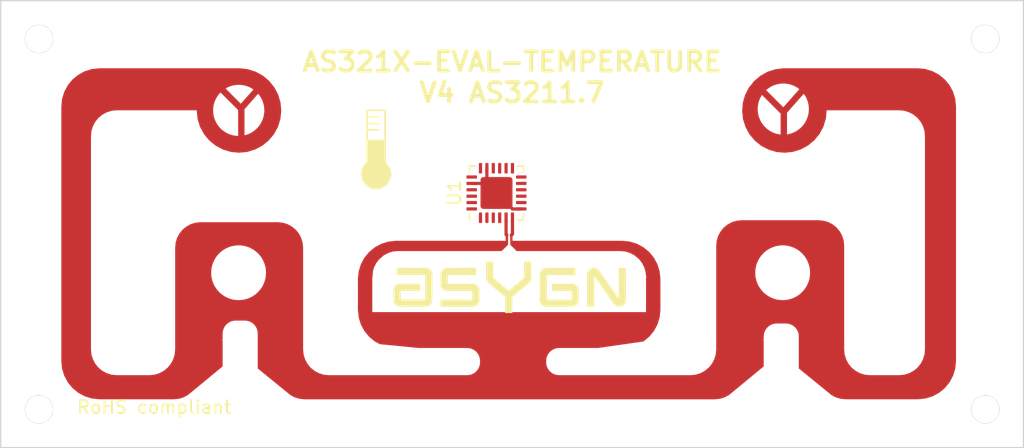
<source format=kicad_pcb>
(kicad_pcb (version 4) (generator "gerbview") (generator_version "8.0")
  (layers (0 F.Cu signal) (31 B.Cu signal) (34 B.Paste user) (35 F.Paste user) (36 B.SilkS user) (37 F.SilkS user) (38 B.Mask user) (39 F.Mask user) (44 Edge.Cuts user))
  (gr_line (start 17 17) (end 97 17) (layer Edge.Cuts) (width 0.1))
  (gr_line (start 97 52) (end 97 17) (layer Edge.Cuts) (width 0.1))
  (gr_line (start 97 52) (end 17 52) (layer Edge.Cuts) (width 0.1))
  (gr_line (start 17 52) (end 17 17) (layer Edge.Cuts) (width 0.1))
  (gr_line (start 40.92857 22.0425) (end 41.64286 22.0425) (layer F.SilkS) (width 0.3))
  (gr_line (start 40.78571 22.47107) (end 41.28571 20.97107) (layer F.SilkS) (width 0.3))
  (gr_line (start 41.28571 20.97107) (end 41.78571 22.47107) (layer F.SilkS) (width 0.3))
  (gr_line (start 42.21429 22.39964) (end 42.42857 22.47107) (layer F.SilkS) (width 0.3))
  (gr_line (start 42.42857 22.47107) (end 42.78571 22.47107) (layer F.SilkS) (width 0.3))
  (gr_line (start 42.78571 22.47107) (end 42.92857 22.39964) (layer F.SilkS) (width 0.3))
  (gr_line (start 42.92857 22.39964) (end 43 22.32821) (layer F.SilkS) (width 0.3))
  (gr_line (start 43 22.32821) (end 43.07143 22.18536) (layer F.SilkS) (width 0.3))
  (gr_line (start 43.07143 22.18536) (end 43.07143 22.0425) (layer F.SilkS) (width 0.3))
  (gr_line (start 43.07143 22.0425) (end 43 21.89964) (layer F.SilkS) (width 0.3))
  (gr_line (start 43 21.89964) (end 42.92857 21.82821) (layer F.SilkS) (width 0.3))
  (gr_line (start 42.92857 21.82821) (end 42.78571 21.75679) (layer F.SilkS) (width 0.3))
  (gr_line (start 42.78571 21.75679) (end 42.5 21.68536) (layer F.SilkS) (width 0.3))
  (gr_line (start 42.5 21.68536) (end 42.35714 21.61393) (layer F.SilkS) (width 0.3))
  (gr_line (start 42.35714 21.61393) (end 42.28571 21.5425) (layer F.SilkS) (width 0.3))
  (gr_line (start 42.28571 21.5425) (end 42.21429 21.39964) (layer F.SilkS) (width 0.3))
  (gr_line (start 42.21429 21.39964) (end 42.21429 21.25679) (layer F.SilkS) (width 0.3))
  (gr_line (start 42.21429 21.25679) (end 42.28571 21.11393) (layer F.SilkS) (width 0.3))
  (gr_line (start 42.28571 21.11393) (end 42.35714 21.0425) (layer F.SilkS) (width 0.3))
  (gr_line (start 42.35714 21.0425) (end 42.5 20.97107) (layer F.SilkS) (width 0.3))
  (gr_line (start 42.5 20.97107) (end 42.85714 20.97107) (layer F.SilkS) (width 0.3))
  (gr_line (start 42.85714 20.97107) (end 43.07143 21.0425) (layer F.SilkS) (width 0.3))
  (gr_line (start 43.57143 20.97107) (end 44.5 20.97107) (layer F.SilkS) (width 0.3))
  (gr_line (start 44.5 20.97107) (end 44 21.5425) (layer F.SilkS) (width 0.3))
  (gr_line (start 44 21.5425) (end 44.21429 21.5425) (layer F.SilkS) (width 0.3))
  (gr_line (start 44.21429 21.5425) (end 44.35714 21.61393) (layer F.SilkS) (width 0.3))
  (gr_line (start 44.35714 21.61393) (end 44.42857 21.68536) (layer F.SilkS) (width 0.3))
  (gr_line (start 44.42857 21.68536) (end 44.5 21.82821) (layer F.SilkS) (width 0.3))
  (gr_line (start 44.5 21.82821) (end 44.5 22.18536) (layer F.SilkS) (width 0.3))
  (gr_line (start 44.5 22.18536) (end 44.42857 22.32821) (layer F.SilkS) (width 0.3))
  (gr_line (start 44.42857 22.32821) (end 44.35714 22.39964) (layer F.SilkS) (width 0.3))
  (gr_line (start 44.35714 22.39964) (end 44.21429 22.47107) (layer F.SilkS) (width 0.3))
  (gr_line (start 44.21429 22.47107) (end 43.78571 22.47107) (layer F.SilkS) (width 0.3))
  (gr_line (start 43.78571 22.47107) (end 43.64286 22.39964) (layer F.SilkS) (width 0.3))
  (gr_line (start 43.64286 22.39964) (end 43.57143 22.32821) (layer F.SilkS) (width 0.3))
  (gr_line (start 45.07143 21.11393) (end 45.14286 21.0425) (layer F.SilkS) (width 0.3))
  (gr_line (start 45.14286 21.0425) (end 45.28571 20.97107) (layer F.SilkS) (width 0.3))
  (gr_line (start 45.28571 20.97107) (end 45.64286 20.97107) (layer F.SilkS) (width 0.3))
  (gr_line (start 45.64286 20.97107) (end 45.78571 21.0425) (layer F.SilkS) (width 0.3))
  (gr_line (start 45.78571 21.0425) (end 45.85714 21.11393) (layer F.SilkS) (width 0.3))
  (gr_line (start 45.85714 21.11393) (end 45.92857 21.25679) (layer F.SilkS) (width 0.3))
  (gr_line (start 45.92857 21.25679) (end 45.92857 21.39964) (layer F.SilkS) (width 0.3))
  (gr_line (start 45.92857 21.39964) (end 45.85714 21.61393) (layer F.SilkS) (width 0.3))
  (gr_line (start 45.85714 21.61393) (end 45 22.47107) (layer F.SilkS) (width 0.3))
  (gr_line (start 45 22.47107) (end 45.92857 22.47107) (layer F.SilkS) (width 0.3))
  (gr_line (start 47.35714 22.47107) (end 46.5 22.47107) (layer F.SilkS) (width 0.3))
  (gr_line (start 46.92857 22.47107) (end 46.92857 20.97107) (layer F.SilkS) (width 0.3))
  (gr_line (start 46.92857 20.97107) (end 46.78571 21.18536) (layer F.SilkS) (width 0.3))
  (gr_line (start 46.78571 21.18536) (end 46.64286 21.32821) (layer F.SilkS) (width 0.3))
  (gr_line (start 46.64286 21.32821) (end 46.5 21.39964) (layer F.SilkS) (width 0.3))
  (gr_line (start 47.85714 20.97107) (end 48.85714 22.47107) (layer F.SilkS) (width 0.3))
  (gr_line (start 48.85714 20.97107) (end 47.85714 22.47107) (layer F.SilkS) (width 0.3))
  (gr_line (start 49.42857 21.89964) (end 50.57143 21.89964) (layer F.SilkS) (width 0.3))
  (gr_line (start 51.28571 21.68536) (end 51.78571 21.68536) (layer F.SilkS) (width 0.3))
  (gr_line (start 52 22.47107) (end 51.28571 22.47107) (layer F.SilkS) (width 0.3))
  (gr_line (start 51.28571 22.47107) (end 51.28571 20.97107) (layer F.SilkS) (width 0.3))
  (gr_line (start 51.28571 20.97107) (end 52 20.97107) (layer F.SilkS) (width 0.3))
  (gr_line (start 52.42857 20.97107) (end 52.92857 22.47107) (layer F.SilkS) (width 0.3))
  (gr_line (start 52.92857 22.47107) (end 53.42857 20.97107) (layer F.SilkS) (width 0.3))
  (gr_line (start 53.85714 22.0425) (end 54.57143 22.0425) (layer F.SilkS) (width 0.3))
  (gr_line (start 53.71429 22.47107) (end 54.21429 20.97107) (layer F.SilkS) (width 0.3))
  (gr_line (start 54.21429 20.97107) (end 54.71429 22.47107) (layer F.SilkS) (width 0.3))
  (gr_line (start 55.92857 22.47107) (end 55.21429 22.47107) (layer F.SilkS) (width 0.3))
  (gr_line (start 55.21429 22.47107) (end 55.21429 20.97107) (layer F.SilkS) (width 0.3))
  (gr_line (start 56.42857 21.89964) (end 57.57143 21.89964) (layer F.SilkS) (width 0.3))
  (gr_line (start 58.07143 20.97107) (end 58.92857 20.97107) (layer F.SilkS) (width 0.3))
  (gr_line (start 58.5 22.47107) (end 58.5 20.97107) (layer F.SilkS) (width 0.3))
  (gr_line (start 59.42857 21.68536) (end 59.92857 21.68536) (layer F.SilkS) (width 0.3))
  (gr_line (start 60.14286 22.47107) (end 59.42857 22.47107) (layer F.SilkS) (width 0.3))
  (gr_line (start 59.42857 22.47107) (end 59.42857 20.97107) (layer F.SilkS) (width 0.3))
  (gr_line (start 59.42857 20.97107) (end 60.14286 20.97107) (layer F.SilkS) (width 0.3))
  (gr_line (start 60.78571 22.47107) (end 60.78571 20.97107) (layer F.SilkS) (width 0.3))
  (gr_line (start 60.78571 20.97107) (end 61.28571 22.0425) (layer F.SilkS) (width 0.3))
  (gr_line (start 61.28571 22.0425) (end 61.78571 20.97107) (layer F.SilkS) (width 0.3))
  (gr_line (start 61.78571 20.97107) (end 61.78571 22.47107) (layer F.SilkS) (width 0.3))
  (gr_line (start 62.5 22.47107) (end 62.5 20.97107) (layer F.SilkS) (width 0.3))
  (gr_line (start 62.5 20.97107) (end 63.07143 20.97107) (layer F.SilkS) (width 0.3))
  (gr_line (start 63.07143 20.97107) (end 63.21429 21.0425) (layer F.SilkS) (width 0.3))
  (gr_line (start 63.21429 21.0425) (end 63.28571 21.11393) (layer F.SilkS) (width 0.3))
  (gr_line (start 63.28571 21.11393) (end 63.35714 21.25679) (layer F.SilkS) (width 0.3))
  (gr_line (start 63.35714 21.25679) (end 63.35714 21.47107) (layer F.SilkS) (width 0.3))
  (gr_line (start 63.35714 21.47107) (end 63.28571 21.61393) (layer F.SilkS) (width 0.3))
  (gr_line (start 63.28571 21.61393) (end 63.21429 21.68536) (layer F.SilkS) (width 0.3))
  (gr_line (start 63.21429 21.68536) (end 63.07143 21.75679) (layer F.SilkS) (width 0.3))
  (gr_line (start 63.07143 21.75679) (end 62.5 21.75679) (layer F.SilkS) (width 0.3))
  (gr_line (start 64 21.68536) (end 64.5 21.68536) (layer F.SilkS) (width 0.3))
  (gr_line (start 64.71429 22.47107) (end 64 22.47107) (layer F.SilkS) (width 0.3))
  (gr_line (start 64 22.47107) (end 64 20.97107) (layer F.SilkS) (width 0.3))
  (gr_line (start 64 20.97107) (end 64.71429 20.97107) (layer F.SilkS) (width 0.3))
  (gr_line (start 66.21429 22.47107) (end 65.71429 21.75679) (layer F.SilkS) (width 0.3))
  (gr_line (start 65.35714 22.47107) (end 65.35714 20.97107) (layer F.SilkS) (width 0.3))
  (gr_line (start 65.35714 20.97107) (end 65.92857 20.97107) (layer F.SilkS) (width 0.3))
  (gr_line (start 65.92857 20.97107) (end 66.07143 21.0425) (layer F.SilkS) (width 0.3))
  (gr_line (start 66.07143 21.0425) (end 66.14286 21.11393) (layer F.SilkS) (width 0.3))
  (gr_line (start 66.14286 21.11393) (end 66.21429 21.25679) (layer F.SilkS) (width 0.3))
  (gr_line (start 66.21429 21.25679) (end 66.21429 21.47107) (layer F.SilkS) (width 0.3))
  (gr_line (start 66.21429 21.47107) (end 66.14286 21.61393) (layer F.SilkS) (width 0.3))
  (gr_line (start 66.14286 21.61393) (end 66.07143 21.68536) (layer F.SilkS) (width 0.3))
  (gr_line (start 66.07143 21.68536) (end 65.92857 21.75679) (layer F.SilkS) (width 0.3))
  (gr_line (start 65.92857 21.75679) (end 65.35714 21.75679) (layer F.SilkS) (width 0.3))
  (gr_line (start 66.78571 22.0425) (end 67.5 22.0425) (layer F.SilkS) (width 0.3))
  (gr_line (start 66.64286 22.47107) (end 67.14286 20.97107) (layer F.SilkS) (width 0.3))
  (gr_line (start 67.14286 20.97107) (end 67.64286 22.47107) (layer F.SilkS) (width 0.3))
  (gr_line (start 67.92857 20.97107) (end 68.78571 20.97107) (layer F.SilkS) (width 0.3))
  (gr_line (start 68.35714 22.47107) (end 68.35714 20.97107) (layer F.SilkS) (width 0.3))
  (gr_line (start 69.28571 20.97107) (end 69.28571 22.18536) (layer F.SilkS) (width 0.3))
  (gr_line (start 69.28571 22.18536) (end 69.35714 22.32821) (layer F.SilkS) (width 0.3))
  (gr_line (start 69.35714 22.32821) (end 69.42857 22.39964) (layer F.SilkS) (width 0.3))
  (gr_line (start 69.42857 22.39964) (end 69.57143 22.47107) (layer F.SilkS) (width 0.3))
  (gr_line (start 69.57143 22.47107) (end 69.85714 22.47107) (layer F.SilkS) (width 0.3))
  (gr_line (start 69.85714 22.47107) (end 70 22.39964) (layer F.SilkS) (width 0.3))
  (gr_line (start 70 22.39964) (end 70.07143 22.32821) (layer F.SilkS) (width 0.3))
  (gr_line (start 70.07143 22.32821) (end 70.14286 22.18536) (layer F.SilkS) (width 0.3))
  (gr_line (start 70.14286 22.18536) (end 70.14286 20.97107) (layer F.SilkS) (width 0.3))
  (gr_line (start 71.71429 22.47107) (end 71.21429 21.75679) (layer F.SilkS) (width 0.3))
  (gr_line (start 70.85714 22.47107) (end 70.85714 20.97107) (layer F.SilkS) (width 0.3))
  (gr_line (start 70.85714 20.97107) (end 71.42857 20.97107) (layer F.SilkS) (width 0.3))
  (gr_line (start 71.42857 20.97107) (end 71.57143 21.0425) (layer F.SilkS) (width 0.3))
  (gr_line (start 71.57143 21.0425) (end 71.64286 21.11393) (layer F.SilkS) (width 0.3))
  (gr_line (start 71.64286 21.11393) (end 71.71429 21.25679) (layer F.SilkS) (width 0.3))
  (gr_line (start 71.71429 21.25679) (end 71.71429 21.47107) (layer F.SilkS) (width 0.3))
  (gr_line (start 71.71429 21.47107) (end 71.64286 21.61393) (layer F.SilkS) (width 0.3))
  (gr_line (start 71.64286 21.61393) (end 71.57143 21.68536) (layer F.SilkS) (width 0.3))
  (gr_line (start 71.57143 21.68536) (end 71.42857 21.75679) (layer F.SilkS) (width 0.3))
  (gr_line (start 71.42857 21.75679) (end 70.85714 21.75679) (layer F.SilkS) (width 0.3))
  (gr_line (start 72.35714 21.68536) (end 72.85714 21.68536) (layer F.SilkS) (width 0.3))
  (gr_line (start 73.07143 22.47107) (end 72.35714 22.47107) (layer F.SilkS) (width 0.3))
  (gr_line (start 72.35714 22.47107) (end 72.35714 20.97107) (layer F.SilkS) (width 0.3))
  (gr_line (start 72.35714 20.97107) (end 73.07143 20.97107) (layer F.SilkS) (width 0.3))
  (gr_line (start 49.92857 23.38607) (end 50.42857 24.88607) (layer F.SilkS) (width 0.3))
  (gr_line (start 50.42857 24.88607) (end 50.92857 23.38607) (layer F.SilkS) (width 0.3))
  (gr_line (start 52.07143 23.88607) (end 52.07143 24.88607) (layer F.SilkS) (width 0.3))
  (gr_line (start 51.71429 23.31464) (end 51.35714 24.38607) (layer F.SilkS) (width 0.3))
  (gr_line (start 51.35714 24.38607) (end 52.28571 24.38607) (layer F.SilkS) (width 0.3))
  (gr_line (start 53.92857 24.4575) (end 54.64286 24.4575) (layer F.SilkS) (width 0.3))
  (gr_line (start 53.78571 24.88607) (end 54.28571 23.38607) (layer F.SilkS) (width 0.3))
  (gr_line (start 54.28571 23.38607) (end 54.78571 24.88607) (layer F.SilkS) (width 0.3))
  (gr_line (start 55.21429 24.81464) (end 55.42857 24.88607) (layer F.SilkS) (width 0.3))
  (gr_line (start 55.42857 24.88607) (end 55.78571 24.88607) (layer F.SilkS) (width 0.3))
  (gr_line (start 55.78571 24.88607) (end 55.92857 24.81464) (layer F.SilkS) (width 0.3))
  (gr_line (start 55.92857 24.81464) (end 56 24.74321) (layer F.SilkS) (width 0.3))
  (gr_line (start 56 24.74321) (end 56.07143 24.60036) (layer F.SilkS) (width 0.3))
  (gr_line (start 56.07143 24.60036) (end 56.07143 24.4575) (layer F.SilkS) (width 0.3))
  (gr_line (start 56.07143 24.4575) (end 56 24.31464) (layer F.SilkS) (width 0.3))
  (gr_line (start 56 24.31464) (end 55.92857 24.24321) (layer F.SilkS) (width 0.3))
  (gr_line (start 55.92857 24.24321) (end 55.78571 24.17179) (layer F.SilkS) (width 0.3))
  (gr_line (start 55.78571 24.17179) (end 55.5 24.10036) (layer F.SilkS) (width 0.3))
  (gr_line (start 55.5 24.10036) (end 55.35714 24.02893) (layer F.SilkS) (width 0.3))
  (gr_line (start 55.35714 24.02893) (end 55.28571 23.9575) (layer F.SilkS) (width 0.3))
  (gr_line (start 55.28571 23.9575) (end 55.21429 23.81464) (layer F.SilkS) (width 0.3))
  (gr_line (start 55.21429 23.81464) (end 55.21429 23.67179) (layer F.SilkS) (width 0.3))
  (gr_line (start 55.21429 23.67179) (end 55.28571 23.52893) (layer F.SilkS) (width 0.3))
  (gr_line (start 55.28571 23.52893) (end 55.35714 23.4575) (layer F.SilkS) (width 0.3))
  (gr_line (start 55.35714 23.4575) (end 55.5 23.38607) (layer F.SilkS) (width 0.3))
  (gr_line (start 55.5 23.38607) (end 55.85714 23.38607) (layer F.SilkS) (width 0.3))
  (gr_line (start 55.85714 23.38607) (end 56.07143 23.4575) (layer F.SilkS) (width 0.3))
  (gr_line (start 56.57143 23.38607) (end 57.5 23.38607) (layer F.SilkS) (width 0.3))
  (gr_line (start 57.5 23.38607) (end 57 23.9575) (layer F.SilkS) (width 0.3))
  (gr_line (start 57 23.9575) (end 57.21429 23.9575) (layer F.SilkS) (width 0.3))
  (gr_line (start 57.21429 23.9575) (end 57.35714 24.02893) (layer F.SilkS) (width 0.3))
  (gr_line (start 57.35714 24.02893) (end 57.42857 24.10036) (layer F.SilkS) (width 0.3))
  (gr_line (start 57.42857 24.10036) (end 57.5 24.24321) (layer F.SilkS) (width 0.3))
  (gr_line (start 57.5 24.24321) (end 57.5 24.60036) (layer F.SilkS) (width 0.3))
  (gr_line (start 57.5 24.60036) (end 57.42857 24.74321) (layer F.SilkS) (width 0.3))
  (gr_line (start 57.42857 24.74321) (end 57.35714 24.81464) (layer F.SilkS) (width 0.3))
  (gr_line (start 57.35714 24.81464) (end 57.21429 24.88607) (layer F.SilkS) (width 0.3))
  (gr_line (start 57.21429 24.88607) (end 56.78571 24.88607) (layer F.SilkS) (width 0.3))
  (gr_line (start 56.78571 24.88607) (end 56.64286 24.81464) (layer F.SilkS) (width 0.3))
  (gr_line (start 56.64286 24.81464) (end 56.57143 24.74321) (layer F.SilkS) (width 0.3))
  (gr_line (start 58.07143 23.52893) (end 58.14286 23.4575) (layer F.SilkS) (width 0.3))
  (gr_line (start 58.14286 23.4575) (end 58.28571 23.38607) (layer F.SilkS) (width 0.3))
  (gr_line (start 58.28571 23.38607) (end 58.64286 23.38607) (layer F.SilkS) (width 0.3))
  (gr_line (start 58.64286 23.38607) (end 58.78571 23.4575) (layer F.SilkS) (width 0.3))
  (gr_line (start 58.78571 23.4575) (end 58.85714 23.52893) (layer F.SilkS) (width 0.3))
  (gr_line (start 58.85714 23.52893) (end 58.92857 23.67179) (layer F.SilkS) (width 0.3))
  (gr_line (start 58.92857 23.67179) (end 58.92857 23.81464) (layer F.SilkS) (width 0.3))
  (gr_line (start 58.92857 23.81464) (end 58.85714 24.02893) (layer F.SilkS) (width 0.3))
  (gr_line (start 58.85714 24.02893) (end 58 24.88607) (layer F.SilkS) (width 0.3))
  (gr_line (start 58 24.88607) (end 58.92857 24.88607) (layer F.SilkS) (width 0.3))
  (gr_line (start 60.35714 24.88607) (end 59.5 24.88607) (layer F.SilkS) (width 0.3))
  (gr_line (start 59.92857 24.88607) (end 59.92857 23.38607) (layer F.SilkS) (width 0.3))
  (gr_line (start 59.92857 23.38607) (end 59.78571 23.60036) (layer F.SilkS) (width 0.3))
  (gr_line (start 59.78571 23.60036) (end 59.64286 23.74321) (layer F.SilkS) (width 0.3))
  (gr_line (start 59.64286 23.74321) (end 59.5 23.81464) (layer F.SilkS) (width 0.3))
  (gr_line (start 61.78571 24.88607) (end 60.92857 24.88607) (layer F.SilkS) (width 0.3))
  (gr_line (start 61.35714 24.88607) (end 61.35714 23.38607) (layer F.SilkS) (width 0.3))
  (gr_line (start 61.35714 23.38607) (end 61.21429 23.60036) (layer F.SilkS) (width 0.3))
  (gr_line (start 61.21429 23.60036) (end 61.07143 23.74321) (layer F.SilkS) (width 0.3))
  (gr_line (start 61.07143 23.74321) (end 60.92857 23.81464) (layer F.SilkS) (width 0.3))
  (gr_line (start 62.42857 24.74321) (end 62.5 24.81464) (layer F.SilkS) (width 0.3))
  (gr_line (start 62.5 24.81464) (end 62.42857 24.88607) (layer F.SilkS) (width 0.3))
  (gr_line (start 62.42857 24.88607) (end 62.35714 24.81464) (layer F.SilkS) (width 0.3))
  (gr_line (start 62.35714 24.81464) (end 62.42857 24.74321) (layer F.SilkS) (width 0.3))
  (gr_line (start 62.42857 24.74321) (end 62.42857 24.88607) (layer F.SilkS) (width 0.3))
  (gr_line (start 63 23.38607) (end 64 23.38607) (layer F.SilkS) (width 0.3))
  (gr_line (start 64 23.38607) (end 63.35714 24.88607) (layer F.SilkS) (width 0.3))
  (gr_line (start 23.79571 49.28238) (end 23.46238 48.80619) (layer F.SilkS) (width 0.15))
  (gr_line (start 23.22429 49.28238) (end 23.22429 48.28238) (layer F.SilkS) (width 0.15))
  (gr_line (start 23.22429 48.28238) (end 23.60524 48.28238) (layer F.SilkS) (width 0.15))
  (gr_line (start 23.60524 48.28238) (end 23.70048 48.33) (layer F.SilkS) (width 0.15))
  (gr_line (start 23.70048 48.33) (end 23.7481 48.37762) (layer F.SilkS) (width 0.15))
  (gr_line (start 23.7481 48.37762) (end 23.79571 48.47286) (layer F.SilkS) (width 0.15))
  (gr_line (start 23.79571 48.47286) (end 23.79571 48.61571) (layer F.SilkS) (width 0.15))
  (gr_line (start 23.79571 48.61571) (end 23.7481 48.71095) (layer F.SilkS) (width 0.15))
  (gr_line (start 23.7481 48.71095) (end 23.70048 48.75857) (layer F.SilkS) (width 0.15))
  (gr_line (start 23.70048 48.75857) (end 23.60524 48.80619) (layer F.SilkS) (width 0.15))
  (gr_line (start 23.60524 48.80619) (end 23.22429 48.80619) (layer F.SilkS) (width 0.15))
  (gr_line (start 24.36714 49.28238) (end 24.2719 49.23476) (layer F.SilkS) (width 0.15))
  (gr_line (start 24.2719 49.23476) (end 24.22429 49.18714) (layer F.SilkS) (width 0.15))
  (gr_line (start 24.22429 49.18714) (end 24.17667 49.0919) (layer F.SilkS) (width 0.15))
  (gr_line (start 24.17667 49.0919) (end 24.17667 48.80619) (layer F.SilkS) (width 0.15))
  (gr_line (start 24.17667 48.80619) (end 24.22429 48.71095) (layer F.SilkS) (width 0.15))
  (gr_line (start 24.22429 48.71095) (end 24.2719 48.66333) (layer F.SilkS) (width 0.15))
  (gr_line (start 24.2719 48.66333) (end 24.36714 48.61571) (layer F.SilkS) (width 0.15))
  (gr_line (start 24.36714 48.61571) (end 24.51 48.61571) (layer F.SilkS) (width 0.15))
  (gr_line (start 24.51 48.61571) (end 24.60524 48.66333) (layer F.SilkS) (width 0.15))
  (gr_line (start 24.60524 48.66333) (end 24.65286 48.71095) (layer F.SilkS) (width 0.15))
  (gr_line (start 24.65286 48.71095) (end 24.70048 48.80619) (layer F.SilkS) (width 0.15))
  (gr_line (start 24.70048 48.80619) (end 24.70048 49.0919) (layer F.SilkS) (width 0.15))
  (gr_line (start 24.70048 49.0919) (end 24.65286 49.18714) (layer F.SilkS) (width 0.15))
  (gr_line (start 24.65286 49.18714) (end 24.60524 49.23476) (layer F.SilkS) (width 0.15))
  (gr_line (start 24.60524 49.23476) (end 24.51 49.28238) (layer F.SilkS) (width 0.15))
  (gr_line (start 24.51 49.28238) (end 24.36714 49.28238) (layer F.SilkS) (width 0.15))
  (gr_line (start 25.12905 49.28238) (end 25.12905 48.28238) (layer F.SilkS) (width 0.15))
  (gr_line (start 25.12905 48.75857) (end 25.70048 48.75857) (layer F.SilkS) (width 0.15))
  (gr_line (start 25.70048 49.28238) (end 25.70048 48.28238) (layer F.SilkS) (width 0.15))
  (gr_line (start 26.12905 49.23476) (end 26.2719 49.28238) (layer F.SilkS) (width 0.15))
  (gr_line (start 26.2719 49.28238) (end 26.51 49.28238) (layer F.SilkS) (width 0.15))
  (gr_line (start 26.51 49.28238) (end 26.60524 49.23476) (layer F.SilkS) (width 0.15))
  (gr_line (start 26.60524 49.23476) (end 26.65286 49.18714) (layer F.SilkS) (width 0.15))
  (gr_line (start 26.65286 49.18714) (end 26.70048 49.0919) (layer F.SilkS) (width 0.15))
  (gr_line (start 26.70048 49.0919) (end 26.70048 48.99667) (layer F.SilkS) (width 0.15))
  (gr_line (start 26.70048 48.99667) (end 26.65286 48.90143) (layer F.SilkS) (width 0.15))
  (gr_line (start 26.65286 48.90143) (end 26.60524 48.85381) (layer F.SilkS) (width 0.15))
  (gr_line (start 26.60524 48.85381) (end 26.51 48.80619) (layer F.SilkS) (width 0.15))
  (gr_line (start 26.51 48.80619) (end 26.31952 48.75857) (layer F.SilkS) (width 0.15))
  (gr_line (start 26.31952 48.75857) (end 26.22429 48.71095) (layer F.SilkS) (width 0.15))
  (gr_line (start 26.22429 48.71095) (end 26.17667 48.66333) (layer F.SilkS) (width 0.15))
  (gr_line (start 26.17667 48.66333) (end 26.12905 48.5681) (layer F.SilkS) (width 0.15))
  (gr_line (start 26.12905 48.5681) (end 26.12905 48.47286) (layer F.SilkS) (width 0.15))
  (gr_line (start 26.12905 48.47286) (end 26.17667 48.37762) (layer F.SilkS) (width 0.15))
  (gr_line (start 26.17667 48.37762) (end 26.22429 48.33) (layer F.SilkS) (width 0.15))
  (gr_line (start 26.22429 48.33) (end 26.31952 48.28238) (layer F.SilkS) (width 0.15))
  (gr_line (start 26.31952 48.28238) (end 26.55762 48.28238) (layer F.SilkS) (width 0.15))
  (gr_line (start 26.55762 48.28238) (end 26.70048 48.33) (layer F.SilkS) (width 0.15))
  (gr_line (start 28.31952 49.23476) (end 28.22429 49.28238) (layer F.SilkS) (width 0.15))
  (gr_line (start 28.22429 49.28238) (end 28.03381 49.28238) (layer F.SilkS) (width 0.15))
  (gr_line (start 28.03381 49.28238) (end 27.93857 49.23476) (layer F.SilkS) (width 0.15))
  (gr_line (start 27.93857 49.23476) (end 27.89095 49.18714) (layer F.SilkS) (width 0.15))
  (gr_line (start 27.89095 49.18714) (end 27.84333 49.0919) (layer F.SilkS) (width 0.15))
  (gr_line (start 27.84333 49.0919) (end 27.84333 48.80619) (layer F.SilkS) (width 0.15))
  (gr_line (start 27.84333 48.80619) (end 27.89095 48.71095) (layer F.SilkS) (width 0.15))
  (gr_line (start 27.89095 48.71095) (end 27.93857 48.66333) (layer F.SilkS) (width 0.15))
  (gr_line (start 27.93857 48.66333) (end 28.03381 48.61571) (layer F.SilkS) (width 0.15))
  (gr_line (start 28.03381 48.61571) (end 28.22429 48.61571) (layer F.SilkS) (width 0.15))
  (gr_line (start 28.22429 48.61571) (end 28.31952 48.66333) (layer F.SilkS) (width 0.15))
  (gr_line (start 28.89095 49.28238) (end 28.79571 49.23476) (layer F.SilkS) (width 0.15))
  (gr_line (start 28.79571 49.23476) (end 28.7481 49.18714) (layer F.SilkS) (width 0.15))
  (gr_line (start 28.7481 49.18714) (end 28.70048 49.0919) (layer F.SilkS) (width 0.15))
  (gr_line (start 28.70048 49.0919) (end 28.70048 48.80619) (layer F.SilkS) (width 0.15))
  (gr_line (start 28.70048 48.80619) (end 28.7481 48.71095) (layer F.SilkS) (width 0.15))
  (gr_line (start 28.7481 48.71095) (end 28.79571 48.66333) (layer F.SilkS) (width 0.15))
  (gr_line (start 28.79571 48.66333) (end 28.89095 48.61571) (layer F.SilkS) (width 0.15))
  (gr_line (start 28.89095 48.61571) (end 29.03381 48.61571) (layer F.SilkS) (width 0.15))
  (gr_line (start 29.03381 48.61571) (end 29.12905 48.66333) (layer F.SilkS) (width 0.15))
  (gr_line (start 29.12905 48.66333) (end 29.17667 48.71095) (layer F.SilkS) (width 0.15))
  (gr_line (start 29.17667 48.71095) (end 29.22429 48.80619) (layer F.SilkS) (width 0.15))
  (gr_line (start 29.22429 48.80619) (end 29.22429 49.0919) (layer F.SilkS) (width 0.15))
  (gr_line (start 29.22429 49.0919) (end 29.17667 49.18714) (layer F.SilkS) (width 0.15))
  (gr_line (start 29.17667 49.18714) (end 29.12905 49.23476) (layer F.SilkS) (width 0.15))
  (gr_line (start 29.12905 49.23476) (end 29.03381 49.28238) (layer F.SilkS) (width 0.15))
  (gr_line (start 29.03381 49.28238) (end 28.89095 49.28238) (layer F.SilkS) (width 0.15))
  (gr_line (start 29.65286 49.28238) (end 29.65286 48.61571) (layer F.SilkS) (width 0.15))
  (gr_line (start 29.65286 48.71095) (end 29.70048 48.66333) (layer F.SilkS) (width 0.15))
  (gr_line (start 29.70048 48.66333) (end 29.79571 48.61571) (layer F.SilkS) (width 0.15))
  (gr_line (start 29.79571 48.61571) (end 29.93857 48.61571) (layer F.SilkS) (width 0.15))
  (gr_line (start 29.93857 48.61571) (end 30.03381 48.66333) (layer F.SilkS) (width 0.15))
  (gr_line (start 30.03381 48.66333) (end 30.08143 48.75857) (layer F.SilkS) (width 0.15))
  (gr_line (start 30.08143 48.75857) (end 30.08143 49.28238) (layer F.SilkS) (width 0.15))
  (gr_line (start 30.08143 48.75857) (end 30.12905 48.66333) (layer F.SilkS) (width 0.15))
  (gr_line (start 30.12905 48.66333) (end 30.22429 48.61571) (layer F.SilkS) (width 0.15))
  (gr_line (start 30.22429 48.61571) (end 30.36714 48.61571) (layer F.SilkS) (width 0.15))
  (gr_line (start 30.36714 48.61571) (end 30.46238 48.66333) (layer F.SilkS) (width 0.15))
  (gr_line (start 30.46238 48.66333) (end 30.51 48.75857) (layer F.SilkS) (width 0.15))
  (gr_line (start 30.51 48.75857) (end 30.51 49.28238) (layer F.SilkS) (width 0.15))
  (gr_line (start 30.98619 48.61571) (end 30.98619 49.61571) (layer F.SilkS) (width 0.15))
  (gr_line (start 30.98619 48.66333) (end 31.08143 48.61571) (layer F.SilkS) (width 0.15))
  (gr_line (start 31.08143 48.61571) (end 31.2719 48.61571) (layer F.SilkS) (width 0.15))
  (gr_line (start 31.2719 48.61571) (end 31.36714 48.66333) (layer F.SilkS) (width 0.15))
  (gr_line (start 31.36714 48.66333) (end 31.41476 48.71095) (layer F.SilkS) (width 0.15))
  (gr_line (start 31.41476 48.71095) (end 31.46238 48.80619) (layer F.SilkS) (width 0.15))
  (gr_line (start 31.46238 48.80619) (end 31.46238 49.0919) (layer F.SilkS) (width 0.15))
  (gr_line (start 31.46238 49.0919) (end 31.41476 49.18714) (layer F.SilkS) (width 0.15))
  (gr_line (start 31.41476 49.18714) (end 31.36714 49.23476) (layer F.SilkS) (width 0.15))
  (gr_line (start 31.36714 49.23476) (end 31.2719 49.28238) (layer F.SilkS) (width 0.15))
  (gr_line (start 31.2719 49.28238) (end 31.08143 49.28238) (layer F.SilkS) (width 0.15))
  (gr_line (start 31.08143 49.28238) (end 30.98619 49.23476) (layer F.SilkS) (width 0.15))
  (gr_line (start 32.03381 49.28238) (end 31.93857 49.23476) (layer F.SilkS) (width 0.15))
  (gr_line (start 31.93857 49.23476) (end 31.89095 49.13952) (layer F.SilkS) (width 0.15))
  (gr_line (start 31.89095 49.13952) (end 31.89095 48.28238) (layer F.SilkS) (width 0.15))
  (gr_line (start 32.41476 49.28238) (end 32.41476 48.61571) (layer F.SilkS) (width 0.15))
  (gr_line (start 32.41476 48.28238) (end 32.36714 48.33) (layer F.SilkS) (width 0.15))
  (gr_line (start 32.36714 48.33) (end 32.41476 48.37762) (layer F.SilkS) (width 0.15))
  (gr_line (start 32.41476 48.37762) (end 32.46238 48.33) (layer F.SilkS) (width 0.15))
  (gr_line (start 32.46238 48.33) (end 32.41476 48.28238) (layer F.SilkS) (width 0.15))
  (gr_line (start 32.41476 48.28238) (end 32.41476 48.37762) (layer F.SilkS) (width 0.15))
  (gr_line (start 33.31952 49.28238) (end 33.31952 48.75857) (layer F.SilkS) (width 0.15))
  (gr_line (start 33.31952 48.75857) (end 33.2719 48.66333) (layer F.SilkS) (width 0.15))
  (gr_line (start 33.2719 48.66333) (end 33.17667 48.61571) (layer F.SilkS) (width 0.15))
  (gr_line (start 33.17667 48.61571) (end 32.98619 48.61571) (layer F.SilkS) (width 0.15))
  (gr_line (start 32.98619 48.61571) (end 32.89095 48.66333) (layer F.SilkS) (width 0.15))
  (gr_line (start 33.31952 49.23476) (end 33.22429 49.28238) (layer F.SilkS) (width 0.15))
  (gr_line (start 33.22429 49.28238) (end 32.98619 49.28238) (layer F.SilkS) (width 0.15))
  (gr_line (start 32.98619 49.28238) (end 32.89095 49.23476) (layer F.SilkS) (width 0.15))
  (gr_line (start 32.89095 49.23476) (end 32.84333 49.13952) (layer F.SilkS) (width 0.15))
  (gr_line (start 32.84333 49.13952) (end 32.84333 49.04429) (layer F.SilkS) (width 0.15))
  (gr_line (start 32.84333 49.04429) (end 32.89095 48.94905) (layer F.SilkS) (width 0.15))
  (gr_line (start 32.89095 48.94905) (end 32.98619 48.90143) (layer F.SilkS) (width 0.15))
  (gr_line (start 32.98619 48.90143) (end 33.22429 48.90143) (layer F.SilkS) (width 0.15))
  (gr_line (start 33.22429 48.90143) (end 33.31952 48.85381) (layer F.SilkS) (width 0.15))
  (gr_line (start 33.79571 48.61571) (end 33.79571 49.28238) (layer F.SilkS) (width 0.15))
  (gr_line (start 33.79571 48.71095) (end 33.84333 48.66333) (layer F.SilkS) (width 0.15))
  (gr_line (start 33.84333 48.66333) (end 33.93857 48.61571) (layer F.SilkS) (width 0.15))
  (gr_line (start 33.93857 48.61571) (end 34.08143 48.61571) (layer F.SilkS) (width 0.15))
  (gr_line (start 34.08143 48.61571) (end 34.17667 48.66333) (layer F.SilkS) (width 0.15))
  (gr_line (start 34.17667 48.66333) (end 34.22429 48.75857) (layer F.SilkS) (width 0.15))
  (gr_line (start 34.22429 48.75857) (end 34.22429 49.28238) (layer F.SilkS) (width 0.15))
  (gr_line (start 34.55762 48.61571) (end 34.93857 48.61571) (layer F.SilkS) (width 0.15))
  (gr_line (start 34.70048 48.28238) (end 34.70048 49.13952) (layer F.SilkS) (width 0.15))
  (gr_line (start 34.70048 49.13952) (end 34.7481 49.23476) (layer F.SilkS) (width 0.15))
  (gr_line (start 34.7481 49.23476) (end 34.84333 49.28238) (layer F.SilkS) (width 0.15))
  (gr_line (start 34.84333 49.28238) (end 34.93857 49.28238) (layer F.SilkS) (width 0.15))
  (gr_line (start 51.93238 32.8219) (end 52.7419 32.8219) (layer F.SilkS) (width 0.15))
  (gr_line (start 52.7419 32.8219) (end 52.83714 32.77429) (layer F.SilkS) (width 0.15))
  (gr_line (start 52.83714 32.77429) (end 52.88476 32.72667) (layer F.SilkS) (width 0.15))
  (gr_line (start 52.88476 32.72667) (end 52.93238 32.63143) (layer F.SilkS) (width 0.15))
  (gr_line (start 52.93238 32.63143) (end 52.93238 32.44095) (layer F.SilkS) (width 0.15))
  (gr_line (start 52.93238 32.44095) (end 52.88476 32.34571) (layer F.SilkS) (width 0.15))
  (gr_line (start 52.88476 32.34571) (end 52.83714 32.2981) (layer F.SilkS) (width 0.15))
  (gr_line (start 52.83714 32.2981) (end 52.7419 32.25048) (layer F.SilkS) (width 0.15))
  (gr_line (start 52.7419 32.25048) (end 51.93238 32.25048) (layer F.SilkS) (width 0.15))
  (gr_line (start 52.93238 31.25048) (end 52.93238 31.8219) (layer F.SilkS) (width 0.15))
  (gr_line (start 52.93238 31.53619) (end 51.93238 31.53619) (layer F.SilkS) (width 0.15))
  (gr_line (start 51.93238 31.53619) (end 52.07524 31.63143) (layer F.SilkS) (width 0.15))
  (gr_line (start 52.07524 31.63143) (end 52.17048 31.72667) (layer F.SilkS) (width 0.15))
  (gr_line (start 52.17048 31.72667) (end 52.2181 31.8219) (layer F.SilkS) (width 0.15))
  (gr_poly (pts (xy 54.19592 38.48692) (xy 51.96283 38.48692) (xy 51.96283 39.17483) (xy 52.98148 39.17496) (xy 53.15469 39.17498) (xy 53.30807 39.17503) (xy 53.44298 39.17518) (xy 53.56075 39.17548) (xy 53.66272 39.176) (xy 53.75025 39.17679) (xy 53.82467 39.17792) (xy 53.88734 39.17945) (xy 53.93958 39.18144) (xy 53.98275 39.18395) (xy 54.01818 39.18704) (xy 54.04723 39.19077) (xy 54.07124 39.19521) (xy 54.09155 39.20041) (xy 54.1095 39.20643) (xy 54.12643 39.21334) (xy 54.1437 39.2212) (xy 54.15888 39.22831) (xy 54.20053 39.25376) (xy 54.24798 39.29208) (xy 54.296 39.33806) (xy 54.3394 39.38648) (xy 54.37296 39.43213) (xy 54.38586 39.45529) (xy 54.39822 39.48244) (xy 54.4085 39.50766) (xy 54.4169 39.53317) (xy 54.4236 39.56118) (xy 54.42881 39.59387) (xy 54.4327 39.63346) (xy 54.43547 39.68215) (xy 54.43731 39.74215) (xy 54.43842 39.81565) (xy 54.43897 39.90486) (xy 54.43918 40.01199) (xy 54.43921 40.06985) (xy 54.43914 40.18361) (xy 54.43882 40.27826) (xy 54.43819 40.35583) (xy 54.43717 40.41839) (xy 54.43571 40.46797) (xy 54.43372 40.50663) (xy 54.43116 40.53641) (xy 54.42794 40.55936) (xy 54.42401 40.57754) (xy 54.42245 40.58314) (xy 54.3842 40.67834) (xy 54.32941 40.76402) (xy 54.26057 40.83786) (xy 54.18019 40.89755) (xy 54.09078 40.94079) (xy 54.01141 40.96253) (xy 53.99083 40.96452) (xy 53.9518 40.96632) (xy 53.89406 40.96792) (xy 53.81735 40.96933) (xy 53.7214 40.97055) (xy 53.60594 40.97158) (xy 53.47071 40.97242) (xy 53.31544 40.97309) (xy 53.13986 40.97357) (xy 52.94371 40.97387) (xy 52.72671 40.974) (xy 52.67526 40.974) (xy 51.40192 40.974) (xy 51.40192 40.41308) (xy 53.889 40.41308) (xy 53.889 39.72517) (xy 52.86353 39.72517) (xy 52.69315 39.72516) (xy 52.54262 39.7251) (xy 52.4106 39.72499) (xy 52.29576 39.72478) (xy 52.19679 39.72445) (xy 52.11236 39.72399) (xy 52.04113 39.72335) (xy 51.98179 39.72252) (xy 51.93301 39.72148) (xy 51.89346 39.72019) (xy 51.86182 39.71863) (xy 51.83675 39.71677) (xy 51.81694 39.7146) (xy 51.80106 39.71208) (xy 51.78778 39.70918) (xy 51.77577 39.70589) (xy 51.77004 39.70416) (xy 51.67576 39.6644) (xy 51.5917 39.60766) (xy 51.5202 39.53635) (xy 51.46358 39.45291) (xy 51.42419 39.35976) (xy 51.41814 39.33851) (xy 51.41354 39.30943) (xy 51.40962 39.26213) (xy 51.40638 39.1995) (xy 51.40382 39.12449) (xy 51.40195 39.03999) (xy 51.40075 38.94895) (xy 51.40024 38.85427) (xy 51.40042 38.75888) (xy 51.40127 38.66569) (xy 51.40281 38.57763) (xy 51.40503 38.49762) (xy 51.40793 38.42857) (xy 51.41152 38.37342) (xy 51.41579 38.33507) (xy 51.41812 38.32332) (xy 51.45292 38.22978) (xy 51.50509 38.14453) (xy 51.57194 38.07009) (xy 51.65078 38.00898) (xy 51.73892 37.9637) (xy 51.82984 37.93747) (xy 51.85143 37.93536) (xy 51.89207 37.93348) (xy 51.95197 37.93181) (xy 52.03137 37.93035) (xy 52.13048 37.92911) (xy 52.24953 37.92808) (xy 52.38874 37.92726) (xy 52.54833 37.92664) (xy 52.72852 37.92623) (xy 52.92954 37.92603) (xy 53.04428 37.926) (xy 54.19592 37.926)) (layer F.SilkS) (width 0))
  (gr_line (start 54.19592 38.48692) (end 51.96283 38.48692) (layer F.SilkS) (width 0.01))
  (gr_line (start 51.96283 38.48692) (end 51.96283 39.17483) (layer F.SilkS) (width 0.01))
  (gr_line (start 51.96283 39.17483) (end 52.98148 39.17496) (layer F.SilkS) (width 0.01))
  (gr_line (start 52.98148 39.17496) (end 53.15469 39.17498) (layer F.SilkS) (width 0.01))
  (gr_line (start 53.15469 39.17498) (end 53.30807 39.17503) (layer F.SilkS) (width 0.01))
  (gr_line (start 53.30807 39.17503) (end 53.44298 39.17518) (layer F.SilkS) (width 0.01))
  (gr_line (start 53.44298 39.17518) (end 53.56075 39.17548) (layer F.SilkS) (width 0.01))
  (gr_line (start 53.56075 39.17548) (end 53.66272 39.176) (layer F.SilkS) (width 0.01))
  (gr_line (start 53.66272 39.176) (end 53.75025 39.17679) (layer F.SilkS) (width 0.01))
  (gr_line (start 53.75025 39.17679) (end 53.82467 39.17792) (layer F.SilkS) (width 0.01))
  (gr_line (start 53.82467 39.17792) (end 53.88734 39.17945) (layer F.SilkS) (width 0.01))
  (gr_line (start 53.88734 39.17945) (end 53.93958 39.18144) (layer F.SilkS) (width 0.01))
  (gr_line (start 53.93958 39.18144) (end 53.98275 39.18395) (layer F.SilkS) (width 0.01))
  (gr_line (start 53.98275 39.18395) (end 54.01818 39.18704) (layer F.SilkS) (width 0.01))
  (gr_line (start 54.01818 39.18704) (end 54.04723 39.19077) (layer F.SilkS) (width 0.01))
  (gr_line (start 54.04723 39.19077) (end 54.07124 39.19521) (layer F.SilkS) (width 0.01))
  (gr_line (start 54.07124 39.19521) (end 54.09155 39.20041) (layer F.SilkS) (width 0.01))
  (gr_line (start 54.09155 39.20041) (end 54.1095 39.20643) (layer F.SilkS) (width 0.01))
  (gr_line (start 54.1095 39.20643) (end 54.12643 39.21334) (layer F.SilkS) (width 0.01))
  (gr_line (start 54.12643 39.21334) (end 54.1437 39.2212) (layer F.SilkS) (width 0.01))
  (gr_line (start 54.1437 39.2212) (end 54.15888 39.22831) (layer F.SilkS) (width 0.01))
  (gr_line (start 54.15888 39.22831) (end 54.20053 39.25376) (layer F.SilkS) (width 0.01))
  (gr_line (start 54.20053 39.25376) (end 54.24798 39.29208) (layer F.SilkS) (width 0.01))
  (gr_line (start 54.24798 39.29208) (end 54.296 39.33806) (layer F.SilkS) (width 0.01))
  (gr_line (start 54.296 39.33806) (end 54.3394 39.38648) (layer F.SilkS) (width 0.01))
  (gr_line (start 54.3394 39.38648) (end 54.37296 39.43213) (layer F.SilkS) (width 0.01))
  (gr_line (start 54.37296 39.43213) (end 54.38586 39.45529) (layer F.SilkS) (width 0.01))
  (gr_line (start 54.38586 39.45529) (end 54.39822 39.48244) (layer F.SilkS) (width 0.01))
  (gr_line (start 54.39822 39.48244) (end 54.4085 39.50766) (layer F.SilkS) (width 0.01))
  (gr_line (start 54.4085 39.50766) (end 54.4169 39.53317) (layer F.SilkS) (width 0.01))
  (gr_line (start 54.4169 39.53317) (end 54.4236 39.56118) (layer F.SilkS) (width 0.01))
  (gr_line (start 54.4236 39.56118) (end 54.42881 39.59387) (layer F.SilkS) (width 0.01))
  (gr_line (start 54.42881 39.59387) (end 54.4327 39.63346) (layer F.SilkS) (width 0.01))
  (gr_line (start 54.4327 39.63346) (end 54.43547 39.68215) (layer F.SilkS) (width 0.01))
  (gr_line (start 54.43547 39.68215) (end 54.43731 39.74215) (layer F.SilkS) (width 0.01))
  (gr_line (start 54.43731 39.74215) (end 54.43842 39.81565) (layer F.SilkS) (width 0.01))
  (gr_line (start 54.43842 39.81565) (end 54.43897 39.90486) (layer F.SilkS) (width 0.01))
  (gr_line (start 54.43897 39.90486) (end 54.43918 40.01199) (layer F.SilkS) (width 0.01))
  (gr_line (start 54.43918 40.01199) (end 54.43921 40.06985) (layer F.SilkS) (width 0.01))
  (gr_line (start 54.43921 40.06985) (end 54.43914 40.18361) (layer F.SilkS) (width 0.01))
  (gr_line (start 54.43914 40.18361) (end 54.43882 40.27826) (layer F.SilkS) (width 0.01))
  (gr_line (start 54.43882 40.27826) (end 54.43819 40.35583) (layer F.SilkS) (width 0.01))
  (gr_line (start 54.43819 40.35583) (end 54.43717 40.41839) (layer F.SilkS) (width 0.01))
  (gr_line (start 54.43717 40.41839) (end 54.43571 40.46797) (layer F.SilkS) (width 0.01))
  (gr_line (start 54.43571 40.46797) (end 54.43372 40.50663) (layer F.SilkS) (width 0.01))
  (gr_line (start 54.43372 40.50663) (end 54.43116 40.53641) (layer F.SilkS) (width 0.01))
  (gr_line (start 54.43116 40.53641) (end 54.42794 40.55936) (layer F.SilkS) (width 0.01))
  (gr_line (start 54.42794 40.55936) (end 54.42401 40.57754) (layer F.SilkS) (width 0.01))
  (gr_line (start 54.42401 40.57754) (end 54.42245 40.58314) (layer F.SilkS) (width 0.01))
  (gr_line (start 54.42245 40.58314) (end 54.3842 40.67834) (layer F.SilkS) (width 0.01))
  (gr_line (start 54.3842 40.67834) (end 54.32941 40.76402) (layer F.SilkS) (width 0.01))
  (gr_line (start 54.32941 40.76402) (end 54.26057 40.83786) (layer F.SilkS) (width 0.01))
  (gr_line (start 54.26057 40.83786) (end 54.18019 40.89755) (layer F.SilkS) (width 0.01))
  (gr_line (start 54.18019 40.89755) (end 54.09078 40.94079) (layer F.SilkS) (width 0.01))
  (gr_line (start 54.09078 40.94079) (end 54.01141 40.96253) (layer F.SilkS) (width 0.01))
  (gr_line (start 54.01141 40.96253) (end 53.99083 40.96452) (layer F.SilkS) (width 0.01))
  (gr_line (start 53.99083 40.96452) (end 53.9518 40.96632) (layer F.SilkS) (width 0.01))
  (gr_line (start 53.9518 40.96632) (end 53.89406 40.96792) (layer F.SilkS) (width 0.01))
  (gr_line (start 53.89406 40.96792) (end 53.81735 40.96933) (layer F.SilkS) (width 0.01))
  (gr_line (start 53.81735 40.96933) (end 53.7214 40.97055) (layer F.SilkS) (width 0.01))
  (gr_line (start 53.7214 40.97055) (end 53.60594 40.97158) (layer F.SilkS) (width 0.01))
  (gr_line (start 53.60594 40.97158) (end 53.47071 40.97242) (layer F.SilkS) (width 0.01))
  (gr_line (start 53.47071 40.97242) (end 53.31544 40.97309) (layer F.SilkS) (width 0.01))
  (gr_line (start 53.31544 40.97309) (end 53.13986 40.97357) (layer F.SilkS) (width 0.01))
  (gr_line (start 53.13986 40.97357) (end 52.94371 40.97387) (layer F.SilkS) (width 0.01))
  (gr_line (start 52.94371 40.97387) (end 52.72671 40.974) (layer F.SilkS) (width 0.01))
  (gr_line (start 52.72671 40.974) (end 52.67526 40.974) (layer F.SilkS) (width 0.01))
  (gr_line (start 52.67526 40.974) (end 51.40192 40.974) (layer F.SilkS) (width 0.01))
  (gr_line (start 51.40192 40.974) (end 51.40192 40.41308) (layer F.SilkS) (width 0.01))
  (gr_line (start 51.40192 40.41308) (end 53.889 40.41308) (layer F.SilkS) (width 0.01))
  (gr_line (start 53.889 40.41308) (end 53.889 39.72517) (layer F.SilkS) (width 0.01))
  (gr_line (start 53.889 39.72517) (end 52.86353 39.72517) (layer F.SilkS) (width 0.01))
  (gr_line (start 52.86353 39.72517) (end 52.69315 39.72516) (layer F.SilkS) (width 0.01))
  (gr_line (start 52.69315 39.72516) (end 52.54262 39.7251) (layer F.SilkS) (width 0.01))
  (gr_line (start 52.54262 39.7251) (end 52.4106 39.72499) (layer F.SilkS) (width 0.01))
  (gr_line (start 52.4106 39.72499) (end 52.29576 39.72478) (layer F.SilkS) (width 0.01))
  (gr_line (start 52.29576 39.72478) (end 52.19679 39.72445) (layer F.SilkS) (width 0.01))
  (gr_line (start 52.19679 39.72445) (end 52.11236 39.72399) (layer F.SilkS) (width 0.01))
  (gr_line (start 52.11236 39.72399) (end 52.04113 39.72335) (layer F.SilkS) (width 0.01))
  (gr_line (start 52.04113 39.72335) (end 51.98179 39.72252) (layer F.SilkS) (width 0.01))
  (gr_line (start 51.98179 39.72252) (end 51.93301 39.72148) (layer F.SilkS) (width 0.01))
  (gr_line (start 51.93301 39.72148) (end 51.89346 39.72019) (layer F.SilkS) (width 0.01))
  (gr_line (start 51.89346 39.72019) (end 51.86182 39.71863) (layer F.SilkS) (width 0.01))
  (gr_line (start 51.86182 39.71863) (end 51.83675 39.71677) (layer F.SilkS) (width 0.01))
  (gr_line (start 51.83675 39.71677) (end 51.81694 39.7146) (layer F.SilkS) (width 0.01))
  (gr_line (start 51.81694 39.7146) (end 51.80106 39.71208) (layer F.SilkS) (width 0.01))
  (gr_line (start 51.80106 39.71208) (end 51.78778 39.70918) (layer F.SilkS) (width 0.01))
  (gr_line (start 51.78778 39.70918) (end 51.77577 39.70589) (layer F.SilkS) (width 0.01))
  (gr_line (start 51.77577 39.70589) (end 51.77004 39.70416) (layer F.SilkS) (width 0.01))
  (gr_line (start 51.77004 39.70416) (end 51.67576 39.6644) (layer F.SilkS) (width 0.01))
  (gr_line (start 51.67576 39.6644) (end 51.5917 39.60766) (layer F.SilkS) (width 0.01))
  (gr_line (start 51.5917 39.60766) (end 51.5202 39.53635) (layer F.SilkS) (width 0.01))
  (gr_line (start 51.5202 39.53635) (end 51.46358 39.45291) (layer F.SilkS) (width 0.01))
  (gr_line (start 51.46358 39.45291) (end 51.42419 39.35976) (layer F.SilkS) (width 0.01))
  (gr_line (start 51.42419 39.35976) (end 51.41814 39.33851) (layer F.SilkS) (width 0.01))
  (gr_line (start 51.41814 39.33851) (end 51.41354 39.30943) (layer F.SilkS) (width 0.01))
  (gr_line (start 51.41354 39.30943) (end 51.40962 39.26213) (layer F.SilkS) (width 0.01))
  (gr_line (start 51.40962 39.26213) (end 51.40638 39.1995) (layer F.SilkS) (width 0.01))
  (gr_line (start 51.40638 39.1995) (end 51.40382 39.12449) (layer F.SilkS) (width 0.01))
  (gr_line (start 51.40382 39.12449) (end 51.40195 39.03999) (layer F.SilkS) (width 0.01))
  (gr_line (start 51.40195 39.03999) (end 51.40075 38.94895) (layer F.SilkS) (width 0.01))
  (gr_line (start 51.40075 38.94895) (end 51.40024 38.85427) (layer F.SilkS) (width 0.01))
  (gr_line (start 51.40024 38.85427) (end 51.40042 38.75888) (layer F.SilkS) (width 0.01))
  (gr_line (start 51.40042 38.75888) (end 51.40127 38.66569) (layer F.SilkS) (width 0.01))
  (gr_line (start 51.40127 38.66569) (end 51.40281 38.57763) (layer F.SilkS) (width 0.01))
  (gr_line (start 51.40281 38.57763) (end 51.40503 38.49762) (layer F.SilkS) (width 0.01))
  (gr_line (start 51.40503 38.49762) (end 51.40793 38.42857) (layer F.SilkS) (width 0.01))
  (gr_line (start 51.40793 38.42857) (end 51.41152 38.37342) (layer F.SilkS) (width 0.01))
  (gr_line (start 51.41152 38.37342) (end 51.41579 38.33507) (layer F.SilkS) (width 0.01))
  (gr_line (start 51.41579 38.33507) (end 51.41812 38.32332) (layer F.SilkS) (width 0.01))
  (gr_line (start 51.41812 38.32332) (end 51.45292 38.22978) (layer F.SilkS) (width 0.01))
  (gr_line (start 51.45292 38.22978) (end 51.50509 38.14453) (layer F.SilkS) (width 0.01))
  (gr_line (start 51.50509 38.14453) (end 51.57194 38.07009) (layer F.SilkS) (width 0.01))
  (gr_line (start 51.57194 38.07009) (end 51.65078 38.00898) (layer F.SilkS) (width 0.01))
  (gr_line (start 51.65078 38.00898) (end 51.73892 37.9637) (layer F.SilkS) (width 0.01))
  (gr_line (start 51.73892 37.9637) (end 51.82984 37.93747) (layer F.SilkS) (width 0.01))
  (gr_line (start 51.82984 37.93747) (end 51.85143 37.93536) (layer F.SilkS) (width 0.01))
  (gr_line (start 51.85143 37.93536) (end 51.89207 37.93348) (layer F.SilkS) (width 0.01))
  (gr_line (start 51.89207 37.93348) (end 51.95197 37.93181) (layer F.SilkS) (width 0.01))
  (gr_line (start 51.95197 37.93181) (end 52.03137 37.93035) (layer F.SilkS) (width 0.01))
  (gr_line (start 52.03137 37.93035) (end 52.13048 37.92911) (layer F.SilkS) (width 0.01))
  (gr_line (start 52.13048 37.92911) (end 52.24953 37.92808) (layer F.SilkS) (width 0.01))
  (gr_line (start 52.24953 37.92808) (end 52.38874 37.92726) (layer F.SilkS) (width 0.01))
  (gr_line (start 52.38874 37.92726) (end 52.54833 37.92664) (layer F.SilkS) (width 0.01))
  (gr_line (start 52.54833 37.92664) (end 52.72852 37.92623) (layer F.SilkS) (width 0.01))
  (gr_line (start 52.72852 37.92623) (end 52.92954 37.92603) (layer F.SilkS) (width 0.01))
  (gr_line (start 52.92954 37.92603) (end 53.04428 37.926) (layer F.SilkS) (width 0.01))
  (gr_line (start 53.04428 37.926) (end 54.19592 37.926) (layer F.SilkS) (width 0.01))
  (gr_line (start 54.19592 37.926) (end 54.19592 38.48692) (layer F.SilkS) (width 0.01))
  (gr_poly (pts (xy 61.9535 38.48692) (xy 59.72042 38.48692) (xy 59.72042 40.41308) (xy 61.64658 40.41308) (xy 61.64658 39.72517) (xy 60.12258 39.72517) (xy 60.12258 39.17483) (xy 60.94057 39.17483) (xy 61.09749 39.17484) (xy 61.23476 39.17492) (xy 61.35388 39.17518) (xy 61.45635 39.17569) (xy 61.54368 39.17656) (xy 61.61739 39.17788) (xy 61.67897 39.17973) (xy 61.72994 39.18222) (xy 61.7718 39.18543) (xy 61.80606 39.18946) (xy 61.83423 39.1944) (xy 61.85782 39.20034) (xy 61.87833 39.20738) (xy 61.89726 39.2156) (xy 61.91614 39.22511) (xy 61.93646 39.23599) (xy 61.93656 39.23604) (xy 62.00167 39.28042) (xy 62.0638 39.33995) (xy 62.11746 39.40875) (xy 62.14842 39.46209) (xy 62.16267 39.49315) (xy 62.17456 39.52497) (xy 62.18426 39.55967) (xy 62.19195 39.59938) (xy 62.1978 39.64623) (xy 62.20199 39.70235) (xy 62.2047 39.76987) (xy 62.20612 39.85092) (xy 62.20642 39.94763) (xy 62.20577 40.06212) (xy 62.20503 40.13792) (xy 62.20384 40.24122) (xy 62.20264 40.3257) (xy 62.2013 40.39373) (xy 62.19969 40.44766) (xy 62.19767 40.48983) (xy 62.19511 40.52261) (xy 62.19187 40.54835) (xy 62.18782 40.5694) (xy 62.18284 40.58811) (xy 62.17877 40.60092) (xy 62.13893 40.69016) (xy 62.08272 40.77159) (xy 62.01327 40.84226) (xy 61.93375 40.89923) (xy 61.84729 40.93957) (xy 61.80235 40.9526) (xy 61.78427 40.9543) (xy 61.74589 40.95587) (xy 61.68806 40.9573) (xy 61.61165 40.95859) (xy 61.51752 40.95972) (xy 61.40653 40.9607) (xy 61.27953 40.9615) (xy 61.1374 40.96213) (xy 60.98099 40.96258) (xy 60.81116 40.96283) (xy 60.67292 40.96289) (xy 59.58813 40.96287) (xy 59.51692 40.9386) (xy 59.43956 40.90458) (xy 59.36573 40.8581) (xy 59.30323 40.80425) (xy 59.28981 40.78968) (xy 59.25543 40.74217) (xy 59.22196 40.68208) (xy 59.19342 40.61775) (xy 59.17382 40.55753) (xy 59.17024 40.54128) (xy 59.16836 40.5206) (xy 59.16666 40.48061) (xy 59.16513 40.42313) (xy 59.16377 40.34993) (xy 59.16259 40.26282) (xy 59.16158 40.16358) (xy 59.16074 40.054) (xy 59.16007 39.93587) (xy 59.15958 39.81099) (xy 59.15925 39.68114) (xy 59.15909 39.54812) (xy 59.1591 39.41372) (xy 59.15928 39.27973) (xy 59.15962 39.14794) (xy 59.16013 39.02014) (xy 59.1608 38.89812) (xy 59.16164 38.78368) (xy 59.16264 38.6786) (xy 59.1638 38.58468) (xy 59.16512 38.50371) (xy 59.16661 38.43748) (xy 59.16825 38.38777) (xy 59.17006 38.35639) (xy 59.1712 38.34721) (xy 59.19841 38.26165) (xy 59.24216 38.17879) (xy 59.29902 38.1031) (xy 59.36561 38.03902) (xy 59.43851 37.991) (xy 59.4471 37.98672) (xy 59.46616 37.97752) (xy 59.48372 37.9693) (xy 59.50101 37.96201) (xy 59.5193 37.95559) (xy 59.53981 37.94999) (xy 59.5638 37.94516) (xy 59.59252 37.94102) (xy 59.62721 37.93754) (xy 59.66911 37.93466) (xy 59.71948 37.93231) (xy 59.77956 37.93044) (xy 59.85059 37.929) (xy 59.93382 37.92793) (xy 60.0305 37.92717) (xy 60.14188 37.92668) (xy 60.26919 37.92638) (xy 60.41369 37.92624) (xy 60.57661 37.92618) (xy 60.75922 37.92616) (xy 60.79727 37.92616) (xy 61.9535 37.926)) (layer F.SilkS) (width 0))
  (gr_line (start 61.9535 38.48692) (end 59.72042 38.48692) (layer F.SilkS) (width 0.01))
  (gr_line (start 59.72042 38.48692) (end 59.72042 40.41308) (layer F.SilkS) (width 0.01))
  (gr_line (start 59.72042 40.41308) (end 61.64658 40.41308) (layer F.SilkS) (width 0.01))
  (gr_line (start 61.64658 40.41308) (end 61.64658 39.72517) (layer F.SilkS) (width 0.01))
  (gr_line (start 61.64658 39.72517) (end 60.12258 39.72517) (layer F.SilkS) (width 0.01))
  (gr_line (start 60.12258 39.72517) (end 60.12258 39.17483) (layer F.SilkS) (width 0.01))
  (gr_line (start 60.12258 39.17483) (end 60.94057 39.17483) (layer F.SilkS) (width 0.01))
  (gr_line (start 60.94057 39.17483) (end 61.09749 39.17484) (layer F.SilkS) (width 0.01))
  (gr_line (start 61.09749 39.17484) (end 61.23476 39.17492) (layer F.SilkS) (width 0.01))
  (gr_line (start 61.23476 39.17492) (end 61.35388 39.17518) (layer F.SilkS) (width 0.01))
  (gr_line (start 61.35388 39.17518) (end 61.45635 39.17569) (layer F.SilkS) (width 0.01))
  (gr_line (start 61.45635 39.17569) (end 61.54368 39.17656) (layer F.SilkS) (width 0.01))
  (gr_line (start 61.54368 39.17656) (end 61.61739 39.17788) (layer F.SilkS) (width 0.01))
  (gr_line (start 61.61739 39.17788) (end 61.67897 39.17973) (layer F.SilkS) (width 0.01))
  (gr_line (start 61.67897 39.17973) (end 61.72994 39.18222) (layer F.SilkS) (width 0.01))
  (gr_line (start 61.72994 39.18222) (end 61.7718 39.18543) (layer F.SilkS) (width 0.01))
  (gr_line (start 61.7718 39.18543) (end 61.80606 39.18946) (layer F.SilkS) (width 0.01))
  (gr_line (start 61.80606 39.18946) (end 61.83423 39.1944) (layer F.SilkS) (width 0.01))
  (gr_line (start 61.83423 39.1944) (end 61.85782 39.20034) (layer F.SilkS) (width 0.01))
  (gr_line (start 61.85782 39.20034) (end 61.87833 39.20738) (layer F.SilkS) (width 0.01))
  (gr_line (start 61.87833 39.20738) (end 61.89726 39.2156) (layer F.SilkS) (width 0.01))
  (gr_line (start 61.89726 39.2156) (end 61.91614 39.22511) (layer F.SilkS) (width 0.01))
  (gr_line (start 61.91614 39.22511) (end 61.93646 39.23599) (layer F.SilkS) (width 0.01))
  (gr_line (start 61.93646 39.23599) (end 61.93656 39.23604) (layer F.SilkS) (width 0.01))
  (gr_line (start 61.93656 39.23604) (end 62.00167 39.28042) (layer F.SilkS) (width 0.01))
  (gr_line (start 62.00167 39.28042) (end 62.0638 39.33995) (layer F.SilkS) (width 0.01))
  (gr_line (start 62.0638 39.33995) (end 62.11746 39.40875) (layer F.SilkS) (width 0.01))
  (gr_line (start 62.11746 39.40875) (end 62.14842 39.46209) (layer F.SilkS) (width 0.01))
  (gr_line (start 62.14842 39.46209) (end 62.16267 39.49315) (layer F.SilkS) (width 0.01))
  (gr_line (start 62.16267 39.49315) (end 62.17456 39.52497) (layer F.SilkS) (width 0.01))
  (gr_line (start 62.17456 39.52497) (end 62.18426 39.55967) (layer F.SilkS) (width 0.01))
  (gr_line (start 62.18426 39.55967) (end 62.19195 39.59938) (layer F.SilkS) (width 0.01))
  (gr_line (start 62.19195 39.59938) (end 62.1978 39.64623) (layer F.SilkS) (width 0.01))
  (gr_line (start 62.1978 39.64623) (end 62.20199 39.70235) (layer F.SilkS) (width 0.01))
  (gr_line (start 62.20199 39.70235) (end 62.2047 39.76987) (layer F.SilkS) (width 0.01))
  (gr_line (start 62.2047 39.76987) (end 62.20612 39.85092) (layer F.SilkS) (width 0.01))
  (gr_line (start 62.20612 39.85092) (end 62.20642 39.94763) (layer F.SilkS) (width 0.01))
  (gr_line (start 62.20642 39.94763) (end 62.20577 40.06212) (layer F.SilkS) (width 0.01))
  (gr_line (start 62.20577 40.06212) (end 62.20503 40.13792) (layer F.SilkS) (width 0.01))
  (gr_line (start 62.20503 40.13792) (end 62.20384 40.24122) (layer F.SilkS) (width 0.01))
  (gr_line (start 62.20384 40.24122) (end 62.20264 40.3257) (layer F.SilkS) (width 0.01))
  (gr_line (start 62.20264 40.3257) (end 62.2013 40.39373) (layer F.SilkS) (width 0.01))
  (gr_line (start 62.2013 40.39373) (end 62.19969 40.44766) (layer F.SilkS) (width 0.01))
  (gr_line (start 62.19969 40.44766) (end 62.19767 40.48983) (layer F.SilkS) (width 0.01))
  (gr_line (start 62.19767 40.48983) (end 62.19511 40.52261) (layer F.SilkS) (width 0.01))
  (gr_line (start 62.19511 40.52261) (end 62.19187 40.54835) (layer F.SilkS) (width 0.01))
  (gr_line (start 62.19187 40.54835) (end 62.18782 40.5694) (layer F.SilkS) (width 0.01))
  (gr_line (start 62.18782 40.5694) (end 62.18284 40.58811) (layer F.SilkS) (width 0.01))
  (gr_line (start 62.18284 40.58811) (end 62.17877 40.60092) (layer F.SilkS) (width 0.01))
  (gr_line (start 62.17877 40.60092) (end 62.13893 40.69016) (layer F.SilkS) (width 0.01))
  (gr_line (start 62.13893 40.69016) (end 62.08272 40.77159) (layer F.SilkS) (width 0.01))
  (gr_line (start 62.08272 40.77159) (end 62.01327 40.84226) (layer F.SilkS) (width 0.01))
  (gr_line (start 62.01327 40.84226) (end 61.93375 40.89923) (layer F.SilkS) (width 0.01))
  (gr_line (start 61.93375 40.89923) (end 61.84729 40.93957) (layer F.SilkS) (width 0.01))
  (gr_line (start 61.84729 40.93957) (end 61.80235 40.9526) (layer F.SilkS) (width 0.01))
  (gr_line (start 61.80235 40.9526) (end 61.78427 40.9543) (layer F.SilkS) (width 0.01))
  (gr_line (start 61.78427 40.9543) (end 61.74589 40.95587) (layer F.SilkS) (width 0.01))
  (gr_line (start 61.74589 40.95587) (end 61.68806 40.9573) (layer F.SilkS) (width 0.01))
  (gr_line (start 61.68806 40.9573) (end 61.61165 40.95859) (layer F.SilkS) (width 0.01))
  (gr_line (start 61.61165 40.95859) (end 61.51752 40.95972) (layer F.SilkS) (width 0.01))
  (gr_line (start 61.51752 40.95972) (end 61.40653 40.9607) (layer F.SilkS) (width 0.01))
  (gr_line (start 61.40653 40.9607) (end 61.27953 40.9615) (layer F.SilkS) (width 0.01))
  (gr_line (start 61.27953 40.9615) (end 61.1374 40.96213) (layer F.SilkS) (width 0.01))
  (gr_line (start 61.1374 40.96213) (end 60.98099 40.96258) (layer F.SilkS) (width 0.01))
  (gr_line (start 60.98099 40.96258) (end 60.81116 40.96283) (layer F.SilkS) (width 0.01))
  (gr_line (start 60.81116 40.96283) (end 60.67292 40.96289) (layer F.SilkS) (width 0.01))
  (gr_line (start 60.67292 40.96289) (end 59.58813 40.96287) (layer F.SilkS) (width 0.01))
  (gr_line (start 59.58813 40.96287) (end 59.51692 40.9386) (layer F.SilkS) (width 0.01))
  (gr_line (start 59.51692 40.9386) (end 59.43956 40.90458) (layer F.SilkS) (width 0.01))
  (gr_line (start 59.43956 40.90458) (end 59.36573 40.8581) (layer F.SilkS) (width 0.01))
  (gr_line (start 59.36573 40.8581) (end 59.30323 40.80425) (layer F.SilkS) (width 0.01))
  (gr_line (start 59.30323 40.80425) (end 59.28981 40.78968) (layer F.SilkS) (width 0.01))
  (gr_line (start 59.28981 40.78968) (end 59.25543 40.74217) (layer F.SilkS) (width 0.01))
  (gr_line (start 59.25543 40.74217) (end 59.22196 40.68208) (layer F.SilkS) (width 0.01))
  (gr_line (start 59.22196 40.68208) (end 59.19342 40.61775) (layer F.SilkS) (width 0.01))
  (gr_line (start 59.19342 40.61775) (end 59.17382 40.55753) (layer F.SilkS) (width 0.01))
  (gr_line (start 59.17382 40.55753) (end 59.17024 40.54128) (layer F.SilkS) (width 0.01))
  (gr_line (start 59.17024 40.54128) (end 59.16836 40.5206) (layer F.SilkS) (width 0.01))
  (gr_line (start 59.16836 40.5206) (end 59.16666 40.48061) (layer F.SilkS) (width 0.01))
  (gr_line (start 59.16666 40.48061) (end 59.16513 40.42313) (layer F.SilkS) (width 0.01))
  (gr_line (start 59.16513 40.42313) (end 59.16377 40.34993) (layer F.SilkS) (width 0.01))
  (gr_line (start 59.16377 40.34993) (end 59.16259 40.26282) (layer F.SilkS) (width 0.01))
  (gr_line (start 59.16259 40.26282) (end 59.16158 40.16358) (layer F.SilkS) (width 0.01))
  (gr_line (start 59.16158 40.16358) (end 59.16074 40.054) (layer F.SilkS) (width 0.01))
  (gr_line (start 59.16074 40.054) (end 59.16007 39.93587) (layer F.SilkS) (width 0.01))
  (gr_line (start 59.16007 39.93587) (end 59.15958 39.81099) (layer F.SilkS) (width 0.01))
  (gr_line (start 59.15958 39.81099) (end 59.15925 39.68114) (layer F.SilkS) (width 0.01))
  (gr_line (start 59.15925 39.68114) (end 59.15909 39.54812) (layer F.SilkS) (width 0.01))
  (gr_line (start 59.15909 39.54812) (end 59.1591 39.41372) (layer F.SilkS) (width 0.01))
  (gr_line (start 59.1591 39.41372) (end 59.15928 39.27973) (layer F.SilkS) (width 0.01))
  (gr_line (start 59.15928 39.27973) (end 59.15962 39.14794) (layer F.SilkS) (width 0.01))
  (gr_line (start 59.15962 39.14794) (end 59.16013 39.02014) (layer F.SilkS) (width 0.01))
  (gr_line (start 59.16013 39.02014) (end 59.1608 38.89812) (layer F.SilkS) (width 0.01))
  (gr_line (start 59.1608 38.89812) (end 59.16164 38.78368) (layer F.SilkS) (width 0.01))
  (gr_line (start 59.16164 38.78368) (end 59.16264 38.6786) (layer F.SilkS) (width 0.01))
  (gr_line (start 59.16264 38.6786) (end 59.1638 38.58468) (layer F.SilkS) (width 0.01))
  (gr_line (start 59.1638 38.58468) (end 59.16512 38.50371) (layer F.SilkS) (width 0.01))
  (gr_line (start 59.16512 38.50371) (end 59.16661 38.43748) (layer F.SilkS) (width 0.01))
  (gr_line (start 59.16661 38.43748) (end 59.16825 38.38777) (layer F.SilkS) (width 0.01))
  (gr_line (start 59.16825 38.38777) (end 59.17006 38.35639) (layer F.SilkS) (width 0.01))
  (gr_line (start 59.17006 38.35639) (end 59.1712 38.34721) (layer F.SilkS) (width 0.01))
  (gr_line (start 59.1712 38.34721) (end 59.19841 38.26165) (layer F.SilkS) (width 0.01))
  (gr_line (start 59.19841 38.26165) (end 59.24216 38.17879) (layer F.SilkS) (width 0.01))
  (gr_line (start 59.24216 38.17879) (end 59.29902 38.1031) (layer F.SilkS) (width 0.01))
  (gr_line (start 59.29902 38.1031) (end 59.36561 38.03902) (layer F.SilkS) (width 0.01))
  (gr_line (start 59.36561 38.03902) (end 59.43851 37.991) (layer F.SilkS) (width 0.01))
  (gr_line (start 59.43851 37.991) (end 59.4471 37.98672) (layer F.SilkS) (width 0.01))
  (gr_line (start 59.4471 37.98672) (end 59.46616 37.97752) (layer F.SilkS) (width 0.01))
  (gr_line (start 59.46616 37.97752) (end 59.48372 37.9693) (layer F.SilkS) (width 0.01))
  (gr_line (start 59.48372 37.9693) (end 59.50101 37.96201) (layer F.SilkS) (width 0.01))
  (gr_line (start 59.50101 37.96201) (end 59.5193 37.95559) (layer F.SilkS) (width 0.01))
  (gr_line (start 59.5193 37.95559) (end 59.53981 37.94999) (layer F.SilkS) (width 0.01))
  (gr_line (start 59.53981 37.94999) (end 59.5638 37.94516) (layer F.SilkS) (width 0.01))
  (gr_line (start 59.5638 37.94516) (end 59.59252 37.94102) (layer F.SilkS) (width 0.01))
  (gr_line (start 59.59252 37.94102) (end 59.62721 37.93754) (layer F.SilkS) (width 0.01))
  (gr_line (start 59.62721 37.93754) (end 59.66911 37.93466) (layer F.SilkS) (width 0.01))
  (gr_line (start 59.66911 37.93466) (end 59.71948 37.93231) (layer F.SilkS) (width 0.01))
  (gr_line (start 59.71948 37.93231) (end 59.77956 37.93044) (layer F.SilkS) (width 0.01))
  (gr_line (start 59.77956 37.93044) (end 59.85059 37.929) (layer F.SilkS) (width 0.01))
  (gr_line (start 59.85059 37.929) (end 59.93382 37.92793) (layer F.SilkS) (width 0.01))
  (gr_line (start 59.93382 37.92793) (end 60.0305 37.92717) (layer F.SilkS) (width 0.01))
  (gr_line (start 60.0305 37.92717) (end 60.14188 37.92668) (layer F.SilkS) (width 0.01))
  (gr_line (start 60.14188 37.92668) (end 60.26919 37.92638) (layer F.SilkS) (width 0.01))
  (gr_line (start 60.26919 37.92638) (end 60.41369 37.92624) (layer F.SilkS) (width 0.01))
  (gr_line (start 60.41369 37.92624) (end 60.57661 37.92618) (layer F.SilkS) (width 0.01))
  (gr_line (start 60.57661 37.92618) (end 60.75922 37.92616) (layer F.SilkS) (width 0.01))
  (gr_line (start 60.75922 37.92616) (end 60.79727 37.92616) (layer F.SilkS) (width 0.01))
  (gr_line (start 60.79727 37.92616) (end 61.9535 37.926) (layer F.SilkS) (width 0.01))
  (gr_line (start 61.9535 37.926) (end 61.9535 38.48692) (layer F.SilkS) (width 0.01))
  (gr_poly (pts (xy 65.90108 39.23136) (xy 65.90105 39.43095) (xy 65.90093 39.6104) (xy 65.90073 39.77076) (xy 65.90042 39.91304) (xy 65.90001 40.0383) (xy 65.89947 40.14756) (xy 65.8988 40.24185) (xy 65.89798 40.32222) (xy 65.89701 40.38968) (xy 65.89587 40.44528) (xy 65.89456 40.49005) (xy 65.89306 40.52503) (xy 65.89135 40.55124) (xy 65.88944 40.56972) (xy 65.88731 40.58151) (xy 65.88679 40.58338) (xy 65.84571 40.68388) (xy 65.78828 40.77097) (xy 65.71472 40.84436) (xy 65.62529 40.90378) (xy 65.60683 40.91331) (xy 65.51639 40.95813) (xy 65.23803 40.95813) (xy 65.14887 40.91378) (xy 65.06631 40.86505) (xy 65.00545 40.81324) (xy 64.99265 40.79756) (xy 64.96859 40.76559) (xy 64.93407 40.71844) (xy 64.88986 40.65721) (xy 64.83676 40.58302) (xy 64.77555 40.49698) (xy 64.70702 40.4002) (xy 64.63196 40.29379) (xy 64.55115 40.17887) (xy 64.46539 40.05654) (xy 64.37545 39.92792) (xy 64.28212 39.79412) (xy 64.19053 39.66248) (xy 63.42988 38.56792) (xy 63.42718 39.76567) (xy 63.42449 40.96342) (xy 62.86367 40.96342) (xy 62.86367 39.68335) (xy 62.86374 39.46645) (xy 62.86398 39.27026) (xy 62.86437 39.0943) (xy 62.86493 38.93813) (xy 62.86566 38.80127) (xy 62.86656 38.68328) (xy 62.86763 38.58368) (xy 62.86889 38.50201) (xy 62.87033 38.43782) (xy 62.87196 38.39063) (xy 62.87378 38.36) (xy 62.87536 38.34721) (xy 62.90388 38.25797) (xy 62.94991 38.17196) (xy 63.00996 38.0941) (xy 63.08054 38.02931) (xy 63.11941 38.00292) (xy 63.20023 37.96477) (xy 63.29079 37.93965) (xy 63.38279 37.92953) (xy 63.42599 37.93065) (xy 63.52824 37.9464) (xy 63.61841 37.97784) (xy 63.70017 38.02655) (xy 63.75304 38.07051) (xy 63.76586 38.08552) (xy 63.7901 38.11715) (xy 63.82519 38.16459) (xy 63.87055 38.22703) (xy 63.9256 38.30365) (xy 63.98978 38.39364) (xy 64.06249 38.49619) (xy 64.14316 38.61049) (xy 64.23122 38.73572) (xy 64.32609 38.87108) (xy 64.42719 39.01574) (xy 64.53394 39.1689) (xy 64.57325 39.2254) (xy 65.34546 40.33564) (xy 65.34815 39.13082) (xy 65.35084 37.926) (xy 65.90108 37.926)) (layer F.SilkS) (width 0))
  (gr_line (start 65.90108 39.23136) (end 65.90105 39.43095) (layer F.SilkS) (width 0.01))
  (gr_line (start 65.90105 39.43095) (end 65.90093 39.6104) (layer F.SilkS) (width 0.01))
  (gr_line (start 65.90093 39.6104) (end 65.90073 39.77076) (layer F.SilkS) (width 0.01))
  (gr_line (start 65.90073 39.77076) (end 65.90042 39.91304) (layer F.SilkS) (width 0.01))
  (gr_line (start 65.90042 39.91304) (end 65.90001 40.0383) (layer F.SilkS) (width 0.01))
  (gr_line (start 65.90001 40.0383) (end 65.89947 40.14756) (layer F.SilkS) (width 0.01))
  (gr_line (start 65.89947 40.14756) (end 65.8988 40.24185) (layer F.SilkS) (width 0.01))
  (gr_line (start 65.8988 40.24185) (end 65.89798 40.32222) (layer F.SilkS) (width 0.01))
  (gr_line (start 65.89798 40.32222) (end 65.89701 40.38968) (layer F.SilkS) (width 0.01))
  (gr_line (start 65.89701 40.38968) (end 65.89587 40.44528) (layer F.SilkS) (width 0.01))
  (gr_line (start 65.89587 40.44528) (end 65.89456 40.49005) (layer F.SilkS) (width 0.01))
  (gr_line (start 65.89456 40.49005) (end 65.89306 40.52503) (layer F.SilkS) (width 0.01))
  (gr_line (start 65.89306 40.52503) (end 65.89135 40.55124) (layer F.SilkS) (width 0.01))
  (gr_line (start 65.89135 40.55124) (end 65.88944 40.56972) (layer F.SilkS) (width 0.01))
  (gr_line (start 65.88944 40.56972) (end 65.88731 40.58151) (layer F.SilkS) (width 0.01))
  (gr_line (start 65.88731 40.58151) (end 65.88679 40.58338) (layer F.SilkS) (width 0.01))
  (gr_line (start 65.88679 40.58338) (end 65.84571 40.68388) (layer F.SilkS) (width 0.01))
  (gr_line (start 65.84571 40.68388) (end 65.78828 40.77097) (layer F.SilkS) (width 0.01))
  (gr_line (start 65.78828 40.77097) (end 65.71472 40.84436) (layer F.SilkS) (width 0.01))
  (gr_line (start 65.71472 40.84436) (end 65.62529 40.90378) (layer F.SilkS) (width 0.01))
  (gr_line (start 65.62529 40.90378) (end 65.60683 40.91331) (layer F.SilkS) (width 0.01))
  (gr_line (start 65.60683 40.91331) (end 65.51639 40.95813) (layer F.SilkS) (width 0.01))
  (gr_line (start 65.51639 40.95813) (end 65.23803 40.95813) (layer F.SilkS) (width 0.01))
  (gr_line (start 65.23803 40.95813) (end 65.14887 40.91378) (layer F.SilkS) (width 0.01))
  (gr_line (start 65.14887 40.91378) (end 65.06631 40.86505) (layer F.SilkS) (width 0.01))
  (gr_line (start 65.06631 40.86505) (end 65.00545 40.81324) (layer F.SilkS) (width 0.01))
  (gr_line (start 65.00545 40.81324) (end 64.99265 40.79756) (layer F.SilkS) (width 0.01))
  (gr_line (start 64.99265 40.79756) (end 64.96859 40.76559) (layer F.SilkS) (width 0.01))
  (gr_line (start 64.96859 40.76559) (end 64.93407 40.71844) (layer F.SilkS) (width 0.01))
  (gr_line (start 64.93407 40.71844) (end 64.88986 40.65721) (layer F.SilkS) (width 0.01))
  (gr_line (start 64.88986 40.65721) (end 64.83676 40.58302) (layer F.SilkS) (width 0.01))
  (gr_line (start 64.83676 40.58302) (end 64.77555 40.49698) (layer F.SilkS) (width 0.01))
  (gr_line (start 64.77555 40.49698) (end 64.70702 40.4002) (layer F.SilkS) (width 0.01))
  (gr_line (start 64.70702 40.4002) (end 64.63196 40.29379) (layer F.SilkS) (width 0.01))
  (gr_line (start 64.63196 40.29379) (end 64.55115 40.17887) (layer F.SilkS) (width 0.01))
  (gr_line (start 64.55115 40.17887) (end 64.46539 40.05654) (layer F.SilkS) (width 0.01))
  (gr_line (start 64.46539 40.05654) (end 64.37545 39.92792) (layer F.SilkS) (width 0.01))
  (gr_line (start 64.37545 39.92792) (end 64.28212 39.79412) (layer F.SilkS) (width 0.01))
  (gr_line (start 64.28212 39.79412) (end 64.19053 39.66248) (layer F.SilkS) (width 0.01))
  (gr_line (start 64.19053 39.66248) (end 63.42988 38.56792) (layer F.SilkS) (width 0.01))
  (gr_line (start 63.42988 38.56792) (end 63.42718 39.76567) (layer F.SilkS) (width 0.01))
  (gr_line (start 63.42718 39.76567) (end 63.42449 40.96342) (layer F.SilkS) (width 0.01))
  (gr_line (start 63.42449 40.96342) (end 62.86367 40.96342) (layer F.SilkS) (width 0.01))
  (gr_line (start 62.86367 40.96342) (end 62.86367 39.68335) (layer F.SilkS) (width 0.01))
  (gr_line (start 62.86367 39.68335) (end 62.86374 39.46645) (layer F.SilkS) (width 0.01))
  (gr_line (start 62.86374 39.46645) (end 62.86398 39.27026) (layer F.SilkS) (width 0.01))
  (gr_line (start 62.86398 39.27026) (end 62.86437 39.0943) (layer F.SilkS) (width 0.01))
  (gr_line (start 62.86437 39.0943) (end 62.86493 38.93813) (layer F.SilkS) (width 0.01))
  (gr_line (start 62.86493 38.93813) (end 62.86566 38.80127) (layer F.SilkS) (width 0.01))
  (gr_line (start 62.86566 38.80127) (end 62.86656 38.68328) (layer F.SilkS) (width 0.01))
  (gr_line (start 62.86656 38.68328) (end 62.86763 38.58368) (layer F.SilkS) (width 0.01))
  (gr_line (start 62.86763 38.58368) (end 62.86889 38.50201) (layer F.SilkS) (width 0.01))
  (gr_line (start 62.86889 38.50201) (end 62.87033 38.43782) (layer F.SilkS) (width 0.01))
  (gr_line (start 62.87033 38.43782) (end 62.87196 38.39063) (layer F.SilkS) (width 0.01))
  (gr_line (start 62.87196 38.39063) (end 62.87378 38.36) (layer F.SilkS) (width 0.01))
  (gr_line (start 62.87378 38.36) (end 62.87536 38.34721) (layer F.SilkS) (width 0.01))
  (gr_line (start 62.87536 38.34721) (end 62.90388 38.25797) (layer F.SilkS) (width 0.01))
  (gr_line (start 62.90388 38.25797) (end 62.94991 38.17196) (layer F.SilkS) (width 0.01))
  (gr_line (start 62.94991 38.17196) (end 63.00996 38.0941) (layer F.SilkS) (width 0.01))
  (gr_line (start 63.00996 38.0941) (end 63.08054 38.02931) (layer F.SilkS) (width 0.01))
  (gr_line (start 63.08054 38.02931) (end 63.11941 38.00292) (layer F.SilkS) (width 0.01))
  (gr_line (start 63.11941 38.00292) (end 63.20023 37.96477) (layer F.SilkS) (width 0.01))
  (gr_line (start 63.20023 37.96477) (end 63.29079 37.93965) (layer F.SilkS) (width 0.01))
  (gr_line (start 63.29079 37.93965) (end 63.38279 37.92953) (layer F.SilkS) (width 0.01))
  (gr_line (start 63.38279 37.92953) (end 63.42599 37.93065) (layer F.SilkS) (width 0.01))
  (gr_line (start 63.42599 37.93065) (end 63.52824 37.9464) (layer F.SilkS) (width 0.01))
  (gr_line (start 63.52824 37.9464) (end 63.61841 37.97784) (layer F.SilkS) (width 0.01))
  (gr_line (start 63.61841 37.97784) (end 63.70017 38.02655) (layer F.SilkS) (width 0.01))
  (gr_line (start 63.70017 38.02655) (end 63.75304 38.07051) (layer F.SilkS) (width 0.01))
  (gr_line (start 63.75304 38.07051) (end 63.76586 38.08552) (layer F.SilkS) (width 0.01))
  (gr_line (start 63.76586 38.08552) (end 63.7901 38.11715) (layer F.SilkS) (width 0.01))
  (gr_line (start 63.7901 38.11715) (end 63.82519 38.16459) (layer F.SilkS) (width 0.01))
  (gr_line (start 63.82519 38.16459) (end 63.87055 38.22703) (layer F.SilkS) (width 0.01))
  (gr_line (start 63.87055 38.22703) (end 63.9256 38.30365) (layer F.SilkS) (width 0.01))
  (gr_line (start 63.9256 38.30365) (end 63.98978 38.39364) (layer F.SilkS) (width 0.01))
  (gr_line (start 63.98978 38.39364) (end 64.06249 38.49619) (layer F.SilkS) (width 0.01))
  (gr_line (start 64.06249 38.49619) (end 64.14316 38.61049) (layer F.SilkS) (width 0.01))
  (gr_line (start 64.14316 38.61049) (end 64.23122 38.73572) (layer F.SilkS) (width 0.01))
  (gr_line (start 64.23122 38.73572) (end 64.32609 38.87108) (layer F.SilkS) (width 0.01))
  (gr_line (start 64.32609 38.87108) (end 64.42719 39.01574) (layer F.SilkS) (width 0.01))
  (gr_line (start 64.42719 39.01574) (end 64.53394 39.1689) (layer F.SilkS) (width 0.01))
  (gr_line (start 64.53394 39.1689) (end 64.57325 39.2254) (layer F.SilkS) (width 0.01))
  (gr_line (start 64.57325 39.2254) (end 65.34546 40.33564) (layer F.SilkS) (width 0.01))
  (gr_line (start 65.34546 40.33564) (end 65.34815 39.13082) (layer F.SilkS) (width 0.01))
  (gr_line (start 65.34815 39.13082) (end 65.35084 37.926) (layer F.SilkS) (width 0.01))
  (gr_line (start 65.35084 37.926) (end 65.90108 37.926) (layer F.SilkS) (width 0.01))
  (gr_line (start 65.90108 37.926) (end 65.90108 39.23136) (layer F.SilkS) (width 0.01))
  (gr_poly (pts (xy 49.33513 37.92601) (xy 49.49849 37.92605) (xy 49.64312 37.92614) (xy 49.77028 37.9263) (xy 49.88117 37.92656) (xy 49.97704 37.92693) (xy 50.0591 37.92743) (xy 50.12858 37.92809) (xy 50.18671 37.92893) (xy 50.23472 37.92996) (xy 50.27383 37.93122) (xy 50.30527 37.93271) (xy 50.33027 37.93447) (xy 50.35006 37.9365) (xy 50.36585 37.93884) (xy 50.37889 37.9415) (xy 50.39039 37.94451) (xy 50.39962 37.94727) (xy 50.48883 37.98506) (xy 50.57068 38.03965) (xy 50.64119 38.10766) (xy 50.69637 38.18574) (xy 50.70789 38.20762) (xy 50.71732 38.22678) (xy 50.72569 38.24435) (xy 50.73306 38.26165) (xy 50.7395 38.28) (xy 50.74506 38.30072) (xy 50.74982 38.32512) (xy 50.75383 38.35452) (xy 50.75717 38.39023) (xy 50.75988 38.43357) (xy 50.76204 38.48586) (xy 50.7637 38.54842) (xy 50.76494 38.62256) (xy 50.76581 38.7096) (xy 50.76639 38.81086) (xy 50.76672 38.92764) (xy 50.76688 39.06128) (xy 50.76692 39.21308) (xy 50.76692 39.38437) (xy 50.76692 39.43583) (xy 50.76682 39.63399) (xy 50.76651 39.81142) (xy 50.766 39.96854) (xy 50.76528 40.10579) (xy 50.76433 40.22358) (xy 50.76317 40.32234) (xy 50.76178 40.40252) (xy 50.76016 40.46453) (xy 50.75831 40.5088) (xy 50.75621 40.53577) (xy 50.75522 40.54221) (xy 50.72857 40.62644) (xy 50.68587 40.70829) (xy 50.63052 40.78332) (xy 50.5659 40.84711) (xy 50.49539 40.89521) (xy 50.4793 40.90331) (xy 50.45901 40.91287) (xy 50.44028 40.92135) (xy 50.4218 40.92882) (xy 50.40225 40.93534) (xy 50.38029 40.94097) (xy 50.3546 40.94578) (xy 50.32386 40.94983) (xy 50.28674 40.95318) (xy 50.24192 40.95589) (xy 50.18807 40.95803) (xy 50.12388 40.95966) (xy 50.048 40.96085) (xy 49.95913 40.96165) (xy 49.85593 40.96213) (xy 49.73707 40.96235) (xy 49.60125 40.96238) (xy 49.44712 40.96228) (xy 49.27337 40.96211) (xy 49.24292 40.96208) (xy 49.08142 40.96182) (xy 48.92854 40.96137) (xy 48.78555 40.96075) (xy 48.65368 40.95997) (xy 48.53419 40.95904) (xy 48.42835 40.95797) (xy 48.33739 40.95678) (xy 48.26258 40.95548) (xy 48.20517 40.95408) (xy 48.16642 40.95259) (xy 48.14757 40.95104) (xy 48.14754 40.95103) (xy 48.06099 40.92479) (xy 47.97671 40.88097) (xy 47.89948 40.82299) (xy 47.83406 40.75429) (xy 47.79543 40.69747) (xy 47.78047 40.67073) (xy 47.76793 40.6462) (xy 47.75761 40.62178) (xy 47.74931 40.59541) (xy 47.74283 40.56499) (xy 47.73797 40.52844) (xy 47.73452 40.48368) (xy 47.7323 40.42863) (xy 47.73109 40.36121) (xy 47.73069 40.27933) (xy 47.73092 40.18092) (xy 47.73156 40.06388) (xy 47.73174 40.03509) (xy 47.73479 39.5489) (xy 47.77967 39.45835) (xy 47.83595 39.36673) (xy 47.90598 39.2912) (xy 47.98975 39.23177) (xy 48.08725 39.18845) (xy 48.10978 39.18131) (xy 48.12237 39.17813) (xy 48.13823 39.17536) (xy 48.1588 39.17298) (xy 48.18555 39.17096) (xy 48.21993 39.16927) (xy 48.26341 39.16788) (xy 48.31743 39.16677) (xy 48.38345 39.1659) (xy 48.46294 39.16525) (xy 48.55735 39.16479) (xy 48.66813 39.16449) (xy 48.79675 39.16432) (xy 48.94466 39.16425) (xy 48.99084 39.16425) (xy 49.81442 39.16425) (xy 49.81442 39.71458) (xy 48.27983 39.71458) (xy 48.27983 40.4025) (xy 50.206 40.4025) (xy 50.206 38.47633) (xy 47.97292 38.47633) (xy 47.97292 37.926) (xy 49.15184 37.926)) (layer F.SilkS) (width 0))
  (gr_line (start 49.33513 37.92601) (end 49.49849 37.92605) (layer F.SilkS) (width 0.01))
  (gr_line (start 49.49849 37.92605) (end 49.64312 37.92614) (layer F.SilkS) (width 0.01))
  (gr_line (start 49.64312 37.92614) (end 49.77028 37.9263) (layer F.SilkS) (width 0.01))
  (gr_line (start 49.77028 37.9263) (end 49.88117 37.92656) (layer F.SilkS) (width 0.01))
  (gr_line (start 49.88117 37.92656) (end 49.97704 37.92693) (layer F.SilkS) (width 0.01))
  (gr_line (start 49.97704 37.92693) (end 50.0591 37.92743) (layer F.SilkS) (width 0.01))
  (gr_line (start 50.0591 37.92743) (end 50.12858 37.92809) (layer F.SilkS) (width 0.01))
  (gr_line (start 50.12858 37.92809) (end 50.18671 37.92893) (layer F.SilkS) (width 0.01))
  (gr_line (start 50.18671 37.92893) (end 50.23472 37.92996) (layer F.SilkS) (width 0.01))
  (gr_line (start 50.23472 37.92996) (end 50.27383 37.93122) (layer F.SilkS) (width 0.01))
  (gr_line (start 50.27383 37.93122) (end 50.30527 37.93271) (layer F.SilkS) (width 0.01))
  (gr_line (start 50.30527 37.93271) (end 50.33027 37.93447) (layer F.SilkS) (width 0.01))
  (gr_line (start 50.33027 37.93447) (end 50.35006 37.9365) (layer F.SilkS) (width 0.01))
  (gr_line (start 50.35006 37.9365) (end 50.36585 37.93884) (layer F.SilkS) (width 0.01))
  (gr_line (start 50.36585 37.93884) (end 50.37889 37.9415) (layer F.SilkS) (width 0.01))
  (gr_line (start 50.37889 37.9415) (end 50.39039 37.94451) (layer F.SilkS) (width 0.01))
  (gr_line (start 50.39039 37.94451) (end 50.39962 37.94727) (layer F.SilkS) (width 0.01))
  (gr_line (start 50.39962 37.94727) (end 50.48883 37.98506) (layer F.SilkS) (width 0.01))
  (gr_line (start 50.48883 37.98506) (end 50.57068 38.03965) (layer F.SilkS) (width 0.01))
  (gr_line (start 50.57068 38.03965) (end 50.64119 38.10766) (layer F.SilkS) (width 0.01))
  (gr_line (start 50.64119 38.10766) (end 50.69637 38.18574) (layer F.SilkS) (width 0.01))
  (gr_line (start 50.69637 38.18574) (end 50.70789 38.20762) (layer F.SilkS) (width 0.01))
  (gr_line (start 50.70789 38.20762) (end 50.71732 38.22678) (layer F.SilkS) (width 0.01))
  (gr_line (start 50.71732 38.22678) (end 50.72569 38.24435) (layer F.SilkS) (width 0.01))
  (gr_line (start 50.72569 38.24435) (end 50.73306 38.26165) (layer F.SilkS) (width 0.01))
  (gr_line (start 50.73306 38.26165) (end 50.7395 38.28) (layer F.SilkS) (width 0.01))
  (gr_line (start 50.7395 38.28) (end 50.74506 38.30072) (layer F.SilkS) (width 0.01))
  (gr_line (start 50.74506 38.30072) (end 50.74982 38.32512) (layer F.SilkS) (width 0.01))
  (gr_line (start 50.74982 38.32512) (end 50.75383 38.35452) (layer F.SilkS) (width 0.01))
  (gr_line (start 50.75383 38.35452) (end 50.75717 38.39023) (layer F.SilkS) (width 0.01))
  (gr_line (start 50.75717 38.39023) (end 50.75988 38.43357) (layer F.SilkS) (width 0.01))
  (gr_line (start 50.75988 38.43357) (end 50.76204 38.48586) (layer F.SilkS) (width 0.01))
  (gr_line (start 50.76204 38.48586) (end 50.7637 38.54842) (layer F.SilkS) (width 0.01))
  (gr_line (start 50.7637 38.54842) (end 50.76494 38.62256) (layer F.SilkS) (width 0.01))
  (gr_line (start 50.76494 38.62256) (end 50.76581 38.7096) (layer F.SilkS) (width 0.01))
  (gr_line (start 50.76581 38.7096) (end 50.76639 38.81086) (layer F.SilkS) (width 0.01))
  (gr_line (start 50.76639 38.81086) (end 50.76672 38.92764) (layer F.SilkS) (width 0.01))
  (gr_line (start 50.76672 38.92764) (end 50.76688 39.06128) (layer F.SilkS) (width 0.01))
  (gr_line (start 50.76688 39.06128) (end 50.76692 39.21308) (layer F.SilkS) (width 0.01))
  (gr_line (start 50.76692 39.21308) (end 50.76692 39.38437) (layer F.SilkS) (width 0.01))
  (gr_line (start 50.76692 39.38437) (end 50.76692 39.43583) (layer F.SilkS) (width 0.01))
  (gr_line (start 50.76692 39.43583) (end 50.76682 39.63399) (layer F.SilkS) (width 0.01))
  (gr_line (start 50.76682 39.63399) (end 50.76651 39.81142) (layer F.SilkS) (width 0.01))
  (gr_line (start 50.76651 39.81142) (end 50.766 39.96854) (layer F.SilkS) (width 0.01))
  (gr_line (start 50.766 39.96854) (end 50.76528 40.10579) (layer F.SilkS) (width 0.01))
  (gr_line (start 50.76528 40.10579) (end 50.76433 40.22358) (layer F.SilkS) (width 0.01))
  (gr_line (start 50.76433 40.22358) (end 50.76317 40.32234) (layer F.SilkS) (width 0.01))
  (gr_line (start 50.76317 40.32234) (end 50.76178 40.40252) (layer F.SilkS) (width 0.01))
  (gr_line (start 50.76178 40.40252) (end 50.76016 40.46453) (layer F.SilkS) (width 0.01))
  (gr_line (start 50.76016 40.46453) (end 50.75831 40.5088) (layer F.SilkS) (width 0.01))
  (gr_line (start 50.75831 40.5088) (end 50.75621 40.53577) (layer F.SilkS) (width 0.01))
  (gr_line (start 50.75621 40.53577) (end 50.75522 40.54221) (layer F.SilkS) (width 0.01))
  (gr_line (start 50.75522 40.54221) (end 50.72857 40.62644) (layer F.SilkS) (width 0.01))
  (gr_line (start 50.72857 40.62644) (end 50.68587 40.70829) (layer F.SilkS) (width 0.01))
  (gr_line (start 50.68587 40.70829) (end 50.63052 40.78332) (layer F.SilkS) (width 0.01))
  (gr_line (start 50.63052 40.78332) (end 50.5659 40.84711) (layer F.SilkS) (width 0.01))
  (gr_line (start 50.5659 40.84711) (end 50.49539 40.89521) (layer F.SilkS) (width 0.01))
  (gr_line (start 50.49539 40.89521) (end 50.4793 40.90331) (layer F.SilkS) (width 0.01))
  (gr_line (start 50.4793 40.90331) (end 50.45901 40.91287) (layer F.SilkS) (width 0.01))
  (gr_line (start 50.45901 40.91287) (end 50.44028 40.92135) (layer F.SilkS) (width 0.01))
  (gr_line (start 50.44028 40.92135) (end 50.4218 40.92882) (layer F.SilkS) (width 0.01))
  (gr_line (start 50.4218 40.92882) (end 50.40225 40.93534) (layer F.SilkS) (width 0.01))
  (gr_line (start 50.40225 40.93534) (end 50.38029 40.94097) (layer F.SilkS) (width 0.01))
  (gr_line (start 50.38029 40.94097) (end 50.3546 40.94578) (layer F.SilkS) (width 0.01))
  (gr_line (start 50.3546 40.94578) (end 50.32386 40.94983) (layer F.SilkS) (width 0.01))
  (gr_line (start 50.32386 40.94983) (end 50.28674 40.95318) (layer F.SilkS) (width 0.01))
  (gr_line (start 50.28674 40.95318) (end 50.24192 40.95589) (layer F.SilkS) (width 0.01))
  (gr_line (start 50.24192 40.95589) (end 50.18807 40.95803) (layer F.SilkS) (width 0.01))
  (gr_line (start 50.18807 40.95803) (end 50.12388 40.95966) (layer F.SilkS) (width 0.01))
  (gr_line (start 50.12388 40.95966) (end 50.048 40.96085) (layer F.SilkS) (width 0.01))
  (gr_line (start 50.048 40.96085) (end 49.95913 40.96165) (layer F.SilkS) (width 0.01))
  (gr_line (start 49.95913 40.96165) (end 49.85593 40.96213) (layer F.SilkS) (width 0.01))
  (gr_line (start 49.85593 40.96213) (end 49.73707 40.96235) (layer F.SilkS) (width 0.01))
  (gr_line (start 49.73707 40.96235) (end 49.60125 40.96238) (layer F.SilkS) (width 0.01))
  (gr_line (start 49.60125 40.96238) (end 49.44712 40.96228) (layer F.SilkS) (width 0.01))
  (gr_line (start 49.44712 40.96228) (end 49.27337 40.96211) (layer F.SilkS) (width 0.01))
  (gr_line (start 49.27337 40.96211) (end 49.24292 40.96208) (layer F.SilkS) (width 0.01))
  (gr_line (start 49.24292 40.96208) (end 49.08142 40.96182) (layer F.SilkS) (width 0.01))
  (gr_line (start 49.08142 40.96182) (end 48.92854 40.96137) (layer F.SilkS) (width 0.01))
  (gr_line (start 48.92854 40.96137) (end 48.78555 40.96075) (layer F.SilkS) (width 0.01))
  (gr_line (start 48.78555 40.96075) (end 48.65368 40.95997) (layer F.SilkS) (width 0.01))
  (gr_line (start 48.65368 40.95997) (end 48.53419 40.95904) (layer F.SilkS) (width 0.01))
  (gr_line (start 48.53419 40.95904) (end 48.42835 40.95797) (layer F.SilkS) (width 0.01))
  (gr_line (start 48.42835 40.95797) (end 48.33739 40.95678) (layer F.SilkS) (width 0.01))
  (gr_line (start 48.33739 40.95678) (end 48.26258 40.95548) (layer F.SilkS) (width 0.01))
  (gr_line (start 48.26258 40.95548) (end 48.20517 40.95408) (layer F.SilkS) (width 0.01))
  (gr_line (start 48.20517 40.95408) (end 48.16642 40.95259) (layer F.SilkS) (width 0.01))
  (gr_line (start 48.16642 40.95259) (end 48.14757 40.95104) (layer F.SilkS) (width 0.01))
  (gr_line (start 48.14757 40.95104) (end 48.14754 40.95103) (layer F.SilkS) (width 0.01))
  (gr_line (start 48.14754 40.95103) (end 48.06099 40.92479) (layer F.SilkS) (width 0.01))
  (gr_line (start 48.06099 40.92479) (end 47.97671 40.88097) (layer F.SilkS) (width 0.01))
  (gr_line (start 47.97671 40.88097) (end 47.89948 40.82299) (layer F.SilkS) (width 0.01))
  (gr_line (start 47.89948 40.82299) (end 47.83406 40.75429) (layer F.SilkS) (width 0.01))
  (gr_line (start 47.83406 40.75429) (end 47.79543 40.69747) (layer F.SilkS) (width 0.01))
  (gr_line (start 47.79543 40.69747) (end 47.78047 40.67073) (layer F.SilkS) (width 0.01))
  (gr_line (start 47.78047 40.67073) (end 47.76793 40.6462) (layer F.SilkS) (width 0.01))
  (gr_line (start 47.76793 40.6462) (end 47.75761 40.62178) (layer F.SilkS) (width 0.01))
  (gr_line (start 47.75761 40.62178) (end 47.74931 40.59541) (layer F.SilkS) (width 0.01))
  (gr_line (start 47.74931 40.59541) (end 47.74283 40.56499) (layer F.SilkS) (width 0.01))
  (gr_line (start 47.74283 40.56499) (end 47.73797 40.52844) (layer F.SilkS) (width 0.01))
  (gr_line (start 47.73797 40.52844) (end 47.73452 40.48368) (layer F.SilkS) (width 0.01))
  (gr_line (start 47.73452 40.48368) (end 47.7323 40.42863) (layer F.SilkS) (width 0.01))
  (gr_line (start 47.7323 40.42863) (end 47.73109 40.36121) (layer F.SilkS) (width 0.01))
  (gr_line (start 47.73109 40.36121) (end 47.73069 40.27933) (layer F.SilkS) (width 0.01))
  (gr_line (start 47.73069 40.27933) (end 47.73092 40.18092) (layer F.SilkS) (width 0.01))
  (gr_line (start 47.73092 40.18092) (end 47.73156 40.06388) (layer F.SilkS) (width 0.01))
  (gr_line (start 47.73156 40.06388) (end 47.73174 40.03509) (layer F.SilkS) (width 0.01))
  (gr_line (start 47.73174 40.03509) (end 47.73479 39.5489) (layer F.SilkS) (width 0.01))
  (gr_line (start 47.73479 39.5489) (end 47.77967 39.45835) (layer F.SilkS) (width 0.01))
  (gr_line (start 47.77967 39.45835) (end 47.83595 39.36673) (layer F.SilkS) (width 0.01))
  (gr_line (start 47.83595 39.36673) (end 47.90598 39.2912) (layer F.SilkS) (width 0.01))
  (gr_line (start 47.90598 39.2912) (end 47.98975 39.23177) (layer F.SilkS) (width 0.01))
  (gr_line (start 47.98975 39.23177) (end 48.08725 39.18845) (layer F.SilkS) (width 0.01))
  (gr_line (start 48.08725 39.18845) (end 48.10978 39.18131) (layer F.SilkS) (width 0.01))
  (gr_line (start 48.10978 39.18131) (end 48.12237 39.17813) (layer F.SilkS) (width 0.01))
  (gr_line (start 48.12237 39.17813) (end 48.13823 39.17536) (layer F.SilkS) (width 0.01))
  (gr_line (start 48.13823 39.17536) (end 48.1588 39.17298) (layer F.SilkS) (width 0.01))
  (gr_line (start 48.1588 39.17298) (end 48.18555 39.17096) (layer F.SilkS) (width 0.01))
  (gr_line (start 48.18555 39.17096) (end 48.21993 39.16927) (layer F.SilkS) (width 0.01))
  (gr_line (start 48.21993 39.16927) (end 48.26341 39.16788) (layer F.SilkS) (width 0.01))
  (gr_line (start 48.26341 39.16788) (end 48.31743 39.16677) (layer F.SilkS) (width 0.01))
  (gr_line (start 48.31743 39.16677) (end 48.38345 39.1659) (layer F.SilkS) (width 0.01))
  (gr_line (start 48.38345 39.1659) (end 48.46294 39.16525) (layer F.SilkS) (width 0.01))
  (gr_line (start 48.46294 39.16525) (end 48.55735 39.16479) (layer F.SilkS) (width 0.01))
  (gr_line (start 48.55735 39.16479) (end 48.66813 39.16449) (layer F.SilkS) (width 0.01))
  (gr_line (start 48.66813 39.16449) (end 48.79675 39.16432) (layer F.SilkS) (width 0.01))
  (gr_line (start 48.79675 39.16432) (end 48.94466 39.16425) (layer F.SilkS) (width 0.01))
  (gr_line (start 48.94466 39.16425) (end 48.99084 39.16425) (layer F.SilkS) (width 0.01))
  (gr_line (start 48.99084 39.16425) (end 49.81442 39.16425) (layer F.SilkS) (width 0.01))
  (gr_line (start 49.81442 39.16425) (end 49.81442 39.71458) (layer F.SilkS) (width 0.01))
  (gr_line (start 49.81442 39.71458) (end 48.27983 39.71458) (layer F.SilkS) (width 0.01))
  (gr_line (start 48.27983 39.71458) (end 48.27983 40.4025) (layer F.SilkS) (width 0.01))
  (gr_line (start 48.27983 40.4025) (end 50.206 40.4025) (layer F.SilkS) (width 0.01))
  (gr_line (start 50.206 40.4025) (end 50.206 38.47633) (layer F.SilkS) (width 0.01))
  (gr_line (start 50.206 38.47633) (end 47.97292 38.47633) (layer F.SilkS) (width 0.01))
  (gr_line (start 47.97292 38.47633) (end 47.97292 37.926) (layer F.SilkS) (width 0.01))
  (gr_line (start 47.97292 37.926) (end 49.15184 37.926) (layer F.SilkS) (width 0.01))
  (gr_line (start 49.15184 37.926) (end 49.33513 37.92601) (layer F.SilkS) (width 0.01))
  (gr_poly (pts (xy 55.51883 38.69443) (xy 56.12332 39.19657) (xy 56.22117 39.27773) (xy 56.31438 39.35483) (xy 56.40166 39.42681) (xy 56.48172 39.49261) (xy 56.55328 39.55118) (xy 56.61503 39.60147) (xy 56.66569 39.64242) (xy 56.70397 39.67298) (xy 56.72858 39.6921) (xy 56.73822 39.69871) (xy 56.74784 39.69209) (xy 56.7724 39.67295) (xy 56.81062 39.64234) (xy 56.8612 39.60132) (xy 56.92285 39.55095) (xy 56.99429 39.49228) (xy 57.07421 39.42636) (xy 57.16134 39.35427) (xy 57.25438 39.27705) (xy 57.35135 39.19634) (xy 57.95407 38.69397) (xy 57.94657 38.06657) (xy 57.93907 37.43917) (xy 58.50333 37.43917) (xy 58.50318 38.10327) (xy 58.50311 38.24641) (xy 58.50289 38.37009) (xy 58.5024 38.47601) (xy 58.50151 38.56588) (xy 58.50008 38.64141) (xy 58.498 38.7043) (xy 58.49512 38.75626) (xy 58.49133 38.79899) (xy 58.4865 38.83421) (xy 58.48049 38.8636) (xy 58.47318 38.88889) (xy 58.46444 38.91178) (xy 58.45415 38.93397) (xy 58.44217 38.95717) (xy 58.43852 38.96403) (xy 58.41279 39.00595) (xy 58.38155 39.04828) (xy 58.36187 39.07085) (xy 58.3469 39.08473) (xy 58.31697 39.11101) (xy 58.27341 39.14855) (xy 58.21755 39.19623) (xy 58.15071 39.25293) (xy 58.07424 39.31753) (xy 57.98945 39.38889) (xy 57.89768 39.4659) (xy 57.80025 39.54742) (xy 57.6985 39.63234) (xy 57.66442 39.66074) (xy 57.01108 40.20485) (xy 57.01108 41.46083) (xy 56.46075 41.46083) (xy 56.46043 40.83377) (xy 56.46011 40.20671) (xy 55.78045 39.6405) (xy 55.6536 39.53479) (xy 55.54197 39.44161) (xy 55.44453 39.35995) (xy 55.36022 39.28879) (xy 55.28801 39.22711) (xy 55.22686 39.1739) (xy 55.17572 39.12815) (xy 55.13355 39.08885) (xy 55.09931 39.05497) (xy 55.07195 39.02551) (xy 55.05043 38.99945) (xy 55.03372 38.97578) (xy 55.02076 38.95348) (xy 55.01052 38.93154) (xy 55.00194 38.90895) (xy 54.994 38.88469) (xy 54.98991 38.87149) (xy 54.9856 38.85682) (xy 54.98191 38.84171) (xy 54.97879 38.82445) (xy 54.9762 38.80338) (xy 54.97408 38.77681) (xy 54.97239 38.74304) (xy 54.97108 38.70041) (xy 54.9701 38.64722) (xy 54.96941 38.58179) (xy 54.96895 38.50244) (xy 54.96867 38.40748) (xy 54.96854 38.29522) (xy 54.9685 38.16399) (xy 54.9685 38.12068) (xy 54.9685 37.43917) (xy 55.51883 37.43917)) (layer F.SilkS) (width 0))
  (gr_line (start 55.51883 38.69443) (end 56.12332 39.19657) (layer F.SilkS) (width 0.01))
  (gr_line (start 56.12332 39.19657) (end 56.22117 39.27773) (layer F.SilkS) (width 0.01))
  (gr_line (start 56.22117 39.27773) (end 56.31438 39.35483) (layer F.SilkS) (width 0.01))
  (gr_line (start 56.31438 39.35483) (end 56.40166 39.42681) (layer F.SilkS) (width 0.01))
  (gr_line (start 56.40166 39.42681) (end 56.48172 39.49261) (layer F.SilkS) (width 0.01))
  (gr_line (start 56.48172 39.49261) (end 56.55328 39.55118) (layer F.SilkS) (width 0.01))
  (gr_line (start 56.55328 39.55118) (end 56.61503 39.60147) (layer F.SilkS) (width 0.01))
  (gr_line (start 56.61503 39.60147) (end 56.66569 39.64242) (layer F.SilkS) (width 0.01))
  (gr_line (start 56.66569 39.64242) (end 56.70397 39.67298) (layer F.SilkS) (width 0.01))
  (gr_line (start 56.70397 39.67298) (end 56.72858 39.6921) (layer F.SilkS) (width 0.01))
  (gr_line (start 56.72858 39.6921) (end 56.73822 39.69871) (layer F.SilkS) (width 0.01))
  (gr_line (start 56.73822 39.69871) (end 56.73822 39.69871) (layer F.SilkS) (width 0.01))
  (gr_line (start 56.73822 39.69871) (end 56.74784 39.69209) (layer F.SilkS) (width 0.01))
  (gr_line (start 56.74784 39.69209) (end 56.7724 39.67295) (layer F.SilkS) (width 0.01))
  (gr_line (start 56.7724 39.67295) (end 56.81062 39.64234) (layer F.SilkS) (width 0.01))
  (gr_line (start 56.81062 39.64234) (end 56.8612 39.60132) (layer F.SilkS) (width 0.01))
  (gr_line (start 56.8612 39.60132) (end 56.92285 39.55095) (layer F.SilkS) (width 0.01))
  (gr_line (start 56.92285 39.55095) (end 56.99429 39.49228) (layer F.SilkS) (width 0.01))
  (gr_line (start 56.99429 39.49228) (end 57.07421 39.42636) (layer F.SilkS) (width 0.01))
  (gr_line (start 57.07421 39.42636) (end 57.16134 39.35427) (layer F.SilkS) (width 0.01))
  (gr_line (start 57.16134 39.35427) (end 57.25438 39.27705) (layer F.SilkS) (width 0.01))
  (gr_line (start 57.25438 39.27705) (end 57.35135 39.19634) (layer F.SilkS) (width 0.01))
  (gr_line (start 57.35135 39.19634) (end 57.95407 38.69397) (layer F.SilkS) (width 0.01))
  (gr_line (start 57.95407 38.69397) (end 57.94657 38.06657) (layer F.SilkS) (width 0.01))
  (gr_line (start 57.94657 38.06657) (end 57.93907 37.43917) (layer F.SilkS) (width 0.01))
  (gr_line (start 57.93907 37.43917) (end 58.50333 37.43917) (layer F.SilkS) (width 0.01))
  (gr_line (start 58.50333 37.43917) (end 58.50318 38.10327) (layer F.SilkS) (width 0.01))
  (gr_line (start 58.50318 38.10327) (end 58.50311 38.24641) (layer F.SilkS) (width 0.01))
  (gr_line (start 58.50311 38.24641) (end 58.50289 38.37009) (layer F.SilkS) (width 0.01))
  (gr_line (start 58.50289 38.37009) (end 58.5024 38.47601) (layer F.SilkS) (width 0.01))
  (gr_line (start 58.5024 38.47601) (end 58.50151 38.56588) (layer F.SilkS) (width 0.01))
  (gr_line (start 58.50151 38.56588) (end 58.50008 38.64141) (layer F.SilkS) (width 0.01))
  (gr_line (start 58.50008 38.64141) (end 58.498 38.7043) (layer F.SilkS) (width 0.01))
  (gr_line (start 58.498 38.7043) (end 58.49512 38.75626) (layer F.SilkS) (width 0.01))
  (gr_line (start 58.49512 38.75626) (end 58.49133 38.79899) (layer F.SilkS) (width 0.01))
  (gr_line (start 58.49133 38.79899) (end 58.4865 38.83421) (layer F.SilkS) (width 0.01))
  (gr_line (start 58.4865 38.83421) (end 58.48049 38.8636) (layer F.SilkS) (width 0.01))
  (gr_line (start 58.48049 38.8636) (end 58.47318 38.88889) (layer F.SilkS) (width 0.01))
  (gr_line (start 58.47318 38.88889) (end 58.46444 38.91178) (layer F.SilkS) (width 0.01))
  (gr_line (start 58.46444 38.91178) (end 58.45415 38.93397) (layer F.SilkS) (width 0.01))
  (gr_line (start 58.45415 38.93397) (end 58.44217 38.95717) (layer F.SilkS) (width 0.01))
  (gr_line (start 58.44217 38.95717) (end 58.43852 38.96403) (layer F.SilkS) (width 0.01))
  (gr_line (start 58.43852 38.96403) (end 58.41279 39.00595) (layer F.SilkS) (width 0.01))
  (gr_line (start 58.41279 39.00595) (end 58.38155 39.04828) (layer F.SilkS) (width 0.01))
  (gr_line (start 58.38155 39.04828) (end 58.36187 39.07085) (layer F.SilkS) (width 0.01))
  (gr_line (start 58.36187 39.07085) (end 58.3469 39.08473) (layer F.SilkS) (width 0.01))
  (gr_line (start 58.3469 39.08473) (end 58.31697 39.11101) (layer F.SilkS) (width 0.01))
  (gr_line (start 58.31697 39.11101) (end 58.27341 39.14855) (layer F.SilkS) (width 0.01))
  (gr_line (start 58.27341 39.14855) (end 58.21755 39.19623) (layer F.SilkS) (width 0.01))
  (gr_line (start 58.21755 39.19623) (end 58.15071 39.25293) (layer F.SilkS) (width 0.01))
  (gr_line (start 58.15071 39.25293) (end 58.07424 39.31753) (layer F.SilkS) (width 0.01))
  (gr_line (start 58.07424 39.31753) (end 57.98945 39.38889) (layer F.SilkS) (width 0.01))
  (gr_line (start 57.98945 39.38889) (end 57.89768 39.4659) (layer F.SilkS) (width 0.01))
  (gr_line (start 57.89768 39.4659) (end 57.80025 39.54742) (layer F.SilkS) (width 0.01))
  (gr_line (start 57.80025 39.54742) (end 57.6985 39.63234) (layer F.SilkS) (width 0.01))
  (gr_line (start 57.6985 39.63234) (end 57.66442 39.66074) (layer F.SilkS) (width 0.01))
  (gr_line (start 57.66442 39.66074) (end 57.01108 40.20485) (layer F.SilkS) (width 0.01))
  (gr_line (start 57.01108 40.20485) (end 57.01108 41.46083) (layer F.SilkS) (width 0.01))
  (gr_line (start 57.01108 41.46083) (end 56.46075 41.46083) (layer F.SilkS) (width 0.01))
  (gr_line (start 56.46075 41.46083) (end 56.46043 40.83377) (layer F.SilkS) (width 0.01))
  (gr_line (start 56.46043 40.83377) (end 56.46011 40.20671) (layer F.SilkS) (width 0.01))
  (gr_line (start 56.46011 40.20671) (end 55.78045 39.6405) (layer F.SilkS) (width 0.01))
  (gr_line (start 55.78045 39.6405) (end 55.6536 39.53479) (layer F.SilkS) (width 0.01))
  (gr_line (start 55.6536 39.53479) (end 55.54197 39.44161) (layer F.SilkS) (width 0.01))
  (gr_line (start 55.54197 39.44161) (end 55.44453 39.35995) (layer F.SilkS) (width 0.01))
  (gr_line (start 55.44453 39.35995) (end 55.36022 39.28879) (layer F.SilkS) (width 0.01))
  (gr_line (start 55.36022 39.28879) (end 55.28801 39.22711) (layer F.SilkS) (width 0.01))
  (gr_line (start 55.28801 39.22711) (end 55.22686 39.1739) (layer F.SilkS) (width 0.01))
  (gr_line (start 55.22686 39.1739) (end 55.17572 39.12815) (layer F.SilkS) (width 0.01))
  (gr_line (start 55.17572 39.12815) (end 55.13355 39.08885) (layer F.SilkS) (width 0.01))
  (gr_line (start 55.13355 39.08885) (end 55.09931 39.05497) (layer F.SilkS) (width 0.01))
  (gr_line (start 55.09931 39.05497) (end 55.07195 39.02551) (layer F.SilkS) (width 0.01))
  (gr_line (start 55.07195 39.02551) (end 55.05043 38.99945) (layer F.SilkS) (width 0.01))
  (gr_line (start 55.05043 38.99945) (end 55.03372 38.97578) (layer F.SilkS) (width 0.01))
  (gr_line (start 55.03372 38.97578) (end 55.02076 38.95348) (layer F.SilkS) (width 0.01))
  (gr_line (start 55.02076 38.95348) (end 55.01052 38.93154) (layer F.SilkS) (width 0.01))
  (gr_line (start 55.01052 38.93154) (end 55.00194 38.90895) (layer F.SilkS) (width 0.01))
  (gr_line (start 55.00194 38.90895) (end 54.994 38.88469) (layer F.SilkS) (width 0.01))
  (gr_line (start 54.994 38.88469) (end 54.98991 38.87149) (layer F.SilkS) (width 0.01))
  (gr_line (start 54.98991 38.87149) (end 54.9856 38.85682) (layer F.SilkS) (width 0.01))
  (gr_line (start 54.9856 38.85682) (end 54.98191 38.84171) (layer F.SilkS) (width 0.01))
  (gr_line (start 54.98191 38.84171) (end 54.97879 38.82445) (layer F.SilkS) (width 0.01))
  (gr_line (start 54.97879 38.82445) (end 54.9762 38.80338) (layer F.SilkS) (width 0.01))
  (gr_line (start 54.9762 38.80338) (end 54.97408 38.77681) (layer F.SilkS) (width 0.01))
  (gr_line (start 54.97408 38.77681) (end 54.97239 38.74304) (layer F.SilkS) (width 0.01))
  (gr_line (start 54.97239 38.74304) (end 54.97108 38.70041) (layer F.SilkS) (width 0.01))
  (gr_line (start 54.97108 38.70041) (end 54.9701 38.64722) (layer F.SilkS) (width 0.01))
  (gr_line (start 54.9701 38.64722) (end 54.96941 38.58179) (layer F.SilkS) (width 0.01))
  (gr_line (start 54.96941 38.58179) (end 54.96895 38.50244) (layer F.SilkS) (width 0.01))
  (gr_line (start 54.96895 38.50244) (end 54.96867 38.40748) (layer F.SilkS) (width 0.01))
  (gr_line (start 54.96867 38.40748) (end 54.96854 38.29522) (layer F.SilkS) (width 0.01))
  (gr_line (start 54.96854 38.29522) (end 54.9685 38.16399) (layer F.SilkS) (width 0.01))
  (gr_line (start 54.9685 38.16399) (end 54.9685 38.12068) (layer F.SilkS) (width 0.01))
  (gr_line (start 54.9685 38.12068) (end 54.9685 37.43917) (layer F.SilkS) (width 0.01))
  (gr_line (start 54.9685 37.43917) (end 55.51883 37.43917) (layer F.SilkS) (width 0.01))
  (gr_line (start 55.51883 37.43917) (end 55.51883 38.69443) (layer F.SilkS) (width 0.01))
  (gr_line (start 45.67 26.082) (end 46.57 26.082) (layer F.SilkS) (width 0.12))
  (gr_line (start 45.67 26.622) (end 46.57 26.622) (layer F.SilkS) (width 0.12))
  (gr_line (start 45.67 29.9) (end 45.67 25.59) (layer F.SilkS) (width 0.12))
  (gr_line (start 45.673 27.106) (end 46.573 27.106) (layer F.SilkS) (width 0.12))
  (gr_line (start 45.67 25.59) (end 47.07 25.59) (layer F.SilkS) (width 0.12))
  (gr_line (start 47.07 25.59) (end 47.07 29.86) (layer F.SilkS) (width 0.12))
  (gr_circle (center 46.37 30.59) (end 47.49183 30.59) (layer F.SilkS) (width 0.12))
  (gr_poly (pts (xy 47.406 30.164) (xy 47.379 31.049) (xy 46.875 31.56) (xy 46.351 31.675) (xy 46.37 30.1321) (xy 46.814 29.5785)) (layer F.SilkS) (width 0))
  (gr_line (start 47.406 30.164) (end 47.379 31.049) (layer F.SilkS) (width 0.1))
  (gr_line (start 47.379 31.049) (end 46.875 31.56) (layer F.SilkS) (width 0.1))
  (gr_line (start 46.875 31.56) (end 46.351 31.675) (layer F.SilkS) (width 0.1))
  (gr_line (start 46.351 31.675) (end 46.37 30.1321) (layer F.SilkS) (width 0.1))
  (gr_line (start 46.37 30.1321) (end 46.814 29.5785) (layer F.SilkS) (width 0.1))
  (gr_line (start 46.814 29.5785) (end 47.406 30.164) (layer F.SilkS) (width 0.1))
  (gr_poly (pts (xy 47.03675 27.93925) (xy 47.0255 30.4825) (xy 45.683 30.42) (xy 45.67325 27.93875)) (layer F.SilkS) (width 0))
  (gr_line (start 47.03675 27.93925) (end 47.0255 30.4825) (layer F.SilkS) (width 0.1))
  (gr_line (start 47.0255 30.4825) (end 45.683 30.42) (layer F.SilkS) (width 0.1))
  (gr_line (start 45.683 30.42) (end 45.67325 27.93875) (layer F.SilkS) (width 0.1))
  (gr_line (start 45.67325 27.93875) (end 47.03675 27.93925) (layer F.SilkS) (width 0.1))
  (gr_poly (pts (xy 46.33 31.716) (xy 45.874 31.546) (xy 45.377 31.09) (xy 45.316 30.375) (xy 45.582 29.844) (xy 46.303 29.49)) (layer F.SilkS) (width 0))
  (gr_line (start 46.33 31.716) (end 45.874 31.546) (layer F.SilkS) (width 0.1))
  (gr_line (start 45.874 31.546) (end 45.377 31.09) (layer F.SilkS) (width 0.1))
  (gr_line (start 45.377 31.09) (end 45.316 30.375) (layer F.SilkS) (width 0.1))
  (gr_line (start 45.316 30.375) (end 45.582 29.844) (layer F.SilkS) (width 0.1))
  (gr_line (start 45.582 29.844) (end 46.303 29.49) (layer F.SilkS) (width 0.1))
  (gr_line (start 46.303 29.49) (end 46.33 31.716) (layer F.SilkS) (width 0.1))
  (gr_line (start 57.89 29.95) (end 57.415 29.95) (layer F.SilkS) (width 0.12))
  (gr_line (start 57.89 34.17) (end 57.415 34.17) (layer F.SilkS) (width 0.12))
  (gr_line (start 53.67 29.95) (end 54.145 29.95) (layer F.SilkS) (width 0.12))
  (gr_line (start 53.67 30.425) (end 53.67 29.95) (layer F.SilkS) (width 0.12))
  (gr_line (start 57.89 33.695) (end 57.89 34.17) (layer F.SilkS) (width 0.12))
  (gr_line (start 57.89 30.425) (end 57.89 29.95) (layer F.SilkS) (width 0.12))
  (gr_line (start 53.67 33.695) (end 53.67 34.17) (layer F.SilkS) (width 0.12))
  (gr_poly (pts (xy 68.599 38.796) (xy 68.586 38.672) (xy 68.599 38.539)) (layer F.Cu) (width 0))
  (gr_poly (pts (xy 44.942 38.559) (xy 44.955 38.679) (xy 44.941 38.817) (xy 44.941 38.539)) (layer F.Cu) (width 0))
  (gr_poly (pts (xy 32.334 25.596) (xy 32.333 25.594) (xy 32.329 25.59) (xy 32.327 25.589) (xy 32.325 25.589) (xy 32.323 25.588) (xy 26.063 25.588) (xy 25.675 25.629) (xy 25.674 25.629) (xy 25.673 25.63) (xy 25.3 25.745) (xy 25.299 25.746) (xy 25.297 25.746) (xy 24.954 25.932) (xy 24.953 25.933) (xy 24.952 25.933) (xy 24.651 26.182) (xy 24.649 26.184) (xy 24.403 26.486) (xy 24.401 26.488) (xy 24.401 26.489) (xy 24.218 26.833) (xy 24.217 26.834) (xy 24.217 26.836) (xy 24.104 27.209) (xy 24.104 27.212) (xy 24.066 27.6) (xy 24.065 27.601) (xy 24.065 44.313) (xy 24.066 44.327) (xy 24.066 44.328) (xy 24.106 44.716) (xy 24.107 44.717) (xy 24.107 44.719) (xy 24.222 45.091) (xy 24.223 45.093) (xy 24.223 45.094) (xy 24.409 45.437) (xy 24.41 45.438) (xy 24.41 45.439) (xy 24.659 45.74) (xy 24.661 45.742) (xy 24.964 45.989) (xy 24.965 45.989) (xy 24.966 45.99) (xy 25.31 46.173) (xy 25.311 46.174) (xy 25.313 46.174) (xy 25.686 46.287) (xy 25.688 46.287) (xy 25.689 46.288) (xy 26.077 46.326) (xy 28.651 46.326) (xy 29.039 46.285) (xy 29.04 46.285) (xy 29.041 46.284) (xy 29.414 46.169) (xy 29.415 46.168) (xy 29.417 46.168) (xy 29.76 45.982) (xy 29.761 45.982) (xy 29.762 45.981) (xy 30.063 45.732) (xy 30.065 45.73) (xy 30.311 45.428) (xy 30.313 45.426) (xy 30.313 45.425) (xy 30.496 45.081) (xy 30.497 45.08) (xy 30.497 45.078) (xy 30.61 44.705) (xy 30.61 44.702) (xy 30.649 44.314) (xy 30.649 38.305) (xy 33.468 38.305) (xy 33.4683 38.3424) (xy 33.4693 38.3798) (xy 33.4709 38.4172) (xy 33.4732 38.4545) (xy 33.4762 38.4918) (xy 33.4797 38.529) (xy 33.484 38.5662) (xy 33.4889 38.6032) (xy 33.4944 38.6402) (xy 33.5006 38.6771) (xy 33.5074 38.7139) (xy 33.5148 38.7506) (xy 33.5229 38.7871) (xy 33.5317 38.8234) (xy 33.541 38.8596) (xy 33.551 38.8957) (xy 33.5616 38.9316) (xy 33.5729 38.9672) (xy 33.5848 39.0027) (xy 33.5972 39.0379) (xy 33.6103 39.073) (xy 33.624 39.1078) (xy 33.6384 39.1423) (xy 33.6533 39.1766) (xy 33.6688 39.2107) (xy 33.6849 39.2444) (xy 33.7016 39.2779) (xy 33.7188 39.3111) (xy 33.7367 39.3439) (xy 33.7551 39.3765) (xy 33.7741 39.4087) (xy 33.7936 39.4406) (xy 33.8137 39.4722) (xy 33.8344 39.5034) (xy 33.8556 39.5342) (xy 33.8773 39.5646) (xy 33.8995 39.5947) (xy 33.9223 39.6244) (xy 33.9456 39.6536) (xy 33.9694 39.6825) (xy 33.9937 39.7109) (xy 34.0184 39.7389) (xy 34.0437 39.7665) (xy 34.0695 39.7937) (xy 34.0957 39.8203) (xy 34.1223 39.8465) (xy 34.1495 39.8723) (xy 34.1771 39.8976) (xy 34.2051 39.9223) (xy 34.2335 39.9466) (xy 34.2624 39.9704) (xy 34.2916 39.9937) (xy 34.3213 40.0165) (xy 34.3514 40.0387) (xy 34.3818 40.0604) (xy 34.4126 40.0816) (xy 34.4438 40.1023) (xy 34.4754 40.1224) (xy 34.5073 40.1419) (xy 34.5395 40.1609) (xy 34.5721 40.1793) (xy 34.6049 40.1972) (xy 34.6381 40.2144) (xy 34.6716 40.2311) (xy 34.7053 40.2472) (xy 34.7394 40.2627) (xy 34.7737 40.2776) (xy 34.8082 40.292) (xy 34.843 40.3057) (xy 34.8781 40.3188) (xy 34.9133 40.3312) (xy 34.9488 40.3431) (xy 34.9844 40.3544) (xy 35.0203 40.365) (xy 35.0564 40.375) (xy 35.0926 40.3843) (xy 35.1289 40.3931) (xy 35.1654 40.4012) (xy 35.2021 40.4086) (xy 35.2389 40.4154) (xy 35.2758 40.4216) (xy 35.3128 40.4271) (xy 35.3498 40.432) (xy 35.387 40.4363) (xy 35.4242 40.4398) (xy 35.4615 40.4428) (xy 35.4988 40.4451) (xy 35.5362 40.4467) (xy 35.5736 40.4477) (xy 35.611 40.448) (xy 35.6484 40.4477) (xy 35.6858 40.4467) (xy 35.7232 40.4451) (xy 35.7605 40.4428) (xy 35.7978 40.4398) (xy 35.835 40.4363) (xy 35.8722 40.432) (xy 35.9092 40.4271) (xy 35.9462 40.4216) (xy 35.9831 40.4154) (xy 36.0199 40.4086) (xy 36.0566 40.4012) (xy 36.0931 40.3931) (xy 36.1294 40.3843) (xy 36.1656 40.375) (xy 36.2017 40.365) (xy 36.2376 40.3544) (xy 36.2732 40.3431) (xy 36.3087 40.3312) (xy 36.3439 40.3188) (xy 36.379 40.3057) (xy 36.4138 40.292) (xy 36.4483 40.2776) (xy 36.4826 40.2627) (xy 36.5167 40.2472) (xy 36.5504 40.2311) (xy 36.5839 40.2144) (xy 36.6171 40.1972) (xy 36.6499 40.1793) (xy 36.6825 40.1609) (xy 36.7147 40.1419) (xy 36.7466 40.1224) (xy 36.7782 40.1023) (xy 36.8094 40.0816) (xy 36.8402 40.0604) (xy 36.8706 40.0387) (xy 36.9007 40.0165) (xy 36.9304 39.9937) (xy 36.9596 39.9704) (xy 36.9885 39.9466) (xy 37.0169 39.9223) (xy 37.0449 39.8976) (xy 37.0725 39.8723) (xy 37.0997 39.8465) (xy 37.1263 39.8203) (xy 37.1525 39.7937) (xy 37.1783 39.7665) (xy 37.2036 39.7389) (xy 37.2283 39.7109) (xy 37.2526 39.6825) (xy 37.2764 39.6536) (xy 37.2997 39.6244) (xy 37.3225 39.5947) (xy 37.3447 39.5646) (xy 37.3664 39.5342) (xy 37.3876 39.5034) (xy 37.4083 39.4722) (xy 37.4284 39.4406) (xy 37.4479 39.4087) (xy 37.4669 39.3765) (xy 37.4853 39.3439) (xy 37.5032 39.3111) (xy 37.5204 39.2779) (xy 37.5371 39.2444) (xy 37.5532 39.2107) (xy 37.5687 39.1766) (xy 37.5836 39.1423) (xy 37.598 39.1078) (xy 37.6117 39.073) (xy 37.6248 39.0379) (xy 37.6372 39.0027) (xy 37.6491 38.9672) (xy 37.6604 38.9316) (xy 37.671 38.8957) (xy 37.681 38.8596) (xy 37.6903 38.8234) (xy 37.6991 38.7871) (xy 37.7072 38.7506) (xy 37.7146 38.7139) (xy 37.7214 38.6771) (xy 37.7276 38.6402) (xy 37.7331 38.6032) (xy 37.738 38.5662) (xy 37.7423 38.529) (xy 37.7458 38.4918) (xy 37.7488 38.4545) (xy 37.7511 38.4172) (xy 37.7527 38.3798) (xy 37.7537 38.3424) (xy 37.754 38.305) (xy 37.7537 38.2676) (xy 37.7527 38.2302) (xy 37.7511 38.1928) (xy 37.7488 38.1555) (xy 37.7458 38.1182) (xy 37.7423 38.081) (xy 37.738 38.0438) (xy 37.7331 38.0068) (xy 37.7276 37.9698) (xy 37.7214 37.9329) (xy 37.7146 37.8961) (xy 37.7072 37.8594) (xy 37.6991 37.8229) (xy 37.6903 37.7866) (xy 37.681 37.7504) (xy 37.671 37.7143) (xy 37.6604 37.6784) (xy 37.6491 37.6428) (xy 37.6372 37.6073) (xy 37.6248 37.5721) (xy 37.6117 37.537) (xy 37.598 37.5022) (xy 37.5836 37.4677) (xy 37.5687 37.4334) (xy 37.5532 37.3993) (xy 37.5371 37.3656) (xy 37.5204 37.3321) (xy 37.5032 37.2989) (xy 37.4853 37.2661) (xy 37.4669 37.2335) (xy 37.4479 37.2013) (xy 37.4284 37.1694) (xy 37.4083 37.1378) (xy 37.3876 37.1066) (xy 37.3664 37.0758) (xy 37.3447 37.0454) (xy 37.3225 37.0153) (xy 37.2997 36.9856) (xy 37.2764 36.9564) (xy 37.2526 36.9275) (xy 37.2283 36.8991) (xy 37.2036 36.8711) (xy 37.1783 36.8435) (xy 37.1525 36.8163) (xy 37.1263 36.7897) (xy 37.0997 36.7635) (xy 37.0725 36.7377) (xy 37.0449 36.7124) (xy 37.0169 36.6877) (xy 36.9885 36.6634) (xy 36.9596 36.6396) (xy 36.9304 36.6163) (xy 36.9007 36.5935) (xy 36.8706 36.5713) (xy 36.8402 36.5496) (xy 36.8094 36.5284) (xy 36.7782 36.5077) (xy 36.7466 36.4876) (xy 36.7147 36.4681) (xy 36.6825 36.4491) (xy 36.6499 36.4307) (xy 36.6171 36.4128) (xy 36.5839 36.3956) (xy 36.5504 36.3789) (xy 36.5167 36.3628) (xy 36.4826 36.3473) (xy 36.4483 36.3324) (xy 36.4138 36.318) (xy 36.379 36.3043) (xy 36.3439 36.2912) (xy 36.3087 36.2788) (xy 36.2732 36.2669) (xy 36.2376 36.2556) (xy 36.2017 36.245) (xy 36.1656 36.235) (xy 36.1294 36.2257) (xy 36.0931 36.2169) (xy 36.0566 36.2088) (xy 36.0199 36.2014) (xy 35.9831 36.1946) (xy 35.9462 36.1884) (xy 35.9092 36.1829) (xy 35.8722 36.178) (xy 35.835 36.1737) (xy 35.7978 36.1702) (xy 35.7605 36.1672) (xy 35.7232 36.1649) (xy 35.6858 36.1633) (xy 35.6484 36.1623) (xy 35.611 36.162) (xy 35.5736 36.1623) (xy 35.5362 36.1633) (xy 35.4988 36.1649) (xy 35.4615 36.1672) (xy 35.4242 36.1702) (xy 35.387 36.1737) (xy 35.3498 36.178) (xy 35.3128 36.1829) (xy 35.2758 36.1884) (xy 35.2389 36.1946) (xy 35.2021 36.2014) (xy 35.1654 36.2088) (xy 35.1289 36.2169) (xy 35.0926 36.2257) (xy 35.0564 36.235) (xy 35.0203 36.245) (xy 34.9844 36.2556) (xy 34.9488 36.2669) (xy 34.9133 36.2788) (xy 34.8781 36.2912) (xy 34.843 36.3043) (xy 34.8082 36.318) (xy 34.7737 36.3324) (xy 34.7394 36.3473) (xy 34.7053 36.3628) (xy 34.6716 36.3789) (xy 34.6381 36.3956) (xy 34.6049 36.4128) (xy 34.5721 36.4307) (xy 34.5395 36.4491) (xy 34.5073 36.4681) (xy 34.4754 36.4876) (xy 34.4438 36.5077) (xy 34.4126 36.5284) (xy 34.3818 36.5496) (xy 34.3514 36.5713) (xy 34.3213 36.5935) (xy 34.2916 36.6163) (xy 34.2624 36.6396) (xy 34.2335 36.6634) (xy 34.2051 36.6877) (xy 34.1771 36.7124) (xy 34.1495 36.7377) (xy 34.1223 36.7635) (xy 34.0957 36.7897) (xy 34.0695 36.8163) (xy 34.0437 36.8435) (xy 34.0184 36.8711) (xy 33.9937 36.8991) (xy 33.9694 36.9275) (xy 33.9456 36.9564) (xy 33.9223 36.9856) (xy 33.8995 37.0153) (xy 33.8773 37.0454) (xy 33.8556 37.0758) (xy 33.8344 37.1066) (xy 33.8137 37.1378) (xy 33.7936 37.1694) (xy 33.7741 37.2013) (xy 33.7551 37.2335) (xy 33.7367 37.2661) (xy 33.7188 37.2989) (xy 33.7016 37.3321) (xy 33.6849 37.3656) (xy 33.6688 37.3993) (xy 33.6533 37.4334) (xy 33.6384 37.4677) (xy 33.624 37.5022) (xy 33.6103 37.537) (xy 33.5972 37.5721) (xy 33.5848 37.6073) (xy 33.5729 37.6428) (xy 33.5616 37.6784) (xy 33.551 37.7143) (xy 33.541 37.7504) (xy 33.5317 37.7866) (xy 33.5229 37.8229) (xy 33.5148 37.8594) (xy 33.5074 37.8961) (xy 33.5006 37.9329) (xy 33.4944 37.9698) (xy 33.4889 38.0068) (xy 33.484 38.0438) (xy 33.4797 38.081) (xy 33.4762 38.1182) (xy 33.4732 38.1555) (xy 33.4709 38.1928) (xy 33.4693 38.2302) (xy 33.4683 38.2676) (xy 33.468 38.305) (xy 30.649 38.305) (xy 30.649 36.333) (xy 30.686 35.946) (xy 30.799 35.575) (xy 30.981 35.233) (xy 31.226 34.932) (xy 31.524 34.685) (xy 31.865 34.501) (xy 32.236 34.386) (xy 32.622 34.346) (xy 36.928 34.346) (xy 38.668 34.345) (xy 39.055 34.383) (xy 39.426 34.495) (xy 39.769 34.677) (xy 40.069 34.922) (xy 40.316 35.22) (xy 40.501 35.561) (xy 40.616 35.932) (xy 40.656 36.318) (xy 40.656 44.313) (xy 40.657 44.327) (xy 40.657 44.328) (xy 40.697 44.716) (xy 40.698 44.717) (xy 40.698 44.719) (xy 40.813 45.091) (xy 40.814 45.093) (xy 40.814 45.094) (xy 41 45.437) (xy 41.001 45.438) (xy 41.001 45.439) (xy 41.25 45.74) (xy 41.252 45.742) (xy 41.555 45.989) (xy 41.556 45.989) (xy 41.557 45.99) (xy 41.901 46.173) (xy 41.902 46.174) (xy 41.904 46.174) (xy 42.277 46.287) (xy 42.279 46.287) (xy 42.28 46.288) (xy 42.668 46.326) (xy 53.49 46.326) (xy 53.684 46.305) (xy 53.687 46.305) (xy 53.873 46.247) (xy 53.874 46.247) (xy 53.876 46.246) (xy 54.047 46.153) (xy 54.048 46.153) (xy 54.049 46.152) (xy 54.05 46.152) (xy 54.2 46.027) (xy 54.201 46.026) (xy 54.202 46.026) (xy 54.202 46.025) (xy 54.325 45.874) (xy 54.326 45.873) (xy 54.326 45.872) (xy 54.418 45.7) (xy 54.419 45.699) (xy 54.419 45.697) (xy 54.475 45.511) (xy 54.476 45.509) (xy 54.476 45.508) (xy 54.495 45.314) (xy 54.495 45.201) (xy 54.475 45.007) (xy 54.474 45.006) (xy 54.474 45.004) (xy 54.416 44.818) (xy 54.416 44.817) (xy 54.415 44.816) (xy 54.415 44.815) (xy 54.323 44.644) (xy 54.321 44.642) (xy 54.197 44.491) (xy 54.196 44.49) (xy 54.195 44.49) (xy 54.195 44.489) (xy 54.044 44.366) (xy 54.043 44.365) (xy 54.041 44.365) (xy 53.869 44.273) (xy 53.868 44.273) (xy 53.867 44.272) (xy 53.68 44.216) (xy 53.679 44.215) (xy 53.677 44.215) (xy 53.483 44.196) (xy 49.679 44.196) (xy 46.655 43.899) (xy 46.276 43.697) (xy 45.825 43.329) (xy 45.453 42.879) (xy 45.176 42.367) (xy 45.004 41.81) (xy 44.943 41.229) (xy 44.942 41.209) (xy 44.942 38.791) (xy 44.999 38.21) (xy 45.168 37.652) (xy 45.442 37.137) (xy 45.81 36.686) (xy 46.259 36.314) (xy 46.772 36.037) (xy 47.329 35.864) (xy 47.909 35.803) (xy 56.499 35.803) (xy 56.501 35.802) (xy 56.504 35.801) (xy 56.506 35.8) (xy 56.507 35.798) (xy 56.509 35.795) (xy 56.509 35.793) (xy 56.51 35.79) (xy 56.509 35.79) (xy 56.509 35.34) (xy 56.683 35.34) (xy 56.683 36.114) (xy 56.191 36.606) (xy 48.08 36.606) (xy 47.708 36.641) (xy 47.707 36.642) (xy 47.706 36.642) (xy 47.331 36.751) (xy 47.33 36.752) (xy 47.329 36.752) (xy 46.983 36.933) (xy 46.982 36.933) (xy 46.981 36.934) (xy 46.59 37.268) (xy 46.588 37.27) (xy 46.364 37.569) (xy 46.364 37.57) (xy 46.363 37.571) (xy 46.199 37.906) (xy 46.199 37.907) (xy 46.198 37.908) (xy 46.111 38.206) (xy 46.111 38.374) (xy 46.068 38.711) (xy 46.068 39.002) (xy 46.065 39.002) (xy 46.065 40.938) (xy 46.068 40.938) (xy 46.068 41.387) (xy 67.474 41.387) (xy 67.474 40.936) (xy 67.477 40.936) (xy 67.477 38.818) (xy 67.474 38.818) (xy 67.474 38.711) (xy 67.496 38.711) (xy 67.432 38.209) (xy 67.431 38.207) (xy 67.431 38.206) (xy 67.344 37.908) (xy 67.344 37.907) (xy 67.343 37.906) (xy 67.18 37.571) (xy 67.178 37.569) (xy 66.955 37.27) (xy 66.954 37.27) (xy 66.953 37.268) (xy 66.562 36.934) (xy 66.56 36.933) (xy 66.229 36.759) (xy 66.228 36.758) (xy 66.227 36.758) (xy 65.853 36.645) (xy 65.851 36.645) (xy 65.851 36.644) (xy 65.462 36.606) (xy 57.352 36.606) (xy 56.859 36.114) (xy 56.859 35.34) (xy 57.033 35.34) (xy 57.033 35.793) (xy 57.034 35.795) (xy 57.035 35.798) (xy 57.037 35.8) (xy 57.039 35.801) (xy 57.041 35.803) (xy 57.044 35.803) (xy 57.046 35.804) (xy 57.133 35.804) (xy 65.613 35.803) (xy 66.193 35.86) (xy 66.751 36.029) (xy 67.266 36.303) (xy 67.718 36.671) (xy 68.089 37.12) (xy 68.367 37.633) (xy 68.539 38.19) (xy 68.6 38.77) (xy 68.6 41.209) (xy 68.543 41.789) (xy 68.375 42.347) (xy 68.101 42.862) (xy 67.733 43.314) (xy 67.283 43.685) (xy 63.735 44.196) (xy 60.67 44.196) (xy 60.476 44.217) (xy 60.474 44.217) (xy 60.287 44.275) (xy 60.286 44.275) (xy 60.285 44.276) (xy 60.113 44.369) (xy 60.112 44.369) (xy 60.111 44.37) (xy 59.961 44.494) (xy 59.959 44.496) (xy 59.836 44.647) (xy 59.834 44.649) (xy 59.834 44.65) (xy 59.742 44.822) (xy 59.742 44.824) (xy 59.685 45.011) (xy 59.685 45.014) (xy 59.666 45.208) (xy 59.665 45.209) (xy 59.665 45.313) (xy 59.666 45.32) (xy 59.666 45.321) (xy 59.686 45.515) (xy 59.686 45.517) (xy 59.687 45.517) (xy 59.744 45.704) (xy 59.745 45.705) (xy 59.745 45.706) (xy 59.838 45.878) (xy 59.839 45.879) (xy 59.839 45.88) (xy 59.964 46.031) (xy 59.965 46.031) (xy 59.966 46.032) (xy 60.117 46.156) (xy 60.118 46.156) (xy 60.119 46.157) (xy 60.291 46.249) (xy 60.293 46.249) (xy 60.294 46.25) (xy 60.481 46.306) (xy 60.482 46.306) (xy 60.483 46.307) (xy 60.677 46.326) (xy 70.967 46.326) (xy 71.355 46.285) (xy 71.356 46.285) (xy 71.357 46.284) (xy 71.73 46.169) (xy 71.731 46.168) (xy 71.733 46.168) (xy 72.076 45.982) (xy 72.077 45.982) (xy 72.078 45.981) (xy 72.379 45.732) (xy 72.381 45.73) (xy 72.627 45.428) (xy 72.629 45.426) (xy 72.629 45.425) (xy 72.812 45.081) (xy 72.813 45.08) (xy 72.813 45.078) (xy 72.926 44.705) (xy 72.926 44.702) (xy 72.965 44.314) (xy 72.965 38.305) (xy 76.019 38.305) (xy 76.0193 38.3424) (xy 76.0203 38.3798) (xy 76.0219 38.4172) (xy 76.0242 38.4545) (xy 76.0272 38.4918) (xy 76.0307 38.529) (xy 76.035 38.5662) (xy 76.0399 38.6032) (xy 76.0454 38.6402) (xy 76.0516 38.6771) (xy 76.0584 38.7139) (xy 76.0658 38.7506) (xy 76.0739 38.7871) (xy 76.0827 38.8234) (xy 76.092 38.8596) (xy 76.102 38.8957) (xy 76.1126 38.9316) (xy 76.1239 38.9672) (xy 76.1358 39.0027) (xy 76.1482 39.0379) (xy 76.1613 39.073) (xy 76.175 39.1078) (xy 76.1894 39.1423) (xy 76.2043 39.1766) (xy 76.2198 39.2107) (xy 76.2359 39.2444) (xy 76.2526 39.2779) (xy 76.2698 39.3111) (xy 76.2877 39.3439) (xy 76.3061 39.3765) (xy 76.3251 39.4087) (xy 76.3446 39.4406) (xy 76.3647 39.4722) (xy 76.3854 39.5034) (xy 76.4066 39.5342) (xy 76.4283 39.5646) (xy 76.4505 39.5947) (xy 76.4733 39.6244) (xy 76.4966 39.6536) (xy 76.5204 39.6825) (xy 76.5447 39.7109) (xy 76.5694 39.7389) (xy 76.5947 39.7665) (xy 76.6205 39.7937) (xy 76.6467 39.8203) (xy 76.6733 39.8465) (xy 76.7005 39.8723) (xy 76.7281 39.8976) (xy 76.7561 39.9223) (xy 76.7845 39.9466) (xy 76.8134 39.9704) (xy 76.8426 39.9937) (xy 76.8723 40.0165) (xy 76.9024 40.0387) (xy 76.9328 40.0604) (xy 76.9636 40.0816) (xy 76.9948 40.1023) (xy 77.0264 40.1224) (xy 77.0583 40.1419) (xy 77.0905 40.1609) (xy 77.1231 40.1793) (xy 77.1559 40.1972) (xy 77.1891 40.2144) (xy 77.2226 40.2311) (xy 77.2563 40.2472) (xy 77.2904 40.2627) (xy 77.3247 40.2776) (xy 77.3592 40.292) (xy 77.394 40.3057) (xy 77.4291 40.3188) (xy 77.4643 40.3312) (xy 77.4998 40.3431) (xy 77.5354 40.3544) (xy 77.5713 40.365) (xy 77.6074 40.375) (xy 77.6436 40.3843) (xy 77.6799 40.3931) (xy 77.7164 40.4012) (xy 77.7531 40.4086) (xy 77.7899 40.4154) (xy 77.8268 40.4216) (xy 77.8638 40.4271) (xy 77.9008 40.432) (xy 77.938 40.4363) (xy 77.9752 40.4398) (xy 78.0125 40.4428) (xy 78.0498 40.4451) (xy 78.0872 40.4467) (xy 78.1246 40.4477) (xy 78.162 40.448) (xy 78.1994 40.4477) (xy 78.2368 40.4467) (xy 78.2742 40.4451) (xy 78.3115 40.4428) (xy 78.3488 40.4398) (xy 78.386 40.4363) (xy 78.4232 40.432) (xy 78.4602 40.4271) (xy 78.4972 40.4216) (xy 78.5341 40.4154) (xy 78.5709 40.4086) (xy 78.6076 40.4012) (xy 78.6441 40.3931) (xy 78.6804 40.3843) (xy 78.7166 40.375) (xy 78.7527 40.365) (xy 78.7886 40.3544) (xy 78.8242 40.3431) (xy 78.8597 40.3312) (xy 78.8949 40.3188) (xy 78.93 40.3057) (xy 78.9648 40.292) (xy 78.9993 40.2776) (xy 79.0336 40.2627) (xy 79.0677 40.2472) (xy 79.1014 40.2311) (xy 79.1349 40.2144) (xy 79.1681 40.1972) (xy 79.2009 40.1793) (xy 79.2335 40.1609) (xy 79.2657 40.1419) (xy 79.2976 40.1224) (xy 79.3292 40.1023) (xy 79.3604 40.0816) (xy 79.3912 40.0604) (xy 79.4216 40.0387) (xy 79.4517 40.0165) (xy 79.4814 39.9937) (xy 79.5106 39.9704) (xy 79.5395 39.9466) (xy 79.5679 39.9223) (xy 79.5959 39.8976) (xy 79.6235 39.8723) (xy 79.6507 39.8465) (xy 79.6773 39.8203) (xy 79.7035 39.7937) (xy 79.7293 39.7665) (xy 79.7546 39.7389) (xy 79.7793 39.7109) (xy 79.8036 39.6825) (xy 79.8274 39.6536) (xy 79.8507 39.6244) (xy 79.8735 39.5947) (xy 79.8957 39.5646) (xy 79.9174 39.5342) (xy 79.9386 39.5034) (xy 79.9593 39.4722) (xy 79.9794 39.4406) (xy 79.9989 39.4087) (xy 80.0179 39.3765) (xy 80.0363 39.3439) (xy 80.0542 39.3111) (xy 80.0714 39.2779) (xy 80.0881 39.2444) (xy 80.1042 39.2107) (xy 80.1197 39.1766) (xy 80.1346 39.1423) (xy 80.149 39.1078) (xy 80.1627 39.073) (xy 80.1758 39.0379) (xy 80.1882 39.0027) (xy 80.2001 38.9672) (xy 80.2114 38.9316) (xy 80.222 38.8957) (xy 80.232 38.8596) (xy 80.2413 38.8234) (xy 80.2501 38.7871) (xy 80.2582 38.7506) (xy 80.2656 38.7139) (xy 80.2724 38.6771) (xy 80.2786 38.6402) (xy 80.2841 38.6032) (xy 80.289 38.5662) (xy 80.2933 38.529) (xy 80.2968 38.4918) (xy 80.2998 38.4545) (xy 80.3021 38.4172) (xy 80.3037 38.3798) (xy 80.3047 38.3424) (xy 80.305 38.305) (xy 80.3047 38.2676) (xy 80.3037 38.2302) (xy 80.3021 38.1928) (xy 80.2998 38.1555) (xy 80.2968 38.1182) (xy 80.2933 38.081) (xy 80.289 38.0438) (xy 80.2841 38.0068) (xy 80.2786 37.9698) (xy 80.2724 37.9329) (xy 80.2656 37.8961) (xy 80.2582 37.8594) (xy 80.2501 37.8229) (xy 80.2413 37.7866) (xy 80.232 37.7504) (xy 80.222 37.7143) (xy 80.2114 37.6784) (xy 80.2001 37.6428) (xy 80.1882 37.6073) (xy 80.1758 37.5721) (xy 80.1627 37.537) (xy 80.149 37.5022) (xy 80.1346 37.4677) (xy 80.1197 37.4334) (xy 80.1042 37.3993) (xy 80.0881 37.3656) (xy 80.0714 37.3321) (xy 80.0542 37.2989) (xy 80.0363 37.2661) (xy 80.0179 37.2335) (xy 79.9989 37.2013) (xy 79.9794 37.1694) (xy 79.9593 37.1378) (xy 79.9386 37.1066) (xy 79.9174 37.0758) (xy 79.8957 37.0454) (xy 79.8735 37.0153) (xy 79.8507 36.9856) (xy 79.8274 36.9564) (xy 79.8036 36.9275) (xy 79.7793 36.8991) (xy 79.7546 36.8711) (xy 79.7293 36.8435) (xy 79.7035 36.8163) (xy 79.6773 36.7897) (xy 79.6507 36.7635) (xy 79.6235 36.7377) (xy 79.5959 36.7124) (xy 79.5679 36.6877) (xy 79.5395 36.6634) (xy 79.5106 36.6396) (xy 79.4814 36.6163) (xy 79.4517 36.5935) (xy 79.4216 36.5713) (xy 79.3912 36.5496) (xy 79.3604 36.5284) (xy 79.3292 36.5077) (xy 79.2976 36.4876) (xy 79.2657 36.4681) (xy 79.2335 36.4491) (xy 79.2009 36.4307) (xy 79.1681 36.4128) (xy 79.1349 36.3956) (xy 79.1014 36.3789) (xy 79.0677 36.3628) (xy 79.0336 36.3473) (xy 78.9993 36.3324) (xy 78.9648 36.318) (xy 78.93 36.3043) (xy 78.8949 36.2912) (xy 78.8597 36.2788) (xy 78.8242 36.2669) (xy 78.7886 36.2556) (xy 78.7527 36.245) (xy 78.7166 36.235) (xy 78.6804 36.2257) (xy 78.6441 36.2169) (xy 78.6076 36.2088) (xy 78.5709 36.2014) (xy 78.5341 36.1946) (xy 78.4972 36.1884) (xy 78.4602 36.1829) (xy 78.4232 36.178) (xy 78.386 36.1737) (xy 78.3488 36.1702) (xy 78.3115 36.1672) (xy 78.2742 36.1649) (xy 78.2368 36.1633) (xy 78.1994 36.1623) (xy 78.162 36.162) (xy 78.1246 36.1623) (xy 78.0872 36.1633) (xy 78.0498 36.1649) (xy 78.0125 36.1672) (xy 77.9752 36.1702) (xy 77.938 36.1737) (xy 77.9008 36.178) (xy 77.8638 36.1829) (xy 77.8268 36.1884) (xy 77.7899 36.1946) (xy 77.7531 36.2014) (xy 77.7164 36.2088) (xy 77.6799 36.2169) (xy 77.6436 36.2257) (xy 77.6074 36.235) (xy 77.5713 36.245) (xy 77.5354 36.2556) (xy 77.4998 36.2669) (xy 77.4643 36.2788) (xy 77.4291 36.2912) (xy 77.394 36.3043) (xy 77.3592 36.318) (xy 77.3247 36.3324) (xy 77.2904 36.3473) (xy 77.2563 36.3628) (xy 77.2226 36.3789) (xy 77.1891 36.3956) (xy 77.1559 36.4128) (xy 77.1231 36.4307) (xy 77.0905 36.4491) (xy 77.0583 36.4681) (xy 77.0264 36.4876) (xy 76.9948 36.5077) (xy 76.9636 36.5284) (xy 76.9328 36.5496) (xy 76.9024 36.5713) (xy 76.8723 36.5935) (xy 76.8426 36.6163) (xy 76.8134 36.6396) (xy 76.7845 36.6634) (xy 76.7561 36.6877) (xy 76.7281 36.7124) (xy 76.7005 36.7377) (xy 76.6733 36.7635) (xy 76.6467 36.7897) (xy 76.6205 36.8163) (xy 76.5947 36.8435) (xy 76.5694 36.8711) (xy 76.5447 36.8991) (xy 76.5204 36.9275) (xy 76.4966 36.9564) (xy 76.4733 36.9856) (xy 76.4505 37.0153) (xy 76.4283 37.0454) (xy 76.4066 37.0758) (xy 76.3854 37.1066) (xy 76.3647 37.1378) (xy 76.3446 37.1694) (xy 76.3251 37.2013) (xy 76.3061 37.2335) (xy 76.2877 37.2661) (xy 76.2698 37.2989) (xy 76.2526 37.3321) (xy 76.2359 37.3656) (xy 76.2198 37.3993) (xy 76.2043 37.4334) (xy 76.1894 37.4677) (xy 76.175 37.5022) (xy 76.1613 37.537) (xy 76.1482 37.5721) (xy 76.1358 37.6073) (xy 76.1239 37.6428) (xy 76.1126 37.6784) (xy 76.102 37.7143) (xy 76.092 37.7504) (xy 76.0827 37.7866) (xy 76.0739 37.8229) (xy 76.0658 37.8594) (xy 76.0584 37.8961) (xy 76.0516 37.9329) (xy 76.0454 37.9698) (xy 76.0399 38.0068) (xy 76.035 38.0438) (xy 76.0307 38.081) (xy 76.0272 38.1182) (xy 76.0242 38.1555) (xy 76.0219 38.1928) (xy 76.0203 38.2302) (xy 76.0193 38.2676) (xy 76.019 38.305) (xy 72.965 38.305) (xy 72.965 36.18) (xy 73.002 35.793) (xy 73.115 35.422) (xy 73.297 35.08) (xy 73.542 34.779) (xy 73.84 34.532) (xy 74.181 34.348) (xy 74.552 34.233) (xy 74.938 34.193) (xy 79.244 34.193) (xy 80.984 34.192) (xy 81.371 34.23) (xy 81.742 34.342) (xy 82.085 34.524) (xy 82.385 34.769) (xy 82.632 35.067) (xy 82.817 35.408) (xy 82.932 35.779) (xy 82.972 36.165) (xy 82.972 44.313) (xy 82.973 44.327) (xy 82.973 44.328) (xy 83.013 44.716) (xy 83.014 44.717) (xy 83.014 44.719) (xy 83.129 45.091) (xy 83.13 45.093) (xy 83.13 45.094) (xy 83.316 45.437) (xy 83.317 45.438) (xy 83.317 45.439) (xy 83.566 45.74) (xy 83.568 45.742) (xy 83.871 45.989) (xy 83.872 45.989) (xy 83.873 45.99) (xy 84.217 46.173) (xy 84.218 46.174) (xy 84.22 46.174) (xy 84.593 46.287) (xy 84.595 46.287) (xy 84.596 46.288) (xy 84.984 46.326) (xy 87.292 46.326) (xy 87.68 46.285) (xy 87.681 46.285) (xy 87.682 46.284) (xy 88.055 46.169) (xy 88.056 46.168) (xy 88.058 46.168) (xy 88.401 45.982) (xy 88.402 45.982) (xy 88.403 45.981) (xy 88.704 45.732) (xy 88.706 45.73) (xy 88.952 45.428) (xy 88.954 45.426) (xy 88.954 45.425) (xy 89.137 45.081) (xy 89.138 45.08) (xy 89.138 45.078) (xy 89.251 44.705) (xy 89.251 44.702) (xy 89.29 44.314) (xy 89.29 27.588) (xy 89.289 27.587) (xy 89.289 27.586) (xy 89.249 27.198) (xy 89.248 27.197) (xy 89.248 27.195) (xy 89.133 26.823) (xy 89.132 26.821) (xy 89.132 26.82) (xy 88.946 26.477) (xy 88.945 26.476) (xy 88.945 26.475) (xy 88.696 26.174) (xy 88.694 26.172) (xy 88.392 25.925) (xy 88.391 25.925) (xy 88.39 25.924) (xy 88.389 25.924) (xy 88.045 25.741) (xy 88.044 25.74) (xy 88.042 25.74) (xy 87.669 25.627) (xy 87.668 25.627) (xy 87.666 25.626) (xy 87.278 25.588) (xy 81.615 25.588) (xy 81.614 25.589) (xy 81.612 25.589) (xy 81.609 25.59) (xy 81.607 25.592) (xy 81.606 25.594) (xy 81.604 25.596) (xy 81.604 25.6) (xy 81.54 26.244) (xy 81.354 26.862) (xy 81.051 27.432) (xy 80.643 27.932) (xy 80.146 28.343) (xy 79.578 28.65) (xy 78.961 28.841) (xy 78.319 28.908) (xy 77.677 28.85) (xy 77.058 28.668) (xy 76.486 28.369) (xy 75.983 27.964) (xy 75.568 27.47) (xy 75.257 26.904) (xy 75.062 26.289) (xy 74.99 25.648) (xy 75.00432 25.4773) (xy 76.2097 25.4773) (xy 76.2098 25.5124) (xy 76.2105 25.5475) (xy 76.2118 25.5825) (xy 76.2137 25.6176) (xy 76.2163 25.6526) (xy 76.2194 25.6875) (xy 76.2232 25.7224) (xy 76.2275 25.7572) (xy 76.2325 25.792) (xy 76.2381 25.8266) (xy 76.2443 25.8612) (xy 76.2511 25.8956) (xy 76.2585 25.9299) (xy 76.2665 25.9641) (xy 76.2751 25.9981) (xy 76.2843 26.032) (xy 76.2941 26.0657) (xy 76.3045 26.0992) (xy 76.3155 26.1325) (xy 76.3271 26.1656) (xy 76.3392 26.1986) (xy 76.3519 26.2313) (xy 76.3652 26.2638) (xy 76.379 26.296) (xy 76.3934 26.328) (xy 76.4084 26.3598) (xy 76.4239 26.3912) (xy 76.44 26.4224) (xy 76.4566 26.4533) (xy 76.4738 26.4839) (xy 76.4915 26.5142) (xy 76.5097 26.5442) (xy 76.5285 26.5739) (xy 76.5477 26.6032) (xy 76.5675 26.6322) (xy 76.5878 26.6609) (xy 76.6086 26.6891) (xy 76.6299 26.717) (xy 76.6516 26.7446) (xy 76.6739 26.7717) (xy 76.6966 26.7985) (xy 76.7197 26.8248) (xy 76.7434 26.8508) (xy 76.7675 26.8763) (xy 76.792 26.9014) (xy 76.817 26.926) (xy 76.8424 26.9503) (xy 76.8682 26.974) (xy 76.8944 26.9973) (xy 76.9211 27.0202) (xy 76.9481 27.0426) (xy 76.9755 27.0644) (xy 77.0033 27.0859) (xy 77.0315 27.1068) (xy 77.06 27.1272) (xy 77.0889 27.1471) (xy 77.1182 27.1665) (xy 77.1477 27.1854) (xy 77.1776 27.2038) (xy 77.2079 27.2217) (xy 77.2384 27.239) (xy 77.2692 27.2557) (xy 77.3003 27.272) (xy 77.3317 27.2877) (xy 77.3634 27.3028) (xy 77.3953 27.3174) (xy 77.4275 27.3314) (xy 77.4599 27.3448) (xy 77.4926 27.3577) (xy 77.5254 27.37) (xy 77.5585 27.3817) (xy 77.5918 27.3928) (xy 77.6253 27.4034) (xy 77.6589 27.4133) (xy 77.6927 27.4227) (xy 77.7267 27.4315) (xy 77.7608 27.4397) (xy 77.7951 27.4473) (xy 77.8295 27.4542) (xy 77.864 27.4606) (xy 77.8986 27.4664) (xy 77.9333 27.4715) (xy 77.9681 27.4761) (xy 78.003 27.48) (xy 78.003 27.47) (xy 78.501 27.47) (xy 78.5356 27.4646) (xy 78.5702 27.4586) (xy 78.6046 27.452) (xy 78.6389 27.4448) (xy 78.673 27.4369) (xy 78.7071 27.4285) (xy 78.7409 27.4195) (xy 78.7746 27.4099) (xy 78.8082 27.3997) (xy 78.8415 27.389) (xy 78.8747 27.3776) (xy 78.9076 27.3657) (xy 78.9404 27.3531) (xy 78.9729 27.3401) (xy 79.0052 27.3264) (xy 79.0372 27.3122) (xy 79.069 27.2974) (xy 79.1005 27.2821) (xy 79.1317 27.2662) (xy 79.1627 27.2498) (xy 79.1934 27.2328) (xy 79.2237 27.2153) (xy 79.2538 27.1973) (xy 79.2835 27.1787) (xy 79.3129 27.1597) (xy 79.342 27.1401) (xy 79.3707 27.12) (xy 79.3991 27.0994) (xy 79.4271 27.0783) (xy 79.4547 27.0568) (xy 79.4819 27.0347) (xy 79.5088 27.0122) (xy 79.5352 26.9892) (xy 79.5613 26.9658) (xy 79.5869 26.9419) (xy 79.6121 26.9175) (xy 79.6369 26.8927) (xy 79.6612 26.8675) (xy 79.6851 26.8419) (xy 79.7086 26.8158) (xy 79.7316 26.7893) (xy 79.7541 26.7625) (xy 79.7761 26.7352) (xy 79.7977 26.7076) (xy 79.8187 26.6796) (xy 79.8393 26.6512) (xy 79.8594 26.6225) (xy 79.879 26.5934) (xy 79.898 26.564) (xy 79.9166 26.5343) (xy 79.9346 26.5042) (xy 79.9521 26.4738) (xy 79.969 26.4432) (xy 79.9854 26.4122) (xy 80.0013 26.3809) (xy 80.0166 26.3494) (xy 80.0314 26.3176) (xy 80.0456 26.2856) (xy 80.0592 26.2533) (xy 80.0723 26.2208) (xy 80.0848 26.1881) (xy 80.0967 26.1551) (xy 80.1081 26.1219) (xy 80.1188 26.0886) (xy 80.129 26.055) (xy 80.1386 26.0213) (xy 80.1476 25.9875) (xy 80.156 25.9534) (xy 80.1638 25.9193) (xy 80.171 25.885) (xy 80.1776 25.8506) (xy 80.1836 25.816) (xy 80.189 25.7814) (xy 80.1938 25.7467) (xy 80.1979 25.7119) (xy 80.2015 25.677) (xy 80.2045 25.6421) (xy 80.2068 25.6071) (xy 80.2085 25.5721) (xy 80.2096 25.5371) (xy 80.2101 25.502) (xy 80.21 25.467) (xy 80.2093 25.432) (xy 80.208 25.3969) (xy 80.206 25.3619) (xy 80.2034 25.327) (xy 80.2003 25.2921) (xy 80.1965 25.2572) (xy 80.1921 25.2225) (xy 80.1871 25.1878) (xy 80.1814 25.1532) (xy 80.1752 25.1187) (xy 80.1684 25.0843) (xy 80.161 25.0501) (xy 80.1529 25.016) (xy 80.1443 24.982) (xy 80.1351 24.9482) (xy 80.1253 24.9145) (xy 80.1149 24.8811) (xy 80.1039 24.8478) (xy 80.0924 24.8147) (xy 80.0802 24.7818) (xy 80.0675 24.7491) (xy 80.0542 24.7167) (xy 80.0404 24.6845) (xy 80.026 24.6526) (xy 80.011 24.6209) (xy 79.9955 24.5895) (xy 79.9794 24.5583) (xy 79.9628 24.5275) (xy 79.9457 24.4969) (xy 79.928 24.4666) (xy 79.9098 24.4367) (xy 79.891 24.4071) (xy 79.8718 24.3778) (xy 79.852 24.3488) (xy 79.8318 24.3202) (xy 79.811 24.292) (xy 78.501 25.778) (xy 78.501 27.47) (xy 78.003 27.47) (xy 78.003 25.845) (xy 76.543 24.385) (xy 76.5239 24.4144) (xy 76.5052 24.4442) (xy 76.4871 24.4742) (xy 76.4696 24.5046) (xy 76.4525 24.5353) (xy 76.4361 24.5663) (xy 76.4201 24.5975) (xy 76.4047 24.6291) (xy 76.3899 24.6609) (xy 76.3756 24.6929) (xy 76.3619 24.7252) (xy 76.3488 24.7578) (xy 76.3362 24.7905) (xy 76.3242 24.8235) (xy 76.3128 24.8567) (xy 76.3019 24.8901) (xy 76.2917 24.9237) (xy 76.2821 24.9574) (xy 76.273 24.9913) (xy 76.2645 25.0254) (xy 76.2567 25.0596) (xy 76.2494 25.0939) (xy 76.2428 25.1284) (xy 76.2367 25.1629) (xy 76.2313 25.1976) (xy 76.2264 25.2323) (xy 76.2222 25.2672) (xy 76.2186 25.3021) (xy 76.2156 25.3371) (xy 76.2132 25.3721) (xy 76.2114 25.4071) (xy 76.2103 25.4422) (xy 76.2097 25.4773) (xy 75.00432 25.4773) (xy 75.044 25.004) (xy 75.222 24.384) (xy 75.41679 24.005) (xy 76.871 24.005) (xy 78.214 25.348) (xy 79.463 23.932) (xy 79.4353 23.9101) (xy 79.4073 23.8888) (xy 79.3788 23.8679) (xy 79.35 23.8476) (xy 79.3209 23.8277) (xy 79.2914 23.8084) (xy 79.2616 23.7896) (xy 79.2314 23.7713) (xy 79.2009 23.7536) (xy 79.1701 23.7364) (xy 79.1391 23.7197) (xy 79.1077 23.7036) (xy 79.076 23.688) (xy 79.0441 23.6731) (xy 79.012 23.6586) (xy 78.9795 23.6448) (xy 78.9469 23.6315) (xy 78.914 23.6188) (xy 78.8808 23.6067) (xy 78.8475 23.5951) (xy 78.814 23.5842) (xy 78.7803 23.5738) (xy 78.7464 23.5641) (xy 78.7124 23.5549) (xy 78.6781 23.5463) (xy 78.6438 23.5384) (xy 78.6093 23.531) (xy 78.5747 23.5243) (xy 78.54 23.5182) (xy 78.5051 23.5127) (xy 78.4702 23.5078) (xy 78.4352 23.5035) (xy 78.4001 23.4998) (xy 78.365 23.4968) (xy 78.3298 23.4943) (xy 78.2946 23.4925) (xy 78.2593 23.4914) (xy 78.2241 23.4908) (xy 78.1888 23.4909) (xy 78.1536 23.4915) (xy 78.1183 23.4928) (xy 78.0831 23.4948) (xy 78.0479 23.4973) (xy 78.0128 23.5005) (xy 77.9778 23.5043) (xy 77.9428 23.5087) (xy 77.9079 23.5137) (xy 77.8731 23.5193) (xy 77.8383 23.5256) (xy 77.8038 23.5324) (xy 77.7693 23.5399) (xy 77.735 23.548) (xy 77.7008 23.5566) (xy 77.6668 23.5659) (xy 77.6329 23.5758) (xy 77.5992 23.5862) (xy 77.5658 23.5973) (xy 77.5325 23.609) (xy 77.4994 23.6212) (xy 77.4665 23.634) (xy 77.4339 23.6474) (xy 77.4015 23.6614) (xy 77.3694 23.6759) (xy 77.3375 23.691) (xy 77.3059 23.7067) (xy 77.2746 23.7229) (xy 77.2436 23.7397) (xy 77.2129 23.757) (xy 77.1825 23.7748) (xy 77.1524 23.7932) (xy 77.1226 23.8121) (xy 77.0932 23.8315) (xy 77.0641 23.8515) (xy 77.0354 23.8719) (xy 77.007 23.8929) (xy 76.979 23.9143) (xy 76.9514 23.9363) (xy 76.9242 23.9587) (xy 76.8974 23.9816) (xy 76.871 24.005) (xy 75.41679 24.005) (xy 75.517 23.81) (xy 75.918 23.304) (xy 76.409 22.886) (xy 76.543 22.8112) (xy 76.973 22.571) (xy 77.586 22.372) (xy 78.2241 22.2955) (xy 78.228 22.295) (xy 78.297 22.294) (xy 88.732 22.294) (xy 89.313 22.351) (xy 89.871 22.52) (xy 90.386 22.794) (xy 90.838 23.162) (xy 91.209 23.611) (xy 91.486 24.124) (xy 91.659 24.681) (xy 91.72 25.261) (xy 91.72 45.226) (xy 91.663 45.806) (xy 91.494 46.364) (xy 91.221 46.879) (xy 90.852 47.331) (xy 90.403 47.702) (xy 89.89 47.98) (xy 89.334 48.152) (xy 88.753 48.213) (xy 83.073 48.213) (xy 82.686 48.175) (xy 82.315 48.063) (xy 81.972 47.881) (xy 79.424 45.8) (xy 79.424 43.291) (xy 79.411 43.133) (xy 79.411 43.131) (xy 79.361 42.942) (xy 79.361 42.94) (xy 79.36 42.939) (xy 79.275 42.764) (xy 79.275 42.763) (xy 79.274 42.762) (xy 79.156 42.606) (xy 79.154 42.604) (xy 79.009 42.475) (xy 79.007 42.473) (xy 79.006 42.473) (xy 78.838 42.374) (xy 78.837 42.374) (xy 78.836 42.373) (xy 78.652 42.309) (xy 78.65 42.308) (xy 78.649 42.308) (xy 78.456 42.28) (xy 77.648 42.28) (xy 77.49 42.3) (xy 77.488 42.3) (xy 77.302 42.358) (xy 77.301 42.359) (xy 77.299 42.359) (xy 77.128 42.452) (xy 77.127 42.453) (xy 77.126 42.453) (xy 76.975 42.578) (xy 76.973 42.58) (xy 76.85 42.731) (xy 76.849 42.732) (xy 76.849 42.733) (xy 76.757 42.905) (xy 76.757 42.906) (xy 76.756 42.908) (xy 76.7 43.095) (xy 76.699 43.096) (xy 76.699 43.097) (xy 76.68 43.291) (xy 76.68 43.559) (xy 76.567 43.467) (xy 76.68 43.604) (xy 76.68 45.639) (xy 73.976 47.873) (xy 73.635 48.058) (xy 73.265 48.172) (xy 72.821 48.219) (xy 40.818 48.219) (xy 40.37 48.175) (xy 39.999 48.063) (xy 39.656 47.881) (xy 37.108 45.8) (xy 37.108 43.062) (xy 37.095 42.904) (xy 37.095 42.902) (xy 37.045 42.713) (xy 37.045 42.711) (xy 37.044 42.71) (xy 36.959 42.535) (xy 36.959 42.534) (xy 36.958 42.533) (xy 36.84 42.377) (xy 36.838 42.375) (xy 36.693 42.246) (xy 36.691 42.244) (xy 36.69 42.244) (xy 36.522 42.145) (xy 36.521 42.145) (xy 36.52 42.144) (xy 36.336 42.08) (xy 36.334 42.079) (xy 36.333 42.079) (xy 36.14 42.051) (xy 35.332 42.051) (xy 35.174 42.071) (xy 35.172 42.071) (xy 34.986 42.129) (xy 34.985 42.13) (xy 34.983 42.13) (xy 34.812 42.223) (xy 34.811 42.224) (xy 34.81 42.224) (xy 34.659 42.349) (xy 34.657 42.351) (xy 34.534 42.502) (xy 34.533 42.503) (xy 34.533 42.504) (xy 34.441 42.676) (xy 34.441 42.677) (xy 34.44 42.679) (xy 34.384 42.866) (xy 34.383 42.867) (xy 34.383 42.868) (xy 34.364 43.062) (xy 34.364 43.559) (xy 34.251 43.467) (xy 34.364 43.604) (xy 34.364 45.639) (xy 31.66 47.873) (xy 31.319 48.058) (xy 30.949 48.172) (xy 30.562 48.213) (xy 24.734 48.213) (xy 24.153 48.156) (xy 23.595 47.988) (xy 23.08 47.714) (xy 22.628 47.346) (xy 22.257 46.896) (xy 21.98 46.384) (xy 21.807 45.827) (xy 21.746 45.246) (xy 21.746 25.282) (xy 21.803 24.701) (xy 21.972 24.143) (xy 22.11248 23.878) (xy 34.593 23.878) (xy 35.786 25.071) (xy 36.769 23.957) (xy 36.7398 23.9369) (xy 36.7103 23.9173) (xy 36.6804 23.8983) (xy 36.6502 23.8798) (xy 36.6197 23.8618) (xy 36.5889 23.8444) (xy 36.5577 23.8275) (xy 36.5263 23.8112) (xy 36.4946 23.7954) (xy 36.4626 23.7802) (xy 36.4303 23.7655) (xy 36.3978 23.7515) (xy 36.3651 23.738) (xy 36.3321 23.7251) (xy 36.2989 23.7128) (xy 36.2654 23.7011) (xy 36.2318 23.6899) (xy 36.198 23.6794) (xy 36.164 23.6695) (xy 36.1298 23.6601) (xy 36.0955 23.6514) (xy 36.061 23.6433) (xy 36.0264 23.6358) (xy 35.9916 23.6289) (xy 35.9568 23.6226) (xy 35.9218 23.617) (xy 35.8867 23.6119) (xy 35.8516 23.6075) (xy 35.8164 23.6037) (xy 35.7811 23.6006) (xy 35.7458 23.598) (xy 35.7104 23.5961) (xy 35.675 23.5948) (xy 35.6396 23.5942) (xy 35.6042 23.5942) (xy 35.5687 23.5947) (xy 35.5333 23.596) (xy 35.498 23.5978) (xy 35.4626 23.6003) (xy 35.4273 23.6034) (xy 35.3921 23.6071) (xy 35.357 23.6115) (xy 35.3219 23.6165) (xy 35.2869 23.622) (xy 35.252 23.6283) (xy 35.2173 23.6351) (xy 35.1826 23.6425) (xy 35.1481 23.6506) (xy 35.1138 23.6592) (xy 35.0796 23.6685) (xy 35.0456 23.6784) (xy 35.0118 23.6889) (xy 34.9781 23.6999) (xy 34.9447 23.7116) (xy 34.9114 23.7239) (xy 34.8784 23.7367) (xy 34.8456 23.7501) (xy 34.8131 23.7641) (xy 34.7808 23.7787) (xy 34.7488 23.7939) (xy 34.7171 23.8096) (xy 34.6856 23.8259) (xy 34.6544 23.8427) (xy 34.6236 23.8601) (xy 34.593 23.878) (xy 22.11248 23.878) (xy 22.245 23.628) (xy 22.614 23.177) (xy 23.063 22.805) (xy 23.576 22.528) (xy 24.132 22.355) (xy 24.713 22.294) (xy 35.691 22.294) (xy 36.333 22.367) (xy 36.948 22.563) (xy 37.139 22.6681) (xy 37.513 22.874) (xy 38.007 23.29) (xy 38.411 23.793) (xy 38.71 24.365) (xy 38.891 24.985) (xy 38.949 25.628) (xy 38.881 26.269) (xy 38.69 26.886) (xy 38.382 27.453) (xy 37.97 27.95) (xy 37.47 28.357) (xy 36.899 28.66) (xy 36.281 28.846) (xy 35.639 28.908) (xy 34.997 28.845) (xy 34.379 28.657) (xy 33.809 28.354) (xy 33.31 27.945) (xy 32.899 27.448) (xy 32.592 26.88) (xy 32.402 26.263) (xy 32.335 25.62) (xy 32.335 25.611) (xy 33.6199 25.611) (xy 33.6205 25.646) (xy 33.6217 25.681) (xy 33.6236 25.7159) (xy 33.626 25.7508) (xy 33.6291 25.7857) (xy 33.6327 25.8205) (xy 33.637 25.8552) (xy 33.6419 25.8898) (xy 33.6474 25.9244) (xy 33.6535 25.9589) (xy 33.6602 25.9932) (xy 33.6675 26.0274) (xy 33.6754 26.0615) (xy 33.6838 26.0955) (xy 33.6929 26.1293) (xy 33.7026 26.1629) (xy 33.7128 26.1963) (xy 33.7237 26.2296) (xy 33.7351 26.2627) (xy 33.7471 26.2956) (xy 33.7597 26.3282) (xy 33.7728 26.3606) (xy 33.7865 26.3928) (xy 33.8008 26.4248) (xy 33.8156 26.4565) (xy 33.831 26.4879) (xy 33.8469 26.5191) (xy 33.8633 26.55) (xy 33.8803 26.5805) (xy 33.8979 26.6108) (xy 33.9159 26.6408) (xy 33.9345 26.6704) (xy 33.9536 26.6998) (xy 33.9732 26.7287) (xy 33.9933 26.7574) (xy 34.014 26.7857) (xy 34.0351 26.8136) (xy 34.0566 26.8411) (xy 34.0787 26.8683) (xy 34.1013 26.895) (xy 34.1243 26.9214) (xy 34.1477 26.9474) (xy 34.1716 26.9729) (xy 34.196 26.998) (xy 34.2208 27.0227) (xy 34.246 27.047) (xy 34.2716 27.0708) (xy 34.2977 27.0942) (xy 34.3241 27.1171) (xy 34.351 27.1395) (xy 34.3782 27.1615) (xy 34.4058 27.1829) (xy 34.4338 27.2039) (xy 34.4622 27.2244) (xy 34.4909 27.2444) (xy 34.52 27.2639) (xy 34.5494 27.2829) (xy 34.5791 27.3014) (xy 34.6091 27.3193) (xy 34.6395 27.3368) (xy 34.6701 27.3536) (xy 34.701 27.37) (xy 34.7323 27.3858) (xy 34.7638 27.401) (xy 34.7955 27.4157) (xy 34.8275 27.4299) (xy 34.8598 27.4435) (xy 34.8922 27.4565) (xy 34.925 27.4689) (xy 34.9579 27.4808) (xy 34.991 27.4921) (xy 35.0243 27.5028) (xy 35.0578 27.5129) (xy 35.0915 27.5225) (xy 35.1253 27.5314) (xy 35.1593 27.5398) (xy 35.1934 27.5475) (xy 35.2276 27.5547) (xy 35.262 27.5612) (xy 35.2965 27.5672) (xy 35.3311 27.5725) (xy 35.3657 27.5773) (xy 35.4005 27.5814) (xy 35.4353 27.585) (xy 35.4702 27.5879) (xy 35.5051 27.5902) (xy 35.54 27.5919) (xy 35.575 27.593) (xy 35.575 27.542) (xy 36.073 27.542) (xy 36.1071 27.5338) (xy 36.141 27.5249) (xy 36.1748 27.5155) (xy 36.2084 27.5055) (xy 36.2418 27.4949) (xy 36.275 27.4837) (xy 36.3081 27.4719) (xy 36.3409 27.4596) (xy 36.3735 27.4466) (xy 36.4058 27.4332) (xy 36.438 27.4191) (xy 36.4698 27.4045) (xy 36.5015 27.3893) (xy 36.5328 27.3736) (xy 36.5639 27.3573) (xy 36.5946 27.3405) (xy 36.6251 27.3232) (xy 36.6553 27.3053) (xy 36.6851 27.2869) (xy 36.7146 27.2679) (xy 36.7438 27.2485) (xy 36.7726 27.2285) (xy 36.8011 27.2081) (xy 36.8292 27.1871) (xy 36.857 27.1657) (xy 36.8843 27.1438) (xy 36.9113 27.1214) (xy 36.9379 27.0985) (xy 36.9641 27.0752) (xy 36.9898 27.0514) (xy 37.0152 27.0272) (xy 37.0401 27.0025) (xy 37.0646 26.9774) (xy 37.0886 26.9519) (xy 37.1122 26.9259) (xy 37.1353 26.8995) (xy 37.158 26.8728) (xy 37.1801 26.8456) (xy 37.2019 26.8181) (xy 37.2231 26.7902) (xy 37.2438 26.7619) (xy 37.264 26.7333) (xy 37.2838 26.7043) (xy 37.303 26.6749) (xy 37.3217 26.6453) (xy 37.3398 26.6153) (xy 37.3575 26.585) (xy 37.3746 26.5544) (xy 37.3912 26.5235) (xy 37.4072 26.4923) (xy 37.4227 26.4608) (xy 37.4376 26.4291) (xy 37.452 26.3971) (xy 37.4658 26.3649) (xy 37.479 26.3324) (xy 37.4917 26.2997) (xy 37.5037 26.2668) (xy 37.5153 26.2337) (xy 37.5262 26.2004) (xy 37.5365 26.1669) (xy 37.5463 26.1332) (xy 37.5554 26.0993) (xy 37.564 26.0653) (xy 37.572 26.0312) (xy 37.5793 25.9969) (xy 37.5861 25.9625) (xy 37.5923 25.928) (xy 37.5978 25.8934) (xy 37.6028 25.8587) (xy 37.6071 25.8239) (xy 37.6109 25.789) (xy 37.614 25.7541) (xy 37.6165 25.7191) (xy 37.6184 25.6841) (xy 37.6197 25.649) (xy 37.6203 25.614) (xy 37.6204 25.5789) (xy 37.6198 25.5439) (xy 37.6186 25.5088) (xy 37.6168 25.4738) (xy 37.6144 25.4388) (xy 37.6114 25.4039) (xy 37.6078 25.369) (xy 37.6035 25.3342) (xy 37.5987 25.2995) (xy 37.5932 25.2648) (xy 37.5872 25.2303) (xy 37.5805 25.1959) (xy 37.5732 25.1616) (xy 37.5653 25.1274) (xy 37.5569 25.0934) (xy 37.5478 25.0595) (xy 37.5381 25.0258) (xy 37.5279 24.9923) (xy 37.5171 24.9589) (xy 37.5056 24.9258) (xy 37.4936 24.8928) (xy 37.4811 24.8601) (xy 37.4679 24.8276) (xy 37.4542 24.7953) (xy 37.4399 24.7633) (xy 37.4251 24.7315) (xy 37.4097 24.7) (xy 37.3938 24.6688) (xy 37.3773 24.6378) (xy 37.3603 24.6072) (xy 37.3427 24.5768) (xy 37.3246 24.5468) (xy 37.306 24.5171) (xy 37.2869 24.4877) (xy 37.2673 24.4586) (xy 37.2471 24.43) (xy 37.2265 24.4016) (xy 37.2053 24.3736) (xy 37.1837 24.346) (xy 37.1616 24.3188) (xy 37.139 24.292) (xy 36.073 25.501) (xy 36.073 27.542) (xy 35.575 27.542) (xy 35.575 25.568) (xy 34.196 24.189) (xy 34.1716 24.2141) (xy 34.1477 24.2397) (xy 34.1243 24.2656) (xy 34.1013 24.292) (xy 34.0787 24.3188) (xy 34.0567 24.3459) (xy 34.0351 24.3735) (xy 34.014 24.4014) (xy 33.9934 24.4296) (xy 33.9733 24.4583) (xy 33.9536 24.4873) (xy 33.9345 24.5166) (xy 33.916 24.5462) (xy 33.8979 24.5762) (xy 33.8804 24.6065) (xy 33.8634 24.6371) (xy 33.8469 24.6679) (xy 33.831 24.6991) (xy 33.8156 24.7305) (xy 33.8008 24.7622) (xy 33.7865 24.7942) (xy 33.7728 24.8264) (xy 33.7597 24.8588) (xy 33.7471 24.8915) (xy 33.7351 24.9243) (xy 33.7237 24.9574) (xy 33.7128 24.9907) (xy 33.7026 25.0241) (xy 33.6929 25.0578) (xy 33.6838 25.0916) (xy 33.6754 25.1255) (xy 33.6675 25.1596) (xy 33.6602 25.1938) (xy 33.6535 25.2282) (xy 33.6474 25.2626) (xy 33.6419 25.2972) (xy 33.637 25.3318) (xy 33.6327 25.3666) (xy 33.6291 25.4014) (xy 33.626 25.4362) (xy 33.6236 25.4711) (xy 33.6217 25.5061) (xy 33.6205 25.541) (xy 33.6199 25.576) (xy 33.6199 25.611) (xy 32.335 25.611) (xy 32.335 25.599)) (layer F.Cu) (width 0))
  (gr_poly (pts (xy 56.6845 35.214) (xy 56.5095 35.214) (xy 56.5095 35.714) (xy 56.6845 35.714)) (layer F.Cu) (width 0))
  (gr_poly (pts (xy 57.0335 35.214) (xy 56.8585 35.214) (xy 56.8585 35.714) (xy 57.0335 35.714)) (layer F.Cu) (width 0))
  (gr_poly (pts (xy 54.59863 34.4097) (xy 54.60469 34.4088) (xy 54.61064 34.40731) (xy 54.61642 34.40524) (xy 54.62196 34.40262) (xy 54.62722 34.39947) (xy 54.63215 34.39581) (xy 54.63669 34.39169) (xy 54.64081 34.38715) (xy 54.64447 34.38222) (xy 54.64762 34.37696) (xy 54.65024 34.37142) (xy 54.65231 34.36564) (xy 54.6538 34.35969) (xy 54.6547 34.35363) (xy 54.655 34.3475) (xy 54.655 33.6475) (xy 54.6547 33.64137) (xy 54.6538 33.63531) (xy 54.65231 33.62936) (xy 54.65024 33.62358) (xy 54.64762 33.61804) (xy 54.64447 33.61278) (xy 54.64081 33.60785) (xy 54.63669 33.60331) (xy 54.63215 33.59919) (xy 54.62722 33.59553) (xy 54.62196 33.59238) (xy 54.61642 33.58976) (xy 54.61064 33.58769) (xy 54.60469 33.5862) (xy 54.59863 33.5853) (xy 54.5925 33.585) (xy 54.4675 33.585) (xy 54.46137 33.5853) (xy 54.45531 33.5862) (xy 54.44936 33.58769) (xy 54.44358 33.58976) (xy 54.43804 33.59238) (xy 54.43278 33.59553) (xy 54.42785 33.59919) (xy 54.42331 33.60331) (xy 54.41919 33.60785) (xy 54.41553 33.61278) (xy 54.41238 33.61804) (xy 54.40976 33.62358) (xy 54.40769 33.62936) (xy 54.4062 33.63531) (xy 54.4053 33.64137) (xy 54.405 33.6475) (xy 54.405 34.3475) (xy 54.4053 34.35363) (xy 54.4062 34.35969) (xy 54.40769 34.36564) (xy 54.40976 34.37142) (xy 54.41238 34.37696) (xy 54.41553 34.38222) (xy 54.41919 34.38715) (xy 54.42331 34.39169) (xy 54.42785 34.39581) (xy 54.43278 34.39947) (xy 54.43804 34.40262) (xy 54.44358 34.40524) (xy 54.44936 34.40731) (xy 54.45531 34.4088) (xy 54.46137 34.4097) (xy 54.4675 34.41) (xy 54.5925 34.41)) (layer F.Cu) (width 0))
  (gr_poly (pts (xy 55.09863 34.4097) (xy 55.10469 34.4088) (xy 55.11064 34.40731) (xy 55.11642 34.40524) (xy 55.12196 34.40262) (xy 55.12722 34.39947) (xy 55.13215 34.39581) (xy 55.13669 34.39169) (xy 55.14081 34.38715) (xy 55.14447 34.38222) (xy 55.14762 34.37696) (xy 55.15024 34.37142) (xy 55.15231 34.36564) (xy 55.1538 34.35969) (xy 55.1547 34.35363) (xy 55.155 34.3475) (xy 55.155 33.6475) (xy 55.1547 33.64137) (xy 55.1538 33.63531) (xy 55.15231 33.62936) (xy 55.15024 33.62358) (xy 55.14762 33.61804) (xy 55.14447 33.61278) (xy 55.14081 33.60785) (xy 55.13669 33.60331) (xy 55.13215 33.59919) (xy 55.12722 33.59553) (xy 55.12196 33.59238) (xy 55.11642 33.58976) (xy 55.11064 33.58769) (xy 55.10469 33.5862) (xy 55.09863 33.5853) (xy 55.0925 33.585) (xy 54.9675 33.585) (xy 54.96137 33.5853) (xy 54.95531 33.5862) (xy 54.94936 33.58769) (xy 54.94358 33.58976) (xy 54.93804 33.59238) (xy 54.93278 33.59553) (xy 54.92785 33.59919) (xy 54.92331 33.60331) (xy 54.91919 33.60785) (xy 54.91553 33.61278) (xy 54.91238 33.61804) (xy 54.90976 33.62358) (xy 54.90769 33.62936) (xy 54.9062 33.63531) (xy 54.9053 33.64137) (xy 54.905 33.6475) (xy 54.905 34.3475) (xy 54.9053 34.35363) (xy 54.9062 34.35969) (xy 54.90769 34.36564) (xy 54.90976 34.37142) (xy 54.91238 34.37696) (xy 54.91553 34.38222) (xy 54.91919 34.38715) (xy 54.92331 34.39169) (xy 54.92785 34.39581) (xy 54.93278 34.39947) (xy 54.93804 34.40262) (xy 54.94358 34.40524) (xy 54.94936 34.40731) (xy 54.95531 34.4088) (xy 54.96137 34.4097) (xy 54.9675 34.41) (xy 55.0925 34.41)) (layer F.Cu) (width 0))
  (gr_poly (pts (xy 55.59863 34.4097) (xy 55.60469 34.4088) (xy 55.61064 34.40731) (xy 55.61642 34.40524) (xy 55.62196 34.40262) (xy 55.62722 34.39947) (xy 55.63215 34.39581) (xy 55.63669 34.39169) (xy 55.64081 34.38715) (xy 55.64447 34.38222) (xy 55.64762 34.37696) (xy 55.65024 34.37142) (xy 55.65231 34.36564) (xy 55.6538 34.35969) (xy 55.6547 34.35363) (xy 55.655 34.3475) (xy 55.655 33.6475) (xy 55.6547 33.64137) (xy 55.6538 33.63531) (xy 55.65231 33.62936) (xy 55.65024 33.62358) (xy 55.64762 33.61804) (xy 55.64447 33.61278) (xy 55.64081 33.60785) (xy 55.63669 33.60331) (xy 55.63215 33.59919) (xy 55.62722 33.59553) (xy 55.62196 33.59238) (xy 55.61642 33.58976) (xy 55.61064 33.58769) (xy 55.60469 33.5862) (xy 55.59863 33.5853) (xy 55.5925 33.585) (xy 55.4675 33.585) (xy 55.46137 33.5853) (xy 55.45531 33.5862) (xy 55.44936 33.58769) (xy 55.44358 33.58976) (xy 55.43804 33.59238) (xy 55.43278 33.59553) (xy 55.42785 33.59919) (xy 55.42331 33.60331) (xy 55.41919 33.60785) (xy 55.41553 33.61278) (xy 55.41238 33.61804) (xy 55.40976 33.62358) (xy 55.40769 33.62936) (xy 55.4062 33.63531) (xy 55.4053 33.64137) (xy 55.405 33.6475) (xy 55.405 34.3475) (xy 55.4053 34.35363) (xy 55.4062 34.35969) (xy 55.40769 34.36564) (xy 55.40976 34.37142) (xy 55.41238 34.37696) (xy 55.41553 34.38222) (xy 55.41919 34.38715) (xy 55.42331 34.39169) (xy 55.42785 34.39581) (xy 55.43278 34.39947) (xy 55.43804 34.40262) (xy 55.44358 34.40524) (xy 55.44936 34.40731) (xy 55.45531 34.4088) (xy 55.46137 34.4097) (xy 55.4675 34.41) (xy 55.5925 34.41)) (layer F.Cu) (width 0))
  (gr_poly (pts (xy 56.155 33.585) (xy 55.905 33.585) (xy 55.905 34.41) (xy 56.155 34.41)) (layer F.Cu) (width 0))
  (gr_poly (pts (xy 56.655 33.585) (xy 56.405 33.585) (xy 56.405 34.41) (xy 56.655 34.41)) (layer F.Cu) (width 0))
  (gr_poly (pts (xy 57.09863 34.4097) (xy 57.10469 34.4088) (xy 57.11064 34.40731) (xy 57.11642 34.40524) (xy 57.12196 34.40262) (xy 57.12722 34.39947) (xy 57.13215 34.39581) (xy 57.13669 34.39169) (xy 57.14081 34.38715) (xy 57.14447 34.38222) (xy 57.14762 34.37696) (xy 57.15024 34.37142) (xy 57.15231 34.36564) (xy 57.1538 34.35969) (xy 57.1547 34.35363) (xy 57.155 34.3475) (xy 57.155 33.6475) (xy 57.1547 33.64137) (xy 57.1538 33.63531) (xy 57.15231 33.62936) (xy 57.15024 33.62358) (xy 57.14762 33.61804) (xy 57.14447 33.61278) (xy 57.14081 33.60785) (xy 57.13669 33.60331) (xy 57.13215 33.59919) (xy 57.12722 33.59553) (xy 57.12196 33.59238) (xy 57.11642 33.58976) (xy 57.11064 33.58769) (xy 57.10469 33.5862) (xy 57.09863 33.5853) (xy 57.0925 33.585) (xy 56.9675 33.585) (xy 56.96137 33.5853) (xy 56.95531 33.5862) (xy 56.94936 33.58769) (xy 56.94358 33.58976) (xy 56.93804 33.59238) (xy 56.93278 33.59553) (xy 56.92785 33.59919) (xy 56.92331 33.60331) (xy 56.91919 33.60785) (xy 56.91553 33.61278) (xy 56.91238 33.61804) (xy 56.90976 33.62358) (xy 56.90769 33.62936) (xy 56.9062 33.63531) (xy 56.9053 33.64137) (xy 56.905 33.6475) (xy 56.905 34.3475) (xy 56.9053 34.35363) (xy 56.9062 34.35969) (xy 56.90769 34.36564) (xy 56.90976 34.37142) (xy 56.91238 34.37696) (xy 56.91553 34.38222) (xy 56.91919 34.38715) (xy 56.92331 34.39169) (xy 56.92785 34.39581) (xy 56.93278 34.39947) (xy 56.93804 34.40262) (xy 56.94358 34.40524) (xy 56.94936 34.40731) (xy 56.95531 34.4088) (xy 56.96137 34.4097) (xy 56.9675 34.41) (xy 57.0925 34.41)) (layer F.Cu) (width 0))
  (gr_poly (pts (xy 58.07363 33.4347) (xy 58.07969 33.4338) (xy 58.08564 33.43231) (xy 58.09142 33.43024) (xy 58.09696 33.42762) (xy 58.10222 33.42447) (xy 58.10715 33.42081) (xy 58.11169 33.41669) (xy 58.11581 33.41215) (xy 58.11947 33.40722) (xy 58.12262 33.40196) (xy 58.12524 33.39642) (xy 58.12731 33.39064) (xy 58.1288 33.38469) (xy 58.1297 33.37863) (xy 58.13 33.3725) (xy 58.13 33.2475) (xy 58.1297 33.24137) (xy 58.1288 33.23531) (xy 58.12731 33.22936) (xy 58.12524 33.22358) (xy 58.12262 33.21804) (xy 58.11947 33.21278) (xy 58.11581 33.20785) (xy 58.11169 33.20331) (xy 58.10715 33.19919) (xy 58.10222 33.19553) (xy 58.09696 33.19238) (xy 58.09142 33.18976) (xy 58.08564 33.18769) (xy 58.07969 33.1862) (xy 58.07363 33.1853) (xy 58.0675 33.185) (xy 57.3675 33.185) (xy 57.36137 33.1853) (xy 57.35531 33.1862) (xy 57.34936 33.18769) (xy 57.34358 33.18976) (xy 57.33804 33.19238) (xy 57.33278 33.19553) (xy 57.32785 33.19919) (xy 57.32331 33.20331) (xy 57.31919 33.20785) (xy 57.31553 33.21278) (xy 57.31238 33.21804) (xy 57.30976 33.22358) (xy 57.30769 33.22936) (xy 57.3062 33.23531) (xy 57.3053 33.24137) (xy 57.305 33.2475) (xy 57.305 33.3725) (xy 57.3053 33.37863) (xy 57.3062 33.38469) (xy 57.30769 33.39064) (xy 57.30976 33.39642) (xy 57.31238 33.40196) (xy 57.31553 33.40722) (xy 57.31919 33.41215) (xy 57.32331 33.41669) (xy 57.32785 33.42081) (xy 57.33278 33.42447) (xy 57.33804 33.42762) (xy 57.34358 33.43024) (xy 57.34936 33.43231) (xy 57.35531 33.4338) (xy 57.36137 33.4347) (xy 57.3675 33.435) (xy 58.0675 33.435)) (layer F.Cu) (width 0))
  (gr_poly (pts (xy 58.07363 32.9347) (xy 58.07969 32.9338) (xy 58.08564 32.93231) (xy 58.09142 32.93024) (xy 58.09696 32.92762) (xy 58.10222 32.92447) (xy 58.10715 32.92081) (xy 58.11169 32.91669) (xy 58.11581 32.91215) (xy 58.11947 32.90722) (xy 58.12262 32.90196) (xy 58.12524 32.89642) (xy 58.12731 32.89064) (xy 58.1288 32.88469) (xy 58.1297 32.87863) (xy 58.13 32.8725) (xy 58.13 32.7475) (xy 58.1297 32.74137) (xy 58.1288 32.73531) (xy 58.12731 32.72936) (xy 58.12524 32.72358) (xy 58.12262 32.71804) (xy 58.11947 32.71278) (xy 58.11581 32.70785) (xy 58.11169 32.70331) (xy 58.10715 32.69919) (xy 58.10222 32.69553) (xy 58.09696 32.69238) (xy 58.09142 32.68976) (xy 58.08564 32.68769) (xy 58.07969 32.6862) (xy 58.07363 32.6853) (xy 58.0675 32.685) (xy 57.3675 32.685) (xy 57.36137 32.6853) (xy 57.35531 32.6862) (xy 57.34936 32.68769) (xy 57.34358 32.68976) (xy 57.33804 32.69238) (xy 57.33278 32.69553) (xy 57.32785 32.69919) (xy 57.32331 32.70331) (xy 57.31919 32.70785) (xy 57.31553 32.71278) (xy 57.31238 32.71804) (xy 57.30976 32.72358) (xy 57.30769 32.72936) (xy 57.3062 32.73531) (xy 57.3053 32.74137) (xy 57.305 32.7475) (xy 57.305 32.8725) (xy 57.3053 32.87863) (xy 57.3062 32.88469) (xy 57.30769 32.89064) (xy 57.30976 32.89642) (xy 57.31238 32.90196) (xy 57.31553 32.90722) (xy 57.31919 32.91215) (xy 57.32331 32.91669) (xy 57.32785 32.92081) (xy 57.33278 32.92447) (xy 57.33804 32.92762) (xy 57.34358 32.93024) (xy 57.34936 32.93231) (xy 57.35531 32.9338) (xy 57.36137 32.9347) (xy 57.3675 32.935) (xy 58.0675 32.935)) (layer F.Cu) (width 0))
  (gr_poly (pts (xy 58.07363 32.4347) (xy 58.07969 32.4338) (xy 58.08564 32.43231) (xy 58.09142 32.43024) (xy 58.09696 32.42762) (xy 58.10222 32.42447) (xy 58.10715 32.42081) (xy 58.11169 32.41669) (xy 58.11581 32.41215) (xy 58.11947 32.40722) (xy 58.12262 32.40196) (xy 58.12524 32.39642) (xy 58.12731 32.39064) (xy 58.1288 32.38469) (xy 58.1297 32.37863) (xy 58.13 32.3725) (xy 58.13 32.2475) (xy 58.1297 32.24137) (xy 58.1288 32.23531) (xy 58.12731 32.22936) (xy 58.12524 32.22358) (xy 58.12262 32.21804) (xy 58.11947 32.21278) (xy 58.11581 32.20785) (xy 58.11169 32.20331) (xy 58.10715 32.19919) (xy 58.10222 32.19553) (xy 58.09696 32.19238) (xy 58.09142 32.18976) (xy 58.08564 32.18769) (xy 58.07969 32.1862) (xy 58.07363 32.1853) (xy 58.0675 32.185) (xy 57.3675 32.185) (xy 57.36137 32.1853) (xy 57.35531 32.1862) (xy 57.34936 32.18769) (xy 57.34358 32.18976) (xy 57.33804 32.19238) (xy 57.33278 32.19553) (xy 57.32785 32.19919) (xy 57.32331 32.20331) (xy 57.31919 32.20785) (xy 57.31553 32.21278) (xy 57.31238 32.21804) (xy 57.30976 32.22358) (xy 57.30769 32.22936) (xy 57.3062 32.23531) (xy 57.3053 32.24137) (xy 57.305 32.2475) (xy 57.305 32.3725) (xy 57.3053 32.37863) (xy 57.3062 32.38469) (xy 57.30769 32.39064) (xy 57.30976 32.39642) (xy 57.31238 32.40196) (xy 57.31553 32.40722) (xy 57.31919 32.41215) (xy 57.32331 32.41669) (xy 57.32785 32.42081) (xy 57.33278 32.42447) (xy 57.33804 32.42762) (xy 57.34358 32.43024) (xy 57.34936 32.43231) (xy 57.35531 32.4338) (xy 57.36137 32.4347) (xy 57.3675 32.435) (xy 58.0675 32.435)) (layer F.Cu) (width 0))
  (gr_poly (pts (xy 58.07363 31.9347) (xy 58.07969 31.9338) (xy 58.08564 31.93231) (xy 58.09142 31.93024) (xy 58.09696 31.92762) (xy 58.10222 31.92447) (xy 58.10715 31.92081) (xy 58.11169 31.91669) (xy 58.11581 31.91215) (xy 58.11947 31.90722) (xy 58.12262 31.90196) (xy 58.12524 31.89642) (xy 58.12731 31.89064) (xy 58.1288 31.88469) (xy 58.1297 31.87863) (xy 58.13 31.8725) (xy 58.13 31.7475) (xy 58.1297 31.74137) (xy 58.1288 31.73531) (xy 58.12731 31.72936) (xy 58.12524 31.72358) (xy 58.12262 31.71804) (xy 58.11947 31.71278) (xy 58.11581 31.70785) (xy 58.11169 31.70331) (xy 58.10715 31.69919) (xy 58.10222 31.69553) (xy 58.09696 31.69238) (xy 58.09142 31.68976) (xy 58.08564 31.68769) (xy 58.07969 31.6862) (xy 58.07363 31.6853) (xy 58.0675 31.685) (xy 57.3675 31.685) (xy 57.36137 31.6853) (xy 57.35531 31.6862) (xy 57.34936 31.68769) (xy 57.34358 31.68976) (xy 57.33804 31.69238) (xy 57.33278 31.69553) (xy 57.32785 31.69919) (xy 57.32331 31.70331) (xy 57.31919 31.70785) (xy 57.31553 31.71278) (xy 57.31238 31.71804) (xy 57.30976 31.72358) (xy 57.30769 31.72936) (xy 57.3062 31.73531) (xy 57.3053 31.74137) (xy 57.305 31.7475) (xy 57.305 31.8725) (xy 57.3053 31.87863) (xy 57.3062 31.88469) (xy 57.30769 31.89064) (xy 57.30976 31.89642) (xy 57.31238 31.90196) (xy 57.31553 31.90722) (xy 57.31919 31.91215) (xy 57.32331 31.91669) (xy 57.32785 31.92081) (xy 57.33278 31.92447) (xy 57.33804 31.92762) (xy 57.34358 31.93024) (xy 57.34936 31.93231) (xy 57.35531 31.9338) (xy 57.36137 31.9347) (xy 57.3675 31.935) (xy 58.0675 31.935)) (layer F.Cu) (width 0))
  (gr_poly (pts (xy 58.07363 31.4347) (xy 58.07969 31.4338) (xy 58.08564 31.43231) (xy 58.09142 31.43024) (xy 58.09696 31.42762) (xy 58.10222 31.42447) (xy 58.10715 31.42081) (xy 58.11169 31.41669) (xy 58.11581 31.41215) (xy 58.11947 31.40722) (xy 58.12262 31.40196) (xy 58.12524 31.39642) (xy 58.12731 31.39064) (xy 58.1288 31.38469) (xy 58.1297 31.37863) (xy 58.13 31.3725) (xy 58.13 31.2475) (xy 58.1297 31.24137) (xy 58.1288 31.23531) (xy 58.12731 31.22936) (xy 58.12524 31.22358) (xy 58.12262 31.21804) (xy 58.11947 31.21278) (xy 58.11581 31.20785) (xy 58.11169 31.20331) (xy 58.10715 31.19919) (xy 58.10222 31.19553) (xy 58.09696 31.19238) (xy 58.09142 31.18976) (xy 58.08564 31.18769) (xy 58.07969 31.1862) (xy 58.07363 31.1853) (xy 58.0675 31.185) (xy 57.3675 31.185) (xy 57.36137 31.1853) (xy 57.35531 31.1862) (xy 57.34936 31.18769) (xy 57.34358 31.18976) (xy 57.33804 31.19238) (xy 57.33278 31.19553) (xy 57.32785 31.19919) (xy 57.32331 31.20331) (xy 57.31919 31.20785) (xy 57.31553 31.21278) (xy 57.31238 31.21804) (xy 57.30976 31.22358) (xy 57.30769 31.22936) (xy 57.3062 31.23531) (xy 57.3053 31.24137) (xy 57.305 31.2475) (xy 57.305 31.3725) (xy 57.3053 31.37863) (xy 57.3062 31.38469) (xy 57.30769 31.39064) (xy 57.30976 31.39642) (xy 57.31238 31.40196) (xy 57.31553 31.40722) (xy 57.31919 31.41215) (xy 57.32331 31.41669) (xy 57.32785 31.42081) (xy 57.33278 31.42447) (xy 57.33804 31.42762) (xy 57.34358 31.43024) (xy 57.34936 31.43231) (xy 57.35531 31.4338) (xy 57.36137 31.4347) (xy 57.3675 31.435) (xy 58.0675 31.435)) (layer F.Cu) (width 0))
  (gr_poly (pts (xy 58.07363 30.9347) (xy 58.07969 30.9338) (xy 58.08564 30.93231) (xy 58.09142 30.93024) (xy 58.09696 30.92762) (xy 58.10222 30.92447) (xy 58.10715 30.92081) (xy 58.11169 30.91669) (xy 58.11581 30.91215) (xy 58.11947 30.90722) (xy 58.12262 30.90196) (xy 58.12524 30.89642) (xy 58.12731 30.89064) (xy 58.1288 30.88469) (xy 58.1297 30.87863) (xy 58.13 30.8725) (xy 58.13 30.7475) (xy 58.1297 30.74137) (xy 58.1288 30.73531) (xy 58.12731 30.72936) (xy 58.12524 30.72358) (xy 58.12262 30.71804) (xy 58.11947 30.71278) (xy 58.11581 30.70785) (xy 58.11169 30.70331) (xy 58.10715 30.69919) (xy 58.10222 30.69553) (xy 58.09696 30.69238) (xy 58.09142 30.68976) (xy 58.08564 30.68769) (xy 58.07969 30.6862) (xy 58.07363 30.6853) (xy 58.0675 30.685) (xy 57.3675 30.685) (xy 57.36137 30.6853) (xy 57.35531 30.6862) (xy 57.34936 30.68769) (xy 57.34358 30.68976) (xy 57.33804 30.69238) (xy 57.33278 30.69553) (xy 57.32785 30.69919) (xy 57.32331 30.70331) (xy 57.31919 30.70785) (xy 57.31553 30.71278) (xy 57.31238 30.71804) (xy 57.30976 30.72358) (xy 57.30769 30.72936) (xy 57.3062 30.73531) (xy 57.3053 30.74137) (xy 57.305 30.7475) (xy 57.305 30.8725) (xy 57.3053 30.87863) (xy 57.3062 30.88469) (xy 57.30769 30.89064) (xy 57.30976 30.89642) (xy 57.31238 30.90196) (xy 57.31553 30.90722) (xy 57.31919 30.91215) (xy 57.32331 30.91669) (xy 57.32785 30.92081) (xy 57.33278 30.92447) (xy 57.33804 30.92762) (xy 57.34358 30.93024) (xy 57.34936 30.93231) (xy 57.35531 30.9338) (xy 57.36137 30.9347) (xy 57.3675 30.935) (xy 58.0675 30.935)) (layer F.Cu) (width 0))
  (gr_poly (pts (xy 57.09863 30.5347) (xy 57.10469 30.5338) (xy 57.11064 30.53231) (xy 57.11642 30.53024) (xy 57.12196 30.52762) (xy 57.12722 30.52447) (xy 57.13215 30.52081) (xy 57.13669 30.51669) (xy 57.14081 30.51215) (xy 57.14447 30.50722) (xy 57.14762 30.50196) (xy 57.15024 30.49642) (xy 57.15231 30.49064) (xy 57.1538 30.48469) (xy 57.1547 30.47863) (xy 57.155 30.4725) (xy 57.155 29.7725) (xy 57.1547 29.76637) (xy 57.1538 29.76031) (xy 57.15231 29.75436) (xy 57.15024 29.74858) (xy 57.14762 29.74304) (xy 57.14447 29.73778) (xy 57.14081 29.73285) (xy 57.13669 29.72831) (xy 57.13215 29.72419) (xy 57.12722 29.72053) (xy 57.12196 29.71738) (xy 57.11642 29.71476) (xy 57.11064 29.71269) (xy 57.10469 29.7112) (xy 57.09863 29.7103) (xy 57.0925 29.71) (xy 56.9675 29.71) (xy 56.96137 29.7103) (xy 56.95531 29.7112) (xy 56.94936 29.71269) (xy 56.94358 29.71476) (xy 56.93804 29.71738) (xy 56.93278 29.72053) (xy 56.92785 29.72419) (xy 56.92331 29.72831) (xy 56.91919 29.73285) (xy 56.91553 29.73778) (xy 56.91238 29.74304) (xy 56.90976 29.74858) (xy 56.90769 29.75436) (xy 56.9062 29.76031) (xy 56.9053 29.76637) (xy 56.905 29.7725) (xy 56.905 30.4725) (xy 56.9053 30.47863) (xy 56.9062 30.48469) (xy 56.90769 30.49064) (xy 56.90976 30.49642) (xy 56.91238 30.50196) (xy 56.91553 30.50722) (xy 56.91919 30.51215) (xy 56.92331 30.51669) (xy 56.92785 30.52081) (xy 56.93278 30.52447) (xy 56.93804 30.52762) (xy 56.94358 30.53024) (xy 56.94936 30.53231) (xy 56.95531 30.5338) (xy 56.96137 30.5347) (xy 56.9675 30.535) (xy 57.0925 30.535)) (layer F.Cu) (width 0))
  (gr_poly (pts (xy 56.59863 30.5347) (xy 56.60469 30.5338) (xy 56.61064 30.53231) (xy 56.61642 30.53024) (xy 56.62196 30.52762) (xy 56.62722 30.52447) (xy 56.63215 30.52081) (xy 56.63669 30.51669) (xy 56.64081 30.51215) (xy 56.64447 30.50722) (xy 56.64762 30.50196) (xy 56.65024 30.49642) (xy 56.65231 30.49064) (xy 56.6538 30.48469) (xy 56.6547 30.47863) (xy 56.655 30.4725) (xy 56.655 29.7725) (xy 56.6547 29.76637) (xy 56.6538 29.76031) (xy 56.65231 29.75436) (xy 56.65024 29.74858) (xy 56.64762 29.74304) (xy 56.64447 29.73778) (xy 56.64081 29.73285) (xy 56.63669 29.72831) (xy 56.63215 29.72419) (xy 56.62722 29.72053) (xy 56.62196 29.71738) (xy 56.61642 29.71476) (xy 56.61064 29.71269) (xy 56.60469 29.7112) (xy 56.59863 29.7103) (xy 56.5925 29.71) (xy 56.4675 29.71) (xy 56.46137 29.7103) (xy 56.45531 29.7112) (xy 56.44936 29.71269) (xy 56.44358 29.71476) (xy 56.43804 29.71738) (xy 56.43278 29.72053) (xy 56.42785 29.72419) (xy 56.42331 29.72831) (xy 56.41919 29.73285) (xy 56.41553 29.73778) (xy 56.41238 29.74304) (xy 56.40976 29.74858) (xy 56.40769 29.75436) (xy 56.4062 29.76031) (xy 56.4053 29.76637) (xy 56.405 29.7725) (xy 56.405 30.4725) (xy 56.4053 30.47863) (xy 56.4062 30.48469) (xy 56.40769 30.49064) (xy 56.40976 30.49642) (xy 56.41238 30.50196) (xy 56.41553 30.50722) (xy 56.41919 30.51215) (xy 56.42331 30.51669) (xy 56.42785 30.52081) (xy 56.43278 30.52447) (xy 56.43804 30.52762) (xy 56.44358 30.53024) (xy 56.44936 30.53231) (xy 56.45531 30.5338) (xy 56.46137 30.5347) (xy 56.4675 30.535) (xy 56.5925 30.535)) (layer F.Cu) (width 0))
  (gr_poly (pts (xy 56.09863 30.5347) (xy 56.10469 30.5338) (xy 56.11064 30.53231) (xy 56.11642 30.53024) (xy 56.12196 30.52762) (xy 56.12722 30.52447) (xy 56.13215 30.52081) (xy 56.13669 30.51669) (xy 56.14081 30.51215) (xy 56.14447 30.50722) (xy 56.14762 30.50196) (xy 56.15024 30.49642) (xy 56.15231 30.49064) (xy 56.1538 30.48469) (xy 56.1547 30.47863) (xy 56.155 30.4725) (xy 56.155 29.7725) (xy 56.1547 29.76637) (xy 56.1538 29.76031) (xy 56.15231 29.75436) (xy 56.15024 29.74858) (xy 56.14762 29.74304) (xy 56.14447 29.73778) (xy 56.14081 29.73285) (xy 56.13669 29.72831) (xy 56.13215 29.72419) (xy 56.12722 29.72053) (xy 56.12196 29.71738) (xy 56.11642 29.71476) (xy 56.11064 29.71269) (xy 56.10469 29.7112) (xy 56.09863 29.7103) (xy 56.0925 29.71) (xy 55.9675 29.71) (xy 55.96137 29.7103) (xy 55.95531 29.7112) (xy 55.94936 29.71269) (xy 55.94358 29.71476) (xy 55.93804 29.71738) (xy 55.93278 29.72053) (xy 55.92785 29.72419) (xy 55.92331 29.72831) (xy 55.91919 29.73285) (xy 55.91553 29.73778) (xy 55.91238 29.74304) (xy 55.90976 29.74858) (xy 55.90769 29.75436) (xy 55.9062 29.76031) (xy 55.9053 29.76637) (xy 55.905 29.7725) (xy 55.905 30.4725) (xy 55.9053 30.47863) (xy 55.9062 30.48469) (xy 55.90769 30.49064) (xy 55.90976 30.49642) (xy 55.91238 30.50196) (xy 55.91553 30.50722) (xy 55.91919 30.51215) (xy 55.92331 30.51669) (xy 55.92785 30.52081) (xy 55.93278 30.52447) (xy 55.93804 30.52762) (xy 55.94358 30.53024) (xy 55.94936 30.53231) (xy 55.95531 30.5338) (xy 55.96137 30.5347) (xy 55.9675 30.535) (xy 56.0925 30.535)) (layer F.Cu) (width 0))
  (gr_poly (pts (xy 55.59863 30.5347) (xy 55.60469 30.5338) (xy 55.61064 30.53231) (xy 55.61642 30.53024) (xy 55.62196 30.52762) (xy 55.62722 30.52447) (xy 55.63215 30.52081) (xy 55.63669 30.51669) (xy 55.64081 30.51215) (xy 55.64447 30.50722) (xy 55.64762 30.50196) (xy 55.65024 30.49642) (xy 55.65231 30.49064) (xy 55.6538 30.48469) (xy 55.6547 30.47863) (xy 55.655 30.4725) (xy 55.655 29.7725) (xy 55.6547 29.76637) (xy 55.6538 29.76031) (xy 55.65231 29.75436) (xy 55.65024 29.74858) (xy 55.64762 29.74304) (xy 55.64447 29.73778) (xy 55.64081 29.73285) (xy 55.63669 29.72831) (xy 55.63215 29.72419) (xy 55.62722 29.72053) (xy 55.62196 29.71738) (xy 55.61642 29.71476) (xy 55.61064 29.71269) (xy 55.60469 29.7112) (xy 55.59863 29.7103) (xy 55.5925 29.71) (xy 55.4675 29.71) (xy 55.46137 29.7103) (xy 55.45531 29.7112) (xy 55.44936 29.71269) (xy 55.44358 29.71476) (xy 55.43804 29.71738) (xy 55.43278 29.72053) (xy 55.42785 29.72419) (xy 55.42331 29.72831) (xy 55.41919 29.73285) (xy 55.41553 29.73778) (xy 55.41238 29.74304) (xy 55.40976 29.74858) (xy 55.40769 29.75436) (xy 55.4062 29.76031) (xy 55.4053 29.76637) (xy 55.405 29.7725) (xy 55.405 30.4725) (xy 55.4053 30.47863) (xy 55.4062 30.48469) (xy 55.40769 30.49064) (xy 55.40976 30.49642) (xy 55.41238 30.50196) (xy 55.41553 30.50722) (xy 55.41919 30.51215) (xy 55.42331 30.51669) (xy 55.42785 30.52081) (xy 55.43278 30.52447) (xy 55.43804 30.52762) (xy 55.44358 30.53024) (xy 55.44936 30.53231) (xy 55.45531 30.5338) (xy 55.46137 30.5347) (xy 55.4675 30.535) (xy 55.5925 30.535)) (layer F.Cu) (width 0))
  (gr_poly (pts (xy 55.09863 30.5347) (xy 55.10469 30.5338) (xy 55.11064 30.53231) (xy 55.11642 30.53024) (xy 55.12196 30.52762) (xy 55.12722 30.52447) (xy 55.13215 30.52081) (xy 55.13669 30.51669) (xy 55.14081 30.51215) (xy 55.14447 30.50722) (xy 55.14762 30.50196) (xy 55.15024 30.49642) (xy 55.15231 30.49064) (xy 55.1538 30.48469) (xy 55.1547 30.47863) (xy 55.155 30.4725) (xy 55.155 29.7725) (xy 55.1547 29.76637) (xy 55.1538 29.76031) (xy 55.15231 29.75436) (xy 55.15024 29.74858) (xy 55.14762 29.74304) (xy 55.14447 29.73778) (xy 55.14081 29.73285) (xy 55.13669 29.72831) (xy 55.13215 29.72419) (xy 55.12722 29.72053) (xy 55.12196 29.71738) (xy 55.11642 29.71476) (xy 55.11064 29.71269) (xy 55.10469 29.7112) (xy 55.09863 29.7103) (xy 55.0925 29.71) (xy 54.9675 29.71) (xy 54.96137 29.7103) (xy 54.95531 29.7112) (xy 54.94936 29.71269) (xy 54.94358 29.71476) (xy 54.93804 29.71738) (xy 54.93278 29.72053) (xy 54.92785 29.72419) (xy 54.92331 29.72831) (xy 54.91919 29.73285) (xy 54.91553 29.73778) (xy 54.91238 29.74304) (xy 54.90976 29.74858) (xy 54.90769 29.75436) (xy 54.9062 29.76031) (xy 54.9053 29.76637) (xy 54.905 29.7725) (xy 54.905 30.4725) (xy 54.9053 30.47863) (xy 54.9062 30.48469) (xy 54.90769 30.49064) (xy 54.90976 30.49642) (xy 54.91238 30.50196) (xy 54.91553 30.50722) (xy 54.91919 30.51215) (xy 54.92331 30.51669) (xy 54.92785 30.52081) (xy 54.93278 30.52447) (xy 54.93804 30.52762) (xy 54.94358 30.53024) (xy 54.94936 30.53231) (xy 54.95531 30.5338) (xy 54.96137 30.5347) (xy 54.9675 30.535) (xy 55.0925 30.535)) (layer F.Cu) (width 0))
  (gr_poly (pts (xy 54.59863 30.5347) (xy 54.60469 30.5338) (xy 54.61064 30.53231) (xy 54.61642 30.53024) (xy 54.62196 30.52762) (xy 54.62722 30.52447) (xy 54.63215 30.52081) (xy 54.63669 30.51669) (xy 54.64081 30.51215) (xy 54.64447 30.50722) (xy 54.64762 30.50196) (xy 54.65024 30.49642) (xy 54.65231 30.49064) (xy 54.6538 30.48469) (xy 54.6547 30.47863) (xy 54.655 30.4725) (xy 54.655 29.7725) (xy 54.6547 29.76637) (xy 54.6538 29.76031) (xy 54.65231 29.75436) (xy 54.65024 29.74858) (xy 54.64762 29.74304) (xy 54.64447 29.73778) (xy 54.64081 29.73285) (xy 54.63669 29.72831) (xy 54.63215 29.72419) (xy 54.62722 29.72053) (xy 54.62196 29.71738) (xy 54.61642 29.71476) (xy 54.61064 29.71269) (xy 54.60469 29.7112) (xy 54.59863 29.7103) (xy 54.5925 29.71) (xy 54.4675 29.71) (xy 54.46137 29.7103) (xy 54.45531 29.7112) (xy 54.44936 29.71269) (xy 54.44358 29.71476) (xy 54.43804 29.71738) (xy 54.43278 29.72053) (xy 54.42785 29.72419) (xy 54.42331 29.72831) (xy 54.41919 29.73285) (xy 54.41553 29.73778) (xy 54.41238 29.74304) (xy 54.40976 29.74858) (xy 54.40769 29.75436) (xy 54.4062 29.76031) (xy 54.4053 29.76637) (xy 54.405 29.7725) (xy 54.405 30.4725) (xy 54.4053 30.47863) (xy 54.4062 30.48469) (xy 54.40769 30.49064) (xy 54.40976 30.49642) (xy 54.41238 30.50196) (xy 54.41553 30.50722) (xy 54.41919 30.51215) (xy 54.42331 30.51669) (xy 54.42785 30.52081) (xy 54.43278 30.52447) (xy 54.43804 30.52762) (xy 54.44358 30.53024) (xy 54.44936 30.53231) (xy 54.45531 30.5338) (xy 54.46137 30.5347) (xy 54.4675 30.535) (xy 54.5925 30.535)) (layer F.Cu) (width 0))
  (gr_poly (pts (xy 54.19863 30.9347) (xy 54.20469 30.9338) (xy 54.21064 30.93231) (xy 54.21642 30.93024) (xy 54.22196 30.92762) (xy 54.22722 30.92447) (xy 54.23215 30.92081) (xy 54.23669 30.91669) (xy 54.24081 30.91215) (xy 54.24447 30.90722) (xy 54.24762 30.90196) (xy 54.25024 30.89642) (xy 54.25231 30.89064) (xy 54.2538 30.88469) (xy 54.2547 30.87863) (xy 54.255 30.8725) (xy 54.255 30.7475) (xy 54.2547 30.74137) (xy 54.2538 30.73531) (xy 54.25231 30.72936) (xy 54.25024 30.72358) (xy 54.24762 30.71804) (xy 54.24447 30.71278) (xy 54.24081 30.70785) (xy 54.23669 30.70331) (xy 54.23215 30.69919) (xy 54.22722 30.69553) (xy 54.22196 30.69238) (xy 54.21642 30.68976) (xy 54.21064 30.68769) (xy 54.20469 30.6862) (xy 54.19863 30.6853) (xy 54.1925 30.685) (xy 53.4925 30.685) (xy 53.48637 30.6853) (xy 53.48031 30.6862) (xy 53.47436 30.68769) (xy 53.46858 30.68976) (xy 53.46304 30.69238) (xy 53.45778 30.69553) (xy 53.45285 30.69919) (xy 53.44831 30.70331) (xy 53.44419 30.70785) (xy 53.44053 30.71278) (xy 53.43738 30.71804) (xy 53.43476 30.72358) (xy 53.43269 30.72936) (xy 53.4312 30.73531) (xy 53.4303 30.74137) (xy 53.43 30.7475) (xy 53.43 30.8725) (xy 53.4303 30.87863) (xy 53.4312 30.88469) (xy 53.43269 30.89064) (xy 53.43476 30.89642) (xy 53.43738 30.90196) (xy 53.44053 30.90722) (xy 53.44419 30.91215) (xy 53.44831 30.91669) (xy 53.45285 30.92081) (xy 53.45778 30.92447) (xy 53.46304 30.92762) (xy 53.46858 30.93024) (xy 53.47436 30.93231) (xy 53.48031 30.9338) (xy 53.48637 30.9347) (xy 53.4925 30.935) (xy 54.1925 30.935)) (layer F.Cu) (width 0))
  (gr_poly (pts (xy 54.19863 31.4347) (xy 54.20469 31.4338) (xy 54.21064 31.43231) (xy 54.21642 31.43024) (xy 54.22196 31.42762) (xy 54.22722 31.42447) (xy 54.23215 31.42081) (xy 54.23669 31.41669) (xy 54.24081 31.41215) (xy 54.24447 31.40722) (xy 54.24762 31.40196) (xy 54.25024 31.39642) (xy 54.25231 31.39064) (xy 54.2538 31.38469) (xy 54.2547 31.37863) (xy 54.255 31.3725) (xy 54.255 31.2475) (xy 54.2547 31.24137) (xy 54.2538 31.23531) (xy 54.25231 31.22936) (xy 54.25024 31.22358) (xy 54.24762 31.21804) (xy 54.24447 31.21278) (xy 54.24081 31.20785) (xy 54.23669 31.20331) (xy 54.23215 31.19919) (xy 54.22722 31.19553) (xy 54.22196 31.19238) (xy 54.21642 31.18976) (xy 54.21064 31.18769) (xy 54.20469 31.1862) (xy 54.19863 31.1853) (xy 54.1925 31.185) (xy 53.4925 31.185) (xy 53.48637 31.1853) (xy 53.48031 31.1862) (xy 53.47436 31.18769) (xy 53.46858 31.18976) (xy 53.46304 31.19238) (xy 53.45778 31.19553) (xy 53.45285 31.19919) (xy 53.44831 31.20331) (xy 53.44419 31.20785) (xy 53.44053 31.21278) (xy 53.43738 31.21804) (xy 53.43476 31.22358) (xy 53.43269 31.22936) (xy 53.4312 31.23531) (xy 53.4303 31.24137) (xy 53.43 31.2475) (xy 53.43 31.3725) (xy 53.4303 31.37863) (xy 53.4312 31.38469) (xy 53.43269 31.39064) (xy 53.43476 31.39642) (xy 53.43738 31.40196) (xy 53.44053 31.40722) (xy 53.44419 31.41215) (xy 53.44831 31.41669) (xy 53.45285 31.42081) (xy 53.45778 31.42447) (xy 53.46304 31.42762) (xy 53.46858 31.43024) (xy 53.47436 31.43231) (xy 53.48031 31.4338) (xy 53.48637 31.4347) (xy 53.4925 31.435) (xy 54.1925 31.435)) (layer F.Cu) (width 0))
  (gr_poly (pts (xy 54.19863 31.9347) (xy 54.20469 31.9338) (xy 54.21064 31.93231) (xy 54.21642 31.93024) (xy 54.22196 31.92762) (xy 54.22722 31.92447) (xy 54.23215 31.92081) (xy 54.23669 31.91669) (xy 54.24081 31.91215) (xy 54.24447 31.90722) (xy 54.24762 31.90196) (xy 54.25024 31.89642) (xy 54.25231 31.89064) (xy 54.2538 31.88469) (xy 54.2547 31.87863) (xy 54.255 31.8725) (xy 54.255 31.7475) (xy 54.2547 31.74137) (xy 54.2538 31.73531) (xy 54.25231 31.72936) (xy 54.25024 31.72358) (xy 54.24762 31.71804) (xy 54.24447 31.71278) (xy 54.24081 31.70785) (xy 54.23669 31.70331) (xy 54.23215 31.69919) (xy 54.22722 31.69553) (xy 54.22196 31.69238) (xy 54.21642 31.68976) (xy 54.21064 31.68769) (xy 54.20469 31.6862) (xy 54.19863 31.6853) (xy 54.1925 31.685) (xy 53.4925 31.685) (xy 53.48637 31.6853) (xy 53.48031 31.6862) (xy 53.47436 31.68769) (xy 53.46858 31.68976) (xy 53.46304 31.69238) (xy 53.45778 31.69553) (xy 53.45285 31.69919) (xy 53.44831 31.70331) (xy 53.44419 31.70785) (xy 53.44053 31.71278) (xy 53.43738 31.71804) (xy 53.43476 31.72358) (xy 53.43269 31.72936) (xy 53.4312 31.73531) (xy 53.4303 31.74137) (xy 53.43 31.7475) (xy 53.43 31.8725) (xy 53.4303 31.87863) (xy 53.4312 31.88469) (xy 53.43269 31.89064) (xy 53.43476 31.89642) (xy 53.43738 31.90196) (xy 53.44053 31.90722) (xy 53.44419 31.91215) (xy 53.44831 31.91669) (xy 53.45285 31.92081) (xy 53.45778 31.92447) (xy 53.46304 31.92762) (xy 53.46858 31.93024) (xy 53.47436 31.93231) (xy 53.48031 31.9338) (xy 53.48637 31.9347) (xy 53.4925 31.935) (xy 54.1925 31.935)) (layer F.Cu) (width 0))
  (gr_poly (pts (xy 54.19863 32.4347) (xy 54.20469 32.4338) (xy 54.21064 32.43231) (xy 54.21642 32.43024) (xy 54.22196 32.42762) (xy 54.22722 32.42447) (xy 54.23215 32.42081) (xy 54.23669 32.41669) (xy 54.24081 32.41215) (xy 54.24447 32.40722) (xy 54.24762 32.40196) (xy 54.25024 32.39642) (xy 54.25231 32.39064) (xy 54.2538 32.38469) (xy 54.2547 32.37863) (xy 54.255 32.3725) (xy 54.255 32.2475) (xy 54.2547 32.24137) (xy 54.2538 32.23531) (xy 54.25231 32.22936) (xy 54.25024 32.22358) (xy 54.24762 32.21804) (xy 54.24447 32.21278) (xy 54.24081 32.20785) (xy 54.23669 32.20331) (xy 54.23215 32.19919) (xy 54.22722 32.19553) (xy 54.22196 32.19238) (xy 54.21642 32.18976) (xy 54.21064 32.18769) (xy 54.20469 32.1862) (xy 54.19863 32.1853) (xy 54.1925 32.185) (xy 53.4925 32.185) (xy 53.48637 32.1853) (xy 53.48031 32.1862) (xy 53.47436 32.18769) (xy 53.46858 32.18976) (xy 53.46304 32.19238) (xy 53.45778 32.19553) (xy 53.45285 32.19919) (xy 53.44831 32.20331) (xy 53.44419 32.20785) (xy 53.44053 32.21278) (xy 53.43738 32.21804) (xy 53.43476 32.22358) (xy 53.43269 32.22936) (xy 53.4312 32.23531) (xy 53.4303 32.24137) (xy 53.43 32.2475) (xy 53.43 32.3725) (xy 53.4303 32.37863) (xy 53.4312 32.38469) (xy 53.43269 32.39064) (xy 53.43476 32.39642) (xy 53.43738 32.40196) (xy 53.44053 32.40722) (xy 53.44419 32.41215) (xy 53.44831 32.41669) (xy 53.45285 32.42081) (xy 53.45778 32.42447) (xy 53.46304 32.42762) (xy 53.46858 32.43024) (xy 53.47436 32.43231) (xy 53.48031 32.4338) (xy 53.48637 32.4347) (xy 53.4925 32.435) (xy 54.1925 32.435)) (layer F.Cu) (width 0))
  (gr_poly (pts (xy 54.19863 32.9347) (xy 54.20469 32.9338) (xy 54.21064 32.93231) (xy 54.21642 32.93024) (xy 54.22196 32.92762) (xy 54.22722 32.92447) (xy 54.23215 32.92081) (xy 54.23669 32.91669) (xy 54.24081 32.91215) (xy 54.24447 32.90722) (xy 54.24762 32.90196) (xy 54.25024 32.89642) (xy 54.25231 32.89064) (xy 54.2538 32.88469) (xy 54.2547 32.87863) (xy 54.255 32.8725) (xy 54.255 32.7475) (xy 54.2547 32.74137) (xy 54.2538 32.73531) (xy 54.25231 32.72936) (xy 54.25024 32.72358) (xy 54.24762 32.71804) (xy 54.24447 32.71278) (xy 54.24081 32.70785) (xy 54.23669 32.70331) (xy 54.23215 32.69919) (xy 54.22722 32.69553) (xy 54.22196 32.69238) (xy 54.21642 32.68976) (xy 54.21064 32.68769) (xy 54.20469 32.6862) (xy 54.19863 32.6853) (xy 54.1925 32.685) (xy 53.4925 32.685) (xy 53.48637 32.6853) (xy 53.48031 32.6862) (xy 53.47436 32.68769) (xy 53.46858 32.68976) (xy 53.46304 32.69238) (xy 53.45778 32.69553) (xy 53.45285 32.69919) (xy 53.44831 32.70331) (xy 53.44419 32.70785) (xy 53.44053 32.71278) (xy 53.43738 32.71804) (xy 53.43476 32.72358) (xy 53.43269 32.72936) (xy 53.4312 32.73531) (xy 53.4303 32.74137) (xy 53.43 32.7475) (xy 53.43 32.8725) (xy 53.4303 32.87863) (xy 53.4312 32.88469) (xy 53.43269 32.89064) (xy 53.43476 32.89642) (xy 53.43738 32.90196) (xy 53.44053 32.90722) (xy 53.44419 32.91215) (xy 53.44831 32.91669) (xy 53.45285 32.92081) (xy 53.45778 32.92447) (xy 53.46304 32.92762) (xy 53.46858 32.93024) (xy 53.47436 32.93231) (xy 53.48031 32.9338) (xy 53.48637 32.9347) (xy 53.4925 32.935) (xy 54.1925 32.935)) (layer F.Cu) (width 0))
  (gr_poly (pts (xy 54.19863 33.4347) (xy 54.20469 33.4338) (xy 54.21064 33.43231) (xy 54.21642 33.43024) (xy 54.22196 33.42762) (xy 54.22722 33.42447) (xy 54.23215 33.42081) (xy 54.23669 33.41669) (xy 54.24081 33.41215) (xy 54.24447 33.40722) (xy 54.24762 33.40196) (xy 54.25024 33.39642) (xy 54.25231 33.39064) (xy 54.2538 33.38469) (xy 54.2547 33.37863) (xy 54.255 33.3725) (xy 54.255 33.2475) (xy 54.2547 33.24137) (xy 54.2538 33.23531) (xy 54.25231 33.22936) (xy 54.25024 33.22358) (xy 54.24762 33.21804) (xy 54.24447 33.21278) (xy 54.24081 33.20785) (xy 54.23669 33.20331) (xy 54.23215 33.19919) (xy 54.22722 33.19553) (xy 54.22196 33.19238) (xy 54.21642 33.18976) (xy 54.21064 33.18769) (xy 54.20469 33.1862) (xy 54.19863 33.1853) (xy 54.1925 33.185) (xy 53.4925 33.185) (xy 53.48637 33.1853) (xy 53.48031 33.1862) (xy 53.47436 33.18769) (xy 53.46858 33.18976) (xy 53.46304 33.19238) (xy 53.45778 33.19553) (xy 53.45285 33.19919) (xy 53.44831 33.20331) (xy 53.44419 33.20785) (xy 53.44053 33.21278) (xy 53.43738 33.21804) (xy 53.43476 33.22358) (xy 53.43269 33.22936) (xy 53.4312 33.23531) (xy 53.4303 33.24137) (xy 53.43 33.2475) (xy 53.43 33.3725) (xy 53.4303 33.37863) (xy 53.4312 33.38469) (xy 53.43269 33.39064) (xy 53.43476 33.39642) (xy 53.43738 33.40196) (xy 53.44053 33.40722) (xy 53.44419 33.41215) (xy 53.44831 33.41669) (xy 53.45285 33.42081) (xy 53.45778 33.42447) (xy 53.46304 33.42762) (xy 53.46858 33.43024) (xy 53.47436 33.43231) (xy 53.48031 33.4338) (xy 53.48637 33.4347) (xy 53.4925 33.435) (xy 54.1925 33.435)) (layer F.Cu) (width 0))
  (gr_poly (pts (xy 56.81352 33.30884) (xy 56.83682 33.30539) (xy 56.85967 33.29967) (xy 56.88184 33.29173) (xy 56.90314 33.28166) (xy 56.92334 33.26955) (xy 56.94225 33.25552) (xy 56.95971 33.23971) (xy 56.97552 33.22225) (xy 56.98955 33.20334) (xy 57.00166 33.18314) (xy 57.01173 33.16184) (xy 57.01967 33.13967) (xy 57.02539 33.11682) (xy 57.02884 33.09352) (xy 57.03 33.07) (xy 57.03 31.05) (xy 57.02884 31.02648) (xy 57.02539 31.00318) (xy 57.01967 30.98033) (xy 57.01173 30.95816) (xy 57.00166 30.93686) (xy 56.98955 30.91666) (xy 56.97552 30.89775) (xy 56.95971 30.88029) (xy 56.94225 30.86448) (xy 56.92334 30.85045) (xy 56.90314 30.83834) (xy 56.88184 30.82827) (xy 56.85967 30.82033) (xy 56.83682 30.81461) (xy 56.81352 30.81116) (xy 56.79 30.81) (xy 54.77 30.81) (xy 54.74648 30.81116) (xy 54.72318 30.81461) (xy 54.70033 30.82033) (xy 54.67816 30.82827) (xy 54.65686 30.83834) (xy 54.63666 30.85045) (xy 54.61775 30.86448) (xy 54.60029 30.88029) (xy 54.58448 30.89775) (xy 54.57045 30.91666) (xy 54.55834 30.93686) (xy 54.54827 30.95816) (xy 54.54033 30.98033) (xy 54.53461 31.00318) (xy 54.53116 31.02648) (xy 54.53 31.05) (xy 54.53 33.07) (xy 54.53116 33.09352) (xy 54.53461 33.11682) (xy 54.54033 33.13967) (xy 54.54827 33.16184) (xy 54.55834 33.18314) (xy 54.57045 33.20334) (xy 54.58448 33.22225) (xy 54.60029 33.23971) (xy 54.61775 33.25552) (xy 54.63666 33.26955) (xy 54.65686 33.28166) (xy 54.67816 33.29173) (xy 54.70033 33.29967) (xy 54.72318 33.30539) (xy 54.74648 33.30884) (xy 54.77 33.31) (xy 56.79 33.31)) (layer F.Cu) (width 0))
  (segment (start 57.03 35.278) (end 56.936 35.372) (width 0.25) (layer F.Cu) (net 0))
  (segment (start 57.03 34.1975) (end 57.03 35.278) (width 0.25) (layer F.Cu) (net 0))
  (segment (start 56.53 34.1975) (end 56.53 35.316) (width 0.25) (layer F.Cu) (net 0))
  (segment (start 56.53 35.316) (end 56.586 35.372) (width 0.25) (layer F.Cu) (net 0))
  (segment (start 53.8425 31.31) (end 55.03 31.31) (width 0.25) (layer F.Cu) (net 0))
  (segment (start 57.03 33.31) (end 55.78 32.06) (width 0.25) (layer F.Cu) (net 0))
  (segment (start 55.03 31.31) (end 55.78 32.06) (width 0.25) (layer F.Cu) (net 0))
  (segment (start 55.03 30.1225) (end 55.03 31.31) (width 0.25) (layer F.Cu) (net 0))
  (segment (start 57.7175 33.31) (end 57.03 33.31) (width 0.25) (layer F.Cu) (net 0))
  (via (at 20 20) (size 2.20001) (drill 2.2) (layers F.Cu B.Cu))
  (via (at 20 49) (size 2.20001) (drill 2.2) (layers F.Cu B.Cu))
  (via (at 94 20) (size 2.20001) (drill 2.2) (layers F.Cu B.Cu))
  (via (at 94 49) (size 2.20001) (drill 2.2) (layers F.Cu B.Cu))
)
</source>
